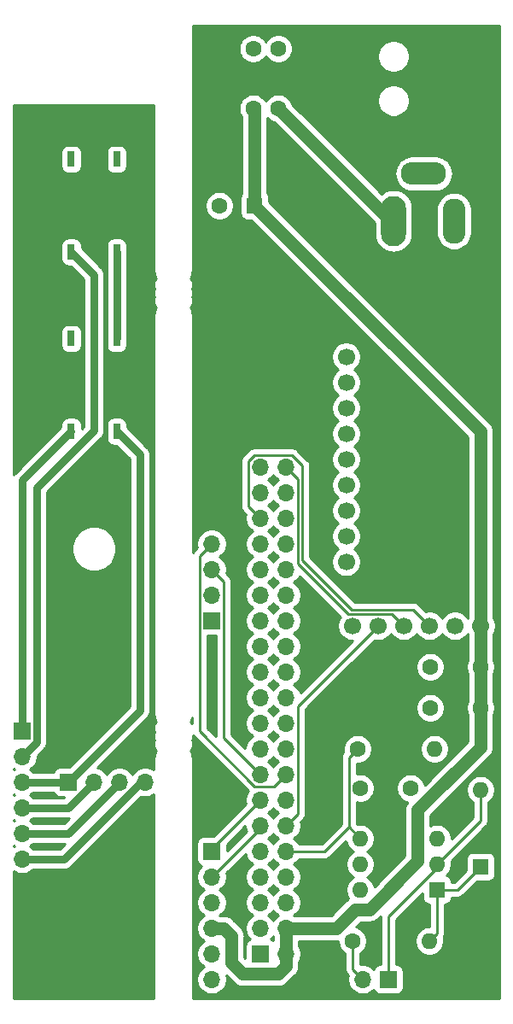
<source format=gtl>
%TF.GenerationSoftware,KiCad,Pcbnew,5.99.0+really5.1.9+dfsg1-1*%
%TF.CreationDate,2021-05-08T23:27:45+10:00*%
%TF.ProjectId,minisynth32,6d696e69-7379-46e7-9468-33322e6b6963,1.0*%
%TF.SameCoordinates,Original*%
%TF.FileFunction,Copper,L1,Top*%
%TF.FilePolarity,Positive*%
%FSLAX46Y46*%
G04 Gerber Fmt 4.6, Leading zero omitted, Abs format (unit mm)*
G04 Created by KiCad (PCBNEW 5.99.0+really5.1.9+dfsg1-1) date 2021-05-08 23:27:45*
%MOMM*%
%LPD*%
G01*
G04 APERTURE LIST*
%TA.AperFunction,ComponentPad*%
%ADD10O,1.700000X1.700000*%
%TD*%
%TA.AperFunction,ComponentPad*%
%ADD11R,1.700000X1.700000*%
%TD*%
%TA.AperFunction,SMDPad,CuDef*%
%ADD12R,0.762000X1.524000*%
%TD*%
%TA.AperFunction,ComponentPad*%
%ADD13C,1.600200*%
%TD*%
%TA.AperFunction,ComponentPad*%
%ADD14O,4.500000X2.250000*%
%TD*%
%TA.AperFunction,ComponentPad*%
%ADD15O,2.250000X4.500000*%
%TD*%
%TA.AperFunction,ComponentPad*%
%ADD16O,2.500000X5.000000*%
%TD*%
%TA.AperFunction,ComponentPad*%
%ADD17C,1.700000*%
%TD*%
%TA.AperFunction,ComponentPad*%
%ADD18O,1.600000X1.600000*%
%TD*%
%TA.AperFunction,ComponentPad*%
%ADD19R,1.600000X1.600000*%
%TD*%
%TA.AperFunction,ComponentPad*%
%ADD20C,1.600000*%
%TD*%
%TA.AperFunction,Conductor*%
%ADD21C,1.270000*%
%TD*%
%TA.AperFunction,Conductor*%
%ADD22C,0.250000*%
%TD*%
%TA.AperFunction,Conductor*%
%ADD23C,0.760000*%
%TD*%
%TA.AperFunction,NonConductor*%
%ADD24C,0.254000*%
%TD*%
%TA.AperFunction,NonConductor*%
%ADD25C,0.100000*%
%TD*%
G04 APERTURE END LIST*
D10*
%TO.P,J7,4*%
%TO.N,Net-(J6-Pad6)*%
X125476000Y-119634000D03*
%TO.P,J7,3*%
%TO.N,Net-(J6-Pad5)*%
X122936000Y-119634000D03*
%TO.P,J7,2*%
%TO.N,Net-(J6-Pad4)*%
X120396000Y-119634000D03*
D11*
%TO.P,J7,1*%
%TO.N,Net-(J6-Pad3)*%
X117856000Y-119634000D03*
%TD*%
D12*
%TO.P,SW3,1*%
%TO.N,Net-(SW1-Pad2)*%
X122643900Y-67081400D03*
%TO.P,SW3,3*%
%TO.N,Net-(J6-Pad2)*%
X118148100Y-67081400D03*
%TO.P,SW3,4*%
%TO.N,Net-(SW3-Pad4)*%
X118148100Y-57886600D03*
%TO.P,SW3,2*%
%TO.N,Net-(SW3-Pad2)*%
X122643900Y-57886600D03*
%TD*%
D13*
%TO.P,SW2,4*%
%TO.N,Net-(SW2-Pad4)*%
X138684000Y-46939200D03*
%TO.P,SW2,3*%
%TO.N,Net-(SW2-Pad3)*%
X136194800Y-46939200D03*
%TO.P,SW2,2*%
%TO.N,Net-(J3-Pad1)*%
X138684000Y-52832000D03*
%TO.P,SW2,1*%
%TO.N,+5V*%
X136194800Y-52832000D03*
%TD*%
D12*
%TO.P,SW1,1*%
%TO.N,Net-(J6-Pad3)*%
X122643900Y-84861400D03*
%TO.P,SW1,3*%
%TO.N,Net-(J6-Pad1)*%
X118148100Y-84861400D03*
%TO.P,SW1,4*%
%TO.N,Net-(SW1-Pad4)*%
X118148100Y-75666600D03*
%TO.P,SW1,2*%
%TO.N,Net-(SW1-Pad2)*%
X122643900Y-75666600D03*
%TD*%
D10*
%TO.P,J6,6*%
%TO.N,Net-(J6-Pad6)*%
X113284000Y-127254000D03*
%TO.P,J6,5*%
%TO.N,Net-(J6-Pad5)*%
X113284000Y-124714000D03*
%TO.P,J6,4*%
%TO.N,Net-(J6-Pad4)*%
X113284000Y-122174000D03*
%TO.P,J6,3*%
%TO.N,Net-(J6-Pad3)*%
X113284000Y-119634000D03*
%TO.P,J6,2*%
%TO.N,Net-(J6-Pad2)*%
X113284000Y-117094000D03*
D11*
%TO.P,J6,1*%
%TO.N,Net-(J6-Pad1)*%
X113284000Y-114554000D03*
%TD*%
D10*
%TO.P,J5,2*%
%TO.N,Net-(J5-Pad2)*%
X147066000Y-139192000D03*
D11*
%TO.P,J5,1*%
%TO.N,Net-(D1-Pad2)*%
X149606000Y-139192000D03*
%TD*%
D10*
%TO.P,J4,4*%
%TO.N,ENC_DAT*%
X132080000Y-96012000D03*
%TO.P,J4,3*%
%TO.N,ENC_CLK*%
X132080000Y-98552000D03*
%TO.P,J4,2*%
%TO.N,ENC_BTN*%
X132080000Y-101092000D03*
D11*
%TO.P,J4,1*%
%TO.N,GND*%
X132080000Y-103632000D03*
%TD*%
D14*
%TO.P,J3,3*%
%TO.N,Net-(J3-Pad3)*%
X153114000Y-59308000D03*
D15*
%TO.P,J3,2*%
%TO.N,GND*%
X156114000Y-64008000D03*
D16*
%TO.P,J3,1*%
%TO.N,Net-(J3-Pad1)*%
X150114000Y-64008000D03*
%TD*%
D10*
%TO.P,J1,6*%
%TO.N,I2C_SDA*%
X132080000Y-139192000D03*
%TO.P,J1,5*%
%TO.N,I2C_SCL*%
X132080000Y-136652000D03*
%TO.P,J1,4*%
%TO.N,+5V*%
X132080000Y-134112000D03*
%TO.P,J1,3*%
%TO.N,GND*%
X132080000Y-131572000D03*
%TO.P,J1,2*%
%TO.N,BTN1*%
X132080000Y-129032000D03*
D11*
%TO.P,J1,1*%
%TO.N,BTN2*%
X132080000Y-126492000D03*
%TD*%
D17*
%TO.P,A1,6*%
%TO.N,+5V*%
X158750000Y-104140000D03*
%TO.P,A1,5*%
%TO.N,GND*%
X156210000Y-104140000D03*
%TO.P,A1,4*%
%TO.N,I2S_LRCLK*%
X153670000Y-104140000D03*
%TO.P,A1,3*%
%TO.N,I2S_DATA*%
X151130000Y-104140000D03*
%TO.P,A1,2*%
%TO.N,I2S_BCLK*%
X148590000Y-104140000D03*
%TO.P,A1,1*%
%TO.N,GND*%
X146050000Y-104140000D03*
%TO.P,A1,7*%
%TO.N,Net-(A1-Pad7)*%
X145415000Y-77470000D03*
%TO.P,A1,8*%
%TO.N,Net-(A1-Pad8)*%
X145415000Y-80010000D03*
%TO.P,A1,9*%
%TO.N,Net-(A1-Pad9)*%
X145415000Y-82550000D03*
%TO.P,A1,10*%
%TO.N,Net-(A1-Pad10)*%
X145415000Y-85090000D03*
%TO.P,A1,11*%
%TO.N,Net-(A1-Pad11)*%
X145415000Y-87630000D03*
%TO.P,A1,12*%
%TO.N,Net-(A1-Pad12)*%
X145415000Y-90170000D03*
%TO.P,A1,13*%
%TO.N,Net-(A1-Pad13)*%
X145415000Y-92710000D03*
%TO.P,A1,14*%
%TO.N,Net-(A1-Pad14)*%
X145415000Y-95250000D03*
%TO.P,A1,15*%
%TO.N,Net-(A1-Pad15)*%
X145415000Y-97790000D03*
%TD*%
D18*
%TO.P,U1,6*%
%TO.N,+3V3*%
X146812000Y-130302000D03*
%TO.P,U1,3*%
%TO.N,Net-(U1-Pad3)*%
X154432000Y-125222000D03*
%TO.P,U1,5*%
%TO.N,GND*%
X146812000Y-127762000D03*
%TO.P,U1,2*%
%TO.N,Net-(D1-Pad2)*%
X154432000Y-127762000D03*
%TO.P,U1,4*%
%TO.N,/GPIO15(RXD0)*%
X146812000Y-125222000D03*
D19*
%TO.P,U1,1*%
%TO.N,Net-(D1-Pad1)*%
X154432000Y-130302000D03*
%TD*%
D18*
%TO.P,R2,2*%
%TO.N,Net-(D1-Pad1)*%
X153670000Y-135382000D03*
D20*
%TO.P,R2,1*%
%TO.N,Net-(J5-Pad2)*%
X146050000Y-135382000D03*
%TD*%
D18*
%TO.P,R1,2*%
%TO.N,+3V3*%
X154178000Y-116332000D03*
D20*
%TO.P,R1,1*%
%TO.N,/GPIO15(RXD0)*%
X146558000Y-116332000D03*
%TD*%
D10*
%TO.P,J2,40*%
%TO.N,I2S_DATA*%
X139446000Y-88392000D03*
%TO.P,J2,39*%
%TO.N,GND*%
X136906000Y-88392000D03*
%TO.P,J2,38*%
%TO.N,/GPIO20(SPI1_MOSI)*%
X139446000Y-90932000D03*
%TO.P,J2,37*%
%TO.N,/GPIO26*%
X136906000Y-90932000D03*
%TO.P,J2,36*%
%TO.N,/GPIO16*%
X139446000Y-93472000D03*
%TO.P,J2,35*%
%TO.N,I2S_LRCLK*%
X136906000Y-93472000D03*
%TO.P,J2,34*%
%TO.N,GND*%
X139446000Y-96012000D03*
%TO.P,J2,33*%
%TO.N,/GPIO13(PWM1)*%
X136906000Y-96012000D03*
%TO.P,J2,32*%
%TO.N,/GPIO12(PWM0)*%
X139446000Y-98552000D03*
%TO.P,J2,31*%
%TO.N,/GPIO6*%
X136906000Y-98552000D03*
%TO.P,J2,30*%
%TO.N,GND*%
X139446000Y-101092000D03*
%TO.P,J2,29*%
%TO.N,/GPIO5*%
X136906000Y-101092000D03*
%TO.P,J2,28*%
%TO.N,/ID_SC*%
X139446000Y-103632000D03*
%TO.P,J2,27*%
%TO.N,/ID_SD*%
X136906000Y-103632000D03*
%TO.P,J2,26*%
%TO.N,/GPIO7(SPI1_CE_N)*%
X139446000Y-106172000D03*
%TO.P,J2,25*%
%TO.N,GND*%
X136906000Y-106172000D03*
%TO.P,J2,24*%
%TO.N,/GPIO8(SPI0_CE_N)*%
X139446000Y-108712000D03*
%TO.P,J2,23*%
%TO.N,/GPIO11(SPI0_CLK)*%
X136906000Y-108712000D03*
%TO.P,J2,22*%
%TO.N,/GPIO25(GEN6)*%
X139446000Y-111252000D03*
%TO.P,J2,21*%
%TO.N,/GPIO9(SPI0_MISO)*%
X136906000Y-111252000D03*
%TO.P,J2,20*%
%TO.N,GND*%
X139446000Y-113792000D03*
%TO.P,J2,19*%
%TO.N,/GPIO10(SPI0_MOSI)*%
X136906000Y-113792000D03*
%TO.P,J2,18*%
%TO.N,/GPIO24(GEN5)*%
X139446000Y-116332000D03*
%TO.P,J2,17*%
%TO.N,Net-(J2-Pad17)*%
X136906000Y-116332000D03*
%TO.P,J2,16*%
%TO.N,ENC_DAT*%
X139446000Y-118872000D03*
%TO.P,J2,15*%
%TO.N,ENC_CLK*%
X136906000Y-118872000D03*
%TO.P,J2,14*%
%TO.N,GND*%
X139446000Y-121412000D03*
%TO.P,J2,13*%
%TO.N,BTN2*%
X136906000Y-121412000D03*
%TO.P,J2,12*%
%TO.N,I2S_BCLK*%
X139446000Y-123952000D03*
%TO.P,J2,11*%
%TO.N,BTN1*%
X136906000Y-123952000D03*
%TO.P,J2,10*%
%TO.N,/GPIO15(RXD0)*%
X139446000Y-126492000D03*
%TO.P,J2,9*%
%TO.N,GND*%
X136906000Y-126492000D03*
%TO.P,J2,8*%
%TO.N,/GPIO14(TXD0)*%
X139446000Y-129032000D03*
%TO.P,J2,7*%
%TO.N,ENC_BTN*%
X136906000Y-129032000D03*
%TO.P,J2,6*%
%TO.N,GND*%
X139446000Y-131572000D03*
%TO.P,J2,5*%
%TO.N,I2C_SCL*%
X136906000Y-131572000D03*
%TO.P,J2,4*%
%TO.N,+5V*%
X139446000Y-134112000D03*
%TO.P,J2,3*%
%TO.N,I2C_SDA*%
X136906000Y-134112000D03*
%TO.P,J2,2*%
%TO.N,+5V*%
X139446000Y-136652000D03*
D11*
%TO.P,J2,1*%
%TO.N,+3V3*%
X136906000Y-136652000D03*
%TD*%
D18*
%TO.P,D1,2*%
%TO.N,Net-(D1-Pad2)*%
X158750000Y-120396000D03*
D19*
%TO.P,D1,1*%
%TO.N,Net-(D1-Pad1)*%
X158750000Y-128016000D03*
%TD*%
D20*
%TO.P,C4,2*%
%TO.N,GND*%
X153750000Y-112268000D03*
%TO.P,C4,1*%
%TO.N,+5V*%
X158750000Y-112268000D03*
%TD*%
%TO.P,C3,2*%
%TO.N,GND*%
X153750000Y-108204000D03*
%TO.P,C3,1*%
%TO.N,+5V*%
X158750000Y-108204000D03*
%TD*%
%TO.P,C2,2*%
%TO.N,GND*%
X151812000Y-120222000D03*
%TO.P,C2,1*%
%TO.N,+3V3*%
X146812000Y-120222000D03*
%TD*%
%TO.P,C1,2*%
%TO.N,GND*%
X132842000Y-62484000D03*
D19*
%TO.P,C1,1*%
%TO.N,+5V*%
X136342000Y-62484000D03*
%TD*%
D21*
%TO.N,+5V*%
X139446000Y-136652000D02*
X139446000Y-134112000D01*
X158750000Y-116147802D02*
X158750000Y-112268000D01*
X152496999Y-127480803D02*
X152496999Y-122400803D01*
X152496999Y-122400803D02*
X158750000Y-116147802D01*
X147740801Y-132237001D02*
X152496999Y-127480803D01*
X146331197Y-132237001D02*
X147740801Y-132237001D01*
X144456198Y-134112000D02*
X146331197Y-132237001D01*
X139446000Y-134112000D02*
X144456198Y-134112000D01*
X158750000Y-112268000D02*
X158750000Y-108204000D01*
X158750000Y-108204000D02*
X158750000Y-104140000D01*
X158750000Y-84892000D02*
X136342000Y-62484000D01*
X158750000Y-104140000D02*
X158750000Y-84892000D01*
X136342000Y-52979200D02*
X136194800Y-52832000D01*
X136342000Y-62484000D02*
X136342000Y-52979200D01*
D22*
X132080000Y-134112000D02*
X131826000Y-134112000D01*
D21*
X133282081Y-134112000D02*
X132080000Y-134112000D01*
X134065001Y-134894920D02*
X133282081Y-134112000D01*
X135147999Y-138637001D02*
X134065001Y-137554003D01*
X138664001Y-138637001D02*
X135147999Y-138637001D01*
X134065001Y-137554003D02*
X134065001Y-134894920D01*
X139446000Y-137855002D02*
X138664001Y-138637001D01*
X139446000Y-136652000D02*
X139446000Y-137855002D01*
D22*
%TO.N,I2S_LRCLK*%
X135730999Y-87827999D02*
X135730999Y-92296999D01*
X140010001Y-87216999D02*
X136341999Y-87216999D01*
X141071011Y-88278009D02*
X140010001Y-87216999D01*
X136341999Y-87216999D02*
X135730999Y-87827999D01*
X141071011Y-97637011D02*
X141071011Y-88278009D01*
X145948989Y-102514989D02*
X141071011Y-97637011D01*
X152044989Y-102514989D02*
X145948989Y-102514989D01*
X135730999Y-92296999D02*
X136906000Y-93472000D01*
X153670000Y-104140000D02*
X152044989Y-102514989D01*
%TO.N,I2S_DATA*%
X140621001Y-89567001D02*
X139446000Y-88392000D01*
X140621001Y-97987999D02*
X140621001Y-89567001D01*
X145598001Y-102964999D02*
X140621001Y-97987999D01*
X149954999Y-102964999D02*
X145598001Y-102964999D01*
X151130000Y-104140000D02*
X149954999Y-102964999D01*
%TO.N,I2S_BCLK*%
X140621001Y-122776999D02*
X139446000Y-123952000D01*
X140621001Y-112108999D02*
X140621001Y-122776999D01*
X148590000Y-104140000D02*
X140621001Y-112108999D01*
%TO.N,Net-(D1-Pad2)*%
X158750000Y-123444000D02*
X154432000Y-127762000D01*
X158750000Y-120396000D02*
X158750000Y-123444000D01*
X154432000Y-128116998D02*
X154432000Y-127762000D01*
X149606000Y-132942998D02*
X154432000Y-128116998D01*
X149606000Y-139192000D02*
X149606000Y-132942998D01*
%TO.N,Net-(D1-Pad1)*%
X154432000Y-134620000D02*
X153670000Y-135382000D01*
X154432000Y-130302000D02*
X154432000Y-134620000D01*
X156464000Y-130302000D02*
X158750000Y-128016000D01*
X154432000Y-130302000D02*
X156464000Y-130302000D01*
%TO.N,BTN2*%
X132080000Y-126238000D02*
X136906000Y-121412000D01*
X132080000Y-126492000D02*
X132080000Y-126238000D01*
%TO.N,BTN1*%
X136906000Y-124206000D02*
X136906000Y-123952000D01*
X132080000Y-129032000D02*
X136906000Y-124206000D01*
%TO.N,ENC_DAT*%
X136341999Y-120047001D02*
X130904999Y-114610001D01*
X138270999Y-120047001D02*
X136341999Y-120047001D01*
X139446000Y-118872000D02*
X138270999Y-120047001D01*
X130904999Y-97187001D02*
X132080000Y-96012000D01*
X130904999Y-114610001D02*
X130904999Y-97187001D01*
%TO.N,ENC_CLK*%
X136906000Y-118872000D02*
X133255001Y-115221001D01*
X133255001Y-99727001D02*
X132080000Y-98552000D01*
X133255001Y-115221001D02*
X133255001Y-99727001D01*
%TO.N,/GPIO15(RXD0)*%
X145686999Y-124096999D02*
X146812000Y-125222000D01*
X145686999Y-117203001D02*
X145686999Y-124096999D01*
X146558000Y-116332000D02*
X145686999Y-117203001D01*
X143291998Y-126492000D02*
X145686999Y-124096999D01*
X139446000Y-126492000D02*
X143291998Y-126492000D01*
D21*
%TO.N,Net-(J3-Pad1)*%
X149860000Y-64008000D02*
X150114000Y-64008000D01*
X138684000Y-52832000D02*
X149860000Y-64008000D01*
D22*
%TO.N,Net-(J5-Pad2)*%
X146050000Y-138176000D02*
X147066000Y-139192000D01*
X146050000Y-135382000D02*
X146050000Y-138176000D01*
D23*
%TO.N,Net-(J6-Pad6)*%
X125052402Y-119634000D02*
X125476000Y-119634000D01*
X117432402Y-127254000D02*
X125052402Y-119634000D01*
X113284000Y-127254000D02*
X117432402Y-127254000D01*
%TO.N,Net-(J6-Pad5)*%
X117856000Y-124714000D02*
X122936000Y-119634000D01*
X113284000Y-124714000D02*
X117856000Y-124714000D01*
%TO.N,Net-(J6-Pad4)*%
X117856000Y-122174000D02*
X120396000Y-119634000D01*
X113284000Y-122174000D02*
X117856000Y-122174000D01*
%TO.N,Net-(J6-Pad3)*%
X113284000Y-119634000D02*
X117856000Y-119634000D01*
X117856000Y-119634000D02*
X124968000Y-112522000D01*
X124968000Y-87185500D02*
X122643900Y-84861400D01*
X124968000Y-112522000D02*
X124968000Y-87185500D01*
%TO.N,Net-(J6-Pad2)*%
X114714001Y-90482501D02*
X120396000Y-84800502D01*
X114714001Y-115663999D02*
X114714001Y-90482501D01*
X113284000Y-117094000D02*
X114714001Y-115663999D01*
X120396000Y-69329300D02*
X118148100Y-67081400D01*
X120396000Y-84800502D02*
X120396000Y-69329300D01*
%TO.N,Net-(J6-Pad1)*%
X113284000Y-89725500D02*
X118148100Y-84861400D01*
X113284000Y-114554000D02*
X113284000Y-89725500D01*
%TO.N,Net-(SW1-Pad2)*%
X122643900Y-75666600D02*
X122643900Y-67081400D01*
%TD*%
D24*
X160630000Y-141072000D02*
X130200000Y-141072000D01*
X130200000Y-117315581D01*
X130196726Y-117282339D01*
X130196726Y-117265863D01*
X130195763Y-117256698D01*
X130168134Y-117010382D01*
X130155695Y-116951865D01*
X130144078Y-116893192D01*
X130141353Y-116884389D01*
X130066408Y-116648131D01*
X130042868Y-116593209D01*
X130020048Y-116537842D01*
X130015664Y-116529736D01*
X129993734Y-116489845D01*
X130057424Y-116426155D01*
X130154277Y-116281205D01*
X130220990Y-116120145D01*
X130255000Y-115949165D01*
X130255000Y-115774835D01*
X130220990Y-115603855D01*
X130162232Y-115462000D01*
X130220990Y-115320145D01*
X130255000Y-115149165D01*
X130255000Y-115006167D01*
X130270025Y-115034277D01*
X130300997Y-115072016D01*
X130364998Y-115150002D01*
X130394002Y-115173805D01*
X135725704Y-120505508D01*
X135590010Y-120708589D01*
X135478068Y-120978842D01*
X135421000Y-121265740D01*
X135421000Y-121558260D01*
X135464790Y-121778408D01*
X132239271Y-125003928D01*
X131230000Y-125003928D01*
X131105518Y-125016188D01*
X130985820Y-125052498D01*
X130875506Y-125111463D01*
X130778815Y-125190815D01*
X130699463Y-125287506D01*
X130640498Y-125397820D01*
X130604188Y-125517518D01*
X130591928Y-125642000D01*
X130591928Y-127342000D01*
X130604188Y-127466482D01*
X130640498Y-127586180D01*
X130699463Y-127696494D01*
X130778815Y-127793185D01*
X130875506Y-127872537D01*
X130985820Y-127931502D01*
X131058380Y-127953513D01*
X130926525Y-128085368D01*
X130764010Y-128328589D01*
X130652068Y-128598842D01*
X130595000Y-128885740D01*
X130595000Y-129178260D01*
X130652068Y-129465158D01*
X130764010Y-129735411D01*
X130926525Y-129978632D01*
X131133368Y-130185475D01*
X131307760Y-130302000D01*
X131133368Y-130418525D01*
X130926525Y-130625368D01*
X130764010Y-130868589D01*
X130652068Y-131138842D01*
X130595000Y-131425740D01*
X130595000Y-131718260D01*
X130652068Y-132005158D01*
X130764010Y-132275411D01*
X130926525Y-132518632D01*
X131133368Y-132725475D01*
X131307760Y-132842000D01*
X131133368Y-132958525D01*
X130926525Y-133165368D01*
X130764010Y-133408589D01*
X130652068Y-133678842D01*
X130595000Y-133965740D01*
X130595000Y-134258260D01*
X130652068Y-134545158D01*
X130764010Y-134815411D01*
X130926525Y-135058632D01*
X131133368Y-135265475D01*
X131307760Y-135382000D01*
X131133368Y-135498525D01*
X130926525Y-135705368D01*
X130764010Y-135948589D01*
X130652068Y-136218842D01*
X130595000Y-136505740D01*
X130595000Y-136798260D01*
X130652068Y-137085158D01*
X130764010Y-137355411D01*
X130926525Y-137598632D01*
X131133368Y-137805475D01*
X131307760Y-137922000D01*
X131133368Y-138038525D01*
X130926525Y-138245368D01*
X130764010Y-138488589D01*
X130652068Y-138758842D01*
X130595000Y-139045740D01*
X130595000Y-139338260D01*
X130652068Y-139625158D01*
X130764010Y-139895411D01*
X130926525Y-140138632D01*
X131133368Y-140345475D01*
X131376589Y-140507990D01*
X131646842Y-140619932D01*
X131933740Y-140677000D01*
X132226260Y-140677000D01*
X132513158Y-140619932D01*
X132783411Y-140507990D01*
X133026632Y-140345475D01*
X133233475Y-140138632D01*
X133395990Y-139895411D01*
X133507932Y-139625158D01*
X133565000Y-139338260D01*
X133565000Y-139045740D01*
X133516410Y-138801462D01*
X134205862Y-139490915D01*
X134245629Y-139539371D01*
X134439011Y-139698076D01*
X134659640Y-139816004D01*
X134826415Y-139866595D01*
X134899035Y-139888624D01*
X134924754Y-139891157D01*
X135085619Y-139907001D01*
X135085625Y-139907001D01*
X135147998Y-139913144D01*
X135210371Y-139907001D01*
X138601628Y-139907001D01*
X138664001Y-139913144D01*
X138726374Y-139907001D01*
X138726381Y-139907001D01*
X138912964Y-139888624D01*
X139152360Y-139816004D01*
X139372989Y-139698076D01*
X139566371Y-139539371D01*
X139606142Y-139490910D01*
X140299914Y-138797139D01*
X140348370Y-138757372D01*
X140507075Y-138563990D01*
X140625003Y-138343361D01*
X140697623Y-138103965D01*
X140709093Y-137987506D01*
X140722144Y-137855002D01*
X140716000Y-137792622D01*
X140716000Y-137424240D01*
X140761990Y-137355411D01*
X140873932Y-137085158D01*
X140931000Y-136798260D01*
X140931000Y-136505740D01*
X140873932Y-136218842D01*
X140761990Y-135948589D01*
X140716000Y-135879760D01*
X140716000Y-135382000D01*
X144393825Y-135382000D01*
X144456198Y-135388143D01*
X144518571Y-135382000D01*
X144518578Y-135382000D01*
X144615000Y-135372503D01*
X144615000Y-135523335D01*
X144670147Y-135800574D01*
X144778320Y-136061727D01*
X144935363Y-136296759D01*
X145135241Y-136496637D01*
X145290000Y-136600044D01*
X145290001Y-138138668D01*
X145286324Y-138176000D01*
X145300998Y-138324985D01*
X145344454Y-138468246D01*
X145415026Y-138600276D01*
X145445166Y-138637001D01*
X145510000Y-138716001D01*
X145538998Y-138739799D01*
X145624791Y-138825592D01*
X145581000Y-139045740D01*
X145581000Y-139338260D01*
X145638068Y-139625158D01*
X145750010Y-139895411D01*
X145912525Y-140138632D01*
X146119368Y-140345475D01*
X146362589Y-140507990D01*
X146632842Y-140619932D01*
X146919740Y-140677000D01*
X147212260Y-140677000D01*
X147499158Y-140619932D01*
X147769411Y-140507990D01*
X148012632Y-140345475D01*
X148144487Y-140213620D01*
X148166498Y-140286180D01*
X148225463Y-140396494D01*
X148304815Y-140493185D01*
X148401506Y-140572537D01*
X148511820Y-140631502D01*
X148631518Y-140667812D01*
X148756000Y-140680072D01*
X150456000Y-140680072D01*
X150580482Y-140667812D01*
X150700180Y-140631502D01*
X150810494Y-140572537D01*
X150907185Y-140493185D01*
X150986537Y-140396494D01*
X151045502Y-140286180D01*
X151081812Y-140166482D01*
X151094072Y-140042000D01*
X151094072Y-138342000D01*
X151081812Y-138217518D01*
X151045502Y-138097820D01*
X150986537Y-137987506D01*
X150907185Y-137890815D01*
X150810494Y-137811463D01*
X150700180Y-137752498D01*
X150580482Y-137716188D01*
X150456000Y-137703928D01*
X150366000Y-137703928D01*
X150366000Y-133257799D01*
X152993928Y-130629872D01*
X152993928Y-131102000D01*
X153006188Y-131226482D01*
X153042498Y-131346180D01*
X153101463Y-131456494D01*
X153180815Y-131553185D01*
X153277506Y-131632537D01*
X153387820Y-131691502D01*
X153507518Y-131727812D01*
X153632000Y-131740072D01*
X153672000Y-131740072D01*
X153672001Y-133947000D01*
X153528665Y-133947000D01*
X153251426Y-134002147D01*
X152990273Y-134110320D01*
X152755241Y-134267363D01*
X152555363Y-134467241D01*
X152398320Y-134702273D01*
X152290147Y-134963426D01*
X152235000Y-135240665D01*
X152235000Y-135523335D01*
X152290147Y-135800574D01*
X152398320Y-136061727D01*
X152555363Y-136296759D01*
X152755241Y-136496637D01*
X152990273Y-136653680D01*
X153251426Y-136761853D01*
X153528665Y-136817000D01*
X153811335Y-136817000D01*
X154088574Y-136761853D01*
X154349727Y-136653680D01*
X154584759Y-136496637D01*
X154784637Y-136296759D01*
X154941680Y-136061727D01*
X155049853Y-135800574D01*
X155105000Y-135523335D01*
X155105000Y-135240665D01*
X155066138Y-135045295D01*
X155066974Y-135044276D01*
X155137546Y-134912247D01*
X155181003Y-134768986D01*
X155192000Y-134657333D01*
X155192000Y-134657325D01*
X155195676Y-134620000D01*
X155192000Y-134582675D01*
X155192000Y-131740072D01*
X155232000Y-131740072D01*
X155356482Y-131727812D01*
X155476180Y-131691502D01*
X155586494Y-131632537D01*
X155683185Y-131553185D01*
X155762537Y-131456494D01*
X155821502Y-131346180D01*
X155857812Y-131226482D01*
X155870072Y-131102000D01*
X155870072Y-131062000D01*
X156426678Y-131062000D01*
X156464000Y-131065676D01*
X156501322Y-131062000D01*
X156501333Y-131062000D01*
X156612986Y-131051003D01*
X156756247Y-131007546D01*
X156888276Y-130936974D01*
X157004001Y-130842001D01*
X157027804Y-130812997D01*
X158386730Y-129454072D01*
X159550000Y-129454072D01*
X159674482Y-129441812D01*
X159794180Y-129405502D01*
X159904494Y-129346537D01*
X160001185Y-129267185D01*
X160080537Y-129170494D01*
X160139502Y-129060180D01*
X160175812Y-128940482D01*
X160188072Y-128816000D01*
X160188072Y-127216000D01*
X160175812Y-127091518D01*
X160139502Y-126971820D01*
X160080537Y-126861506D01*
X160001185Y-126764815D01*
X159904494Y-126685463D01*
X159794180Y-126626498D01*
X159674482Y-126590188D01*
X159550000Y-126577928D01*
X157950000Y-126577928D01*
X157825518Y-126590188D01*
X157705820Y-126626498D01*
X157595506Y-126685463D01*
X157498815Y-126764815D01*
X157419463Y-126861506D01*
X157360498Y-126971820D01*
X157324188Y-127091518D01*
X157311928Y-127216000D01*
X157311928Y-128379270D01*
X156149199Y-129542000D01*
X155870072Y-129542000D01*
X155870072Y-129502000D01*
X155857812Y-129377518D01*
X155821502Y-129257820D01*
X155762537Y-129147506D01*
X155683185Y-129050815D01*
X155586494Y-128971463D01*
X155476180Y-128912498D01*
X155356482Y-128876188D01*
X155348039Y-128875357D01*
X155546637Y-128676759D01*
X155703680Y-128441727D01*
X155811853Y-128180574D01*
X155867000Y-127903335D01*
X155867000Y-127620665D01*
X155830688Y-127438113D01*
X159261003Y-124007799D01*
X159290001Y-123984001D01*
X159384974Y-123868276D01*
X159455546Y-123736247D01*
X159499003Y-123592986D01*
X159510000Y-123481333D01*
X159510000Y-123481324D01*
X159513676Y-123444001D01*
X159510000Y-123406678D01*
X159510000Y-121614043D01*
X159664759Y-121510637D01*
X159864637Y-121310759D01*
X160021680Y-121075727D01*
X160129853Y-120814574D01*
X160185000Y-120537335D01*
X160185000Y-120254665D01*
X160129853Y-119977426D01*
X160021680Y-119716273D01*
X159864637Y-119481241D01*
X159664759Y-119281363D01*
X159429727Y-119124320D01*
X159168574Y-119016147D01*
X158891335Y-118961000D01*
X158608665Y-118961000D01*
X158331426Y-119016147D01*
X158070273Y-119124320D01*
X157835241Y-119281363D01*
X157635363Y-119481241D01*
X157478320Y-119716273D01*
X157370147Y-119977426D01*
X157315000Y-120254665D01*
X157315000Y-120537335D01*
X157370147Y-120814574D01*
X157478320Y-121075727D01*
X157635363Y-121310759D01*
X157835241Y-121510637D01*
X157990000Y-121614044D01*
X157990001Y-123129197D01*
X155867000Y-125252199D01*
X155867000Y-125080665D01*
X155811853Y-124803426D01*
X155703680Y-124542273D01*
X155546637Y-124307241D01*
X155346759Y-124107363D01*
X155111727Y-123950320D01*
X154850574Y-123842147D01*
X154573335Y-123787000D01*
X154290665Y-123787000D01*
X154013426Y-123842147D01*
X153766999Y-123944220D01*
X153766999Y-122926853D01*
X159603921Y-117089933D01*
X159652370Y-117050172D01*
X159692132Y-117001722D01*
X159692135Y-117001719D01*
X159742504Y-116940344D01*
X159811075Y-116856790D01*
X159929003Y-116636161D01*
X160001623Y-116396765D01*
X160020000Y-116210182D01*
X160020000Y-116210181D01*
X160026144Y-116147802D01*
X160020000Y-116085422D01*
X160020000Y-112950241D01*
X160021680Y-112947727D01*
X160129853Y-112686574D01*
X160185000Y-112409335D01*
X160185000Y-112126665D01*
X160129853Y-111849426D01*
X160021680Y-111588273D01*
X160020000Y-111585759D01*
X160020000Y-108886241D01*
X160021680Y-108883727D01*
X160129853Y-108622574D01*
X160185000Y-108345335D01*
X160185000Y-108062665D01*
X160129853Y-107785426D01*
X160021680Y-107524273D01*
X160020000Y-107521759D01*
X160020000Y-104912240D01*
X160065990Y-104843411D01*
X160177932Y-104573158D01*
X160235000Y-104286260D01*
X160235000Y-103993740D01*
X160177932Y-103706842D01*
X160065990Y-103436589D01*
X160020000Y-103367760D01*
X160020000Y-84954380D01*
X160026144Y-84892000D01*
X160001623Y-84643037D01*
X159929003Y-84403641D01*
X159811075Y-84183012D01*
X159652370Y-83989630D01*
X159603914Y-83949863D01*
X137780072Y-62126022D01*
X137780072Y-61684000D01*
X137767812Y-61559518D01*
X137731502Y-61439820D01*
X137672537Y-61329506D01*
X137612000Y-61255741D01*
X137612000Y-53789538D01*
X137769177Y-53946715D01*
X138004225Y-54103769D01*
X138265397Y-54211950D01*
X138268521Y-54212571D01*
X148229001Y-64173052D01*
X148229001Y-65350597D01*
X148256276Y-65627524D01*
X148364062Y-65982848D01*
X148539098Y-66310317D01*
X148774656Y-66597345D01*
X149061684Y-66832903D01*
X149389153Y-67007939D01*
X149744477Y-67115725D01*
X150114000Y-67152120D01*
X150483524Y-67115725D01*
X150838848Y-67007939D01*
X151166317Y-66832903D01*
X151453345Y-66597345D01*
X151688903Y-66310317D01*
X151863939Y-65982848D01*
X151971725Y-65627524D01*
X151999000Y-65350597D01*
X151999000Y-62796548D01*
X154354000Y-62796548D01*
X154354001Y-65219453D01*
X154379468Y-65478020D01*
X154480106Y-65809781D01*
X154643535Y-66115534D01*
X154863472Y-66383529D01*
X155131467Y-66603466D01*
X155437220Y-66766895D01*
X155768981Y-66867533D01*
X156114000Y-66901515D01*
X156459020Y-66867533D01*
X156790781Y-66766895D01*
X157096534Y-66603466D01*
X157364529Y-66383529D01*
X157584466Y-66115534D01*
X157747895Y-65809781D01*
X157848533Y-65478020D01*
X157874000Y-65219453D01*
X157874000Y-62796547D01*
X157848533Y-62537980D01*
X157747895Y-62206219D01*
X157584466Y-61900466D01*
X157364529Y-61632471D01*
X157096533Y-61412534D01*
X156790780Y-61249105D01*
X156459019Y-61148467D01*
X156114000Y-61114485D01*
X155768980Y-61148467D01*
X155437219Y-61249105D01*
X155131466Y-61412534D01*
X154863471Y-61632471D01*
X154643534Y-61900467D01*
X154480105Y-62206220D01*
X154379467Y-62537981D01*
X154354000Y-62796548D01*
X151999000Y-62796548D01*
X151999000Y-62665403D01*
X151971725Y-62388476D01*
X151863939Y-62033152D01*
X151688903Y-61705683D01*
X151453345Y-61418655D01*
X151166317Y-61183097D01*
X150838847Y-61008061D01*
X150483523Y-60900275D01*
X150114000Y-60863880D01*
X149744476Y-60900275D01*
X149389152Y-61008061D01*
X149061683Y-61183097D01*
X148935063Y-61287011D01*
X146956052Y-59308000D01*
X150220485Y-59308000D01*
X150254467Y-59653020D01*
X150355105Y-59984781D01*
X150518534Y-60290534D01*
X150738471Y-60558529D01*
X151006466Y-60778466D01*
X151312219Y-60941895D01*
X151643980Y-61042533D01*
X151902547Y-61068000D01*
X154325453Y-61068000D01*
X154584020Y-61042533D01*
X154915781Y-60941895D01*
X155221534Y-60778466D01*
X155489529Y-60558529D01*
X155709466Y-60290534D01*
X155872895Y-59984781D01*
X155973533Y-59653020D01*
X156007515Y-59308000D01*
X155973533Y-58962980D01*
X155872895Y-58631219D01*
X155709466Y-58325466D01*
X155489529Y-58057471D01*
X155221534Y-57837534D01*
X154915781Y-57674105D01*
X154584020Y-57573467D01*
X154325453Y-57548000D01*
X151902547Y-57548000D01*
X151643980Y-57573467D01*
X151312219Y-57674105D01*
X151006466Y-57837534D01*
X150738471Y-58057471D01*
X150518534Y-58325466D01*
X150355105Y-58631219D01*
X150254467Y-58962980D01*
X150220485Y-59308000D01*
X146956052Y-59308000D01*
X140064571Y-52416521D01*
X140063950Y-52413397D01*
X139955769Y-52152225D01*
X139804841Y-51926345D01*
X148526500Y-51926345D01*
X148526500Y-52239055D01*
X148587507Y-52545757D01*
X148707176Y-52834663D01*
X148880908Y-53094672D01*
X149102028Y-53315792D01*
X149362037Y-53489524D01*
X149650943Y-53609193D01*
X149957645Y-53670200D01*
X150270355Y-53670200D01*
X150577057Y-53609193D01*
X150865963Y-53489524D01*
X151125972Y-53315792D01*
X151347092Y-53094672D01*
X151520824Y-52834663D01*
X151640493Y-52545757D01*
X151701500Y-52239055D01*
X151701500Y-51926345D01*
X151640493Y-51619643D01*
X151520824Y-51330737D01*
X151347092Y-51070728D01*
X151125972Y-50849608D01*
X150865963Y-50675876D01*
X150577057Y-50556207D01*
X150270355Y-50495200D01*
X149957645Y-50495200D01*
X149650943Y-50556207D01*
X149362037Y-50675876D01*
X149102028Y-50849608D01*
X148880908Y-51070728D01*
X148707176Y-51330737D01*
X148587507Y-51619643D01*
X148526500Y-51926345D01*
X139804841Y-51926345D01*
X139798715Y-51917177D01*
X139598823Y-51717285D01*
X139363775Y-51560231D01*
X139102603Y-51452050D01*
X138825345Y-51396900D01*
X138542655Y-51396900D01*
X138265397Y-51452050D01*
X138004225Y-51560231D01*
X137769177Y-51717285D01*
X137569285Y-51917177D01*
X137439400Y-52111564D01*
X137309515Y-51917177D01*
X137109623Y-51717285D01*
X136874575Y-51560231D01*
X136613403Y-51452050D01*
X136336145Y-51396900D01*
X136053455Y-51396900D01*
X135776197Y-51452050D01*
X135515025Y-51560231D01*
X135279977Y-51717285D01*
X135080085Y-51917177D01*
X134923031Y-52152225D01*
X134814850Y-52413397D01*
X134759700Y-52690655D01*
X134759700Y-52973345D01*
X134814850Y-53250603D01*
X134923031Y-53511775D01*
X135072001Y-53734724D01*
X135072000Y-61255741D01*
X135011463Y-61329506D01*
X134952498Y-61439820D01*
X134916188Y-61559518D01*
X134903928Y-61684000D01*
X134903928Y-63284000D01*
X134916188Y-63408482D01*
X134952498Y-63528180D01*
X135011463Y-63638494D01*
X135090815Y-63735185D01*
X135187506Y-63814537D01*
X135297820Y-63873502D01*
X135417518Y-63909812D01*
X135542000Y-63922072D01*
X135984022Y-63922072D01*
X157480001Y-85418052D01*
X157480000Y-103367760D01*
X157363475Y-103193368D01*
X157156632Y-102986525D01*
X156913411Y-102824010D01*
X156643158Y-102712068D01*
X156356260Y-102655000D01*
X156063740Y-102655000D01*
X155776842Y-102712068D01*
X155506589Y-102824010D01*
X155263368Y-102986525D01*
X155056525Y-103193368D01*
X154940000Y-103367760D01*
X154823475Y-103193368D01*
X154616632Y-102986525D01*
X154373411Y-102824010D01*
X154103158Y-102712068D01*
X153816260Y-102655000D01*
X153523740Y-102655000D01*
X153303592Y-102698791D01*
X152608793Y-102003992D01*
X152584990Y-101974988D01*
X152469265Y-101880015D01*
X152337236Y-101809443D01*
X152193975Y-101765986D01*
X152082322Y-101754989D01*
X152082311Y-101754989D01*
X152044989Y-101751313D01*
X152007667Y-101754989D01*
X146263791Y-101754989D01*
X141831011Y-97322210D01*
X141831011Y-88315334D01*
X141834687Y-88278009D01*
X141831011Y-88240684D01*
X141831011Y-88240676D01*
X141820014Y-88129023D01*
X141776557Y-87985762D01*
X141705985Y-87853733D01*
X141611012Y-87738008D01*
X141582014Y-87714210D01*
X140573805Y-86706001D01*
X140550002Y-86676998D01*
X140434277Y-86582025D01*
X140302248Y-86511453D01*
X140158987Y-86467996D01*
X140047334Y-86456999D01*
X140047323Y-86456999D01*
X140010001Y-86453323D01*
X139972679Y-86456999D01*
X136379321Y-86456999D01*
X136341998Y-86453323D01*
X136304675Y-86456999D01*
X136304666Y-86456999D01*
X136193013Y-86467996D01*
X136049752Y-86511453D01*
X135917723Y-86582025D01*
X135917721Y-86582026D01*
X135917722Y-86582026D01*
X135830995Y-86653200D01*
X135830991Y-86653204D01*
X135801998Y-86676998D01*
X135778204Y-86705991D01*
X135220001Y-87264196D01*
X135190998Y-87287998D01*
X135135870Y-87355173D01*
X135096025Y-87403723D01*
X135073765Y-87445368D01*
X135025453Y-87535753D01*
X134981996Y-87679014D01*
X134970999Y-87790667D01*
X134970999Y-87790677D01*
X134967323Y-87827999D01*
X134970999Y-87865322D01*
X134971000Y-92259667D01*
X134967323Y-92296999D01*
X134981997Y-92445984D01*
X135025453Y-92589245D01*
X135096025Y-92721275D01*
X135167200Y-92808001D01*
X135190999Y-92837000D01*
X135219997Y-92860798D01*
X135464791Y-93105592D01*
X135421000Y-93325740D01*
X135421000Y-93618260D01*
X135478068Y-93905158D01*
X135590010Y-94175411D01*
X135752525Y-94418632D01*
X135959368Y-94625475D01*
X136133760Y-94742000D01*
X135959368Y-94858525D01*
X135752525Y-95065368D01*
X135590010Y-95308589D01*
X135478068Y-95578842D01*
X135421000Y-95865740D01*
X135421000Y-96158260D01*
X135478068Y-96445158D01*
X135590010Y-96715411D01*
X135752525Y-96958632D01*
X135959368Y-97165475D01*
X136133760Y-97282000D01*
X135959368Y-97398525D01*
X135752525Y-97605368D01*
X135590010Y-97848589D01*
X135478068Y-98118842D01*
X135421000Y-98405740D01*
X135421000Y-98698260D01*
X135478068Y-98985158D01*
X135590010Y-99255411D01*
X135752525Y-99498632D01*
X135959368Y-99705475D01*
X136133760Y-99822000D01*
X135959368Y-99938525D01*
X135752525Y-100145368D01*
X135590010Y-100388589D01*
X135478068Y-100658842D01*
X135421000Y-100945740D01*
X135421000Y-101238260D01*
X135478068Y-101525158D01*
X135590010Y-101795411D01*
X135752525Y-102038632D01*
X135959368Y-102245475D01*
X136133760Y-102362000D01*
X135959368Y-102478525D01*
X135752525Y-102685368D01*
X135590010Y-102928589D01*
X135478068Y-103198842D01*
X135421000Y-103485740D01*
X135421000Y-103778260D01*
X135478068Y-104065158D01*
X135590010Y-104335411D01*
X135752525Y-104578632D01*
X135959368Y-104785475D01*
X136133760Y-104902000D01*
X135959368Y-105018525D01*
X135752525Y-105225368D01*
X135590010Y-105468589D01*
X135478068Y-105738842D01*
X135421000Y-106025740D01*
X135421000Y-106318260D01*
X135478068Y-106605158D01*
X135590010Y-106875411D01*
X135752525Y-107118632D01*
X135959368Y-107325475D01*
X136133760Y-107442000D01*
X135959368Y-107558525D01*
X135752525Y-107765368D01*
X135590010Y-108008589D01*
X135478068Y-108278842D01*
X135421000Y-108565740D01*
X135421000Y-108858260D01*
X135478068Y-109145158D01*
X135590010Y-109415411D01*
X135752525Y-109658632D01*
X135959368Y-109865475D01*
X136133760Y-109982000D01*
X135959368Y-110098525D01*
X135752525Y-110305368D01*
X135590010Y-110548589D01*
X135478068Y-110818842D01*
X135421000Y-111105740D01*
X135421000Y-111398260D01*
X135478068Y-111685158D01*
X135590010Y-111955411D01*
X135752525Y-112198632D01*
X135959368Y-112405475D01*
X136133760Y-112522000D01*
X135959368Y-112638525D01*
X135752525Y-112845368D01*
X135590010Y-113088589D01*
X135478068Y-113358842D01*
X135421000Y-113645740D01*
X135421000Y-113938260D01*
X135478068Y-114225158D01*
X135590010Y-114495411D01*
X135752525Y-114738632D01*
X135959368Y-114945475D01*
X136133760Y-115062000D01*
X135959368Y-115178525D01*
X135752525Y-115385368D01*
X135590010Y-115628589D01*
X135478068Y-115898842D01*
X135421000Y-116185740D01*
X135421000Y-116312199D01*
X134015001Y-114906200D01*
X134015001Y-99764323D01*
X134018677Y-99727000D01*
X134015001Y-99689677D01*
X134015001Y-99689668D01*
X134004004Y-99578015D01*
X133960547Y-99434754D01*
X133889975Y-99302725D01*
X133795002Y-99187000D01*
X133766004Y-99163202D01*
X133521210Y-98918408D01*
X133565000Y-98698260D01*
X133565000Y-98405740D01*
X133507932Y-98118842D01*
X133395990Y-97848589D01*
X133233475Y-97605368D01*
X133026632Y-97398525D01*
X132852240Y-97282000D01*
X133026632Y-97165475D01*
X133233475Y-96958632D01*
X133395990Y-96715411D01*
X133507932Y-96445158D01*
X133565000Y-96158260D01*
X133565000Y-95865740D01*
X133507932Y-95578842D01*
X133395990Y-95308589D01*
X133233475Y-95065368D01*
X133026632Y-94858525D01*
X132783411Y-94696010D01*
X132513158Y-94584068D01*
X132226260Y-94527000D01*
X131933740Y-94527000D01*
X131646842Y-94584068D01*
X131376589Y-94696010D01*
X131133368Y-94858525D01*
X130926525Y-95065368D01*
X130764010Y-95308589D01*
X130652068Y-95578842D01*
X130595000Y-95865740D01*
X130595000Y-96158260D01*
X130638791Y-96378408D01*
X130393997Y-96623202D01*
X130364999Y-96647000D01*
X130341201Y-96675998D01*
X130341200Y-96675999D01*
X130270025Y-96762725D01*
X130200000Y-96893732D01*
X130200000Y-77323740D01*
X143930000Y-77323740D01*
X143930000Y-77616260D01*
X143987068Y-77903158D01*
X144099010Y-78173411D01*
X144261525Y-78416632D01*
X144468368Y-78623475D01*
X144642760Y-78740000D01*
X144468368Y-78856525D01*
X144261525Y-79063368D01*
X144099010Y-79306589D01*
X143987068Y-79576842D01*
X143930000Y-79863740D01*
X143930000Y-80156260D01*
X143987068Y-80443158D01*
X144099010Y-80713411D01*
X144261525Y-80956632D01*
X144468368Y-81163475D01*
X144642760Y-81280000D01*
X144468368Y-81396525D01*
X144261525Y-81603368D01*
X144099010Y-81846589D01*
X143987068Y-82116842D01*
X143930000Y-82403740D01*
X143930000Y-82696260D01*
X143987068Y-82983158D01*
X144099010Y-83253411D01*
X144261525Y-83496632D01*
X144468368Y-83703475D01*
X144642760Y-83820000D01*
X144468368Y-83936525D01*
X144261525Y-84143368D01*
X144099010Y-84386589D01*
X143987068Y-84656842D01*
X143930000Y-84943740D01*
X143930000Y-85236260D01*
X143987068Y-85523158D01*
X144099010Y-85793411D01*
X144261525Y-86036632D01*
X144468368Y-86243475D01*
X144642760Y-86360000D01*
X144468368Y-86476525D01*
X144261525Y-86683368D01*
X144099010Y-86926589D01*
X143987068Y-87196842D01*
X143930000Y-87483740D01*
X143930000Y-87776260D01*
X143987068Y-88063158D01*
X144099010Y-88333411D01*
X144261525Y-88576632D01*
X144468368Y-88783475D01*
X144642760Y-88900000D01*
X144468368Y-89016525D01*
X144261525Y-89223368D01*
X144099010Y-89466589D01*
X143987068Y-89736842D01*
X143930000Y-90023740D01*
X143930000Y-90316260D01*
X143987068Y-90603158D01*
X144099010Y-90873411D01*
X144261525Y-91116632D01*
X144468368Y-91323475D01*
X144642760Y-91440000D01*
X144468368Y-91556525D01*
X144261525Y-91763368D01*
X144099010Y-92006589D01*
X143987068Y-92276842D01*
X143930000Y-92563740D01*
X143930000Y-92856260D01*
X143987068Y-93143158D01*
X144099010Y-93413411D01*
X144261525Y-93656632D01*
X144468368Y-93863475D01*
X144642760Y-93980000D01*
X144468368Y-94096525D01*
X144261525Y-94303368D01*
X144099010Y-94546589D01*
X143987068Y-94816842D01*
X143930000Y-95103740D01*
X143930000Y-95396260D01*
X143987068Y-95683158D01*
X144099010Y-95953411D01*
X144261525Y-96196632D01*
X144468368Y-96403475D01*
X144642760Y-96520000D01*
X144468368Y-96636525D01*
X144261525Y-96843368D01*
X144099010Y-97086589D01*
X143987068Y-97356842D01*
X143930000Y-97643740D01*
X143930000Y-97936260D01*
X143987068Y-98223158D01*
X144099010Y-98493411D01*
X144261525Y-98736632D01*
X144468368Y-98943475D01*
X144711589Y-99105990D01*
X144981842Y-99217932D01*
X145268740Y-99275000D01*
X145561260Y-99275000D01*
X145848158Y-99217932D01*
X146118411Y-99105990D01*
X146361632Y-98943475D01*
X146568475Y-98736632D01*
X146730990Y-98493411D01*
X146842932Y-98223158D01*
X146900000Y-97936260D01*
X146900000Y-97643740D01*
X146842932Y-97356842D01*
X146730990Y-97086589D01*
X146568475Y-96843368D01*
X146361632Y-96636525D01*
X146187240Y-96520000D01*
X146361632Y-96403475D01*
X146568475Y-96196632D01*
X146730990Y-95953411D01*
X146842932Y-95683158D01*
X146900000Y-95396260D01*
X146900000Y-95103740D01*
X146842932Y-94816842D01*
X146730990Y-94546589D01*
X146568475Y-94303368D01*
X146361632Y-94096525D01*
X146187240Y-93980000D01*
X146361632Y-93863475D01*
X146568475Y-93656632D01*
X146730990Y-93413411D01*
X146842932Y-93143158D01*
X146900000Y-92856260D01*
X146900000Y-92563740D01*
X146842932Y-92276842D01*
X146730990Y-92006589D01*
X146568475Y-91763368D01*
X146361632Y-91556525D01*
X146187240Y-91440000D01*
X146361632Y-91323475D01*
X146568475Y-91116632D01*
X146730990Y-90873411D01*
X146842932Y-90603158D01*
X146900000Y-90316260D01*
X146900000Y-90023740D01*
X146842932Y-89736842D01*
X146730990Y-89466589D01*
X146568475Y-89223368D01*
X146361632Y-89016525D01*
X146187240Y-88900000D01*
X146361632Y-88783475D01*
X146568475Y-88576632D01*
X146730990Y-88333411D01*
X146842932Y-88063158D01*
X146900000Y-87776260D01*
X146900000Y-87483740D01*
X146842932Y-87196842D01*
X146730990Y-86926589D01*
X146568475Y-86683368D01*
X146361632Y-86476525D01*
X146187240Y-86360000D01*
X146361632Y-86243475D01*
X146568475Y-86036632D01*
X146730990Y-85793411D01*
X146842932Y-85523158D01*
X146900000Y-85236260D01*
X146900000Y-84943740D01*
X146842932Y-84656842D01*
X146730990Y-84386589D01*
X146568475Y-84143368D01*
X146361632Y-83936525D01*
X146187240Y-83820000D01*
X146361632Y-83703475D01*
X146568475Y-83496632D01*
X146730990Y-83253411D01*
X146842932Y-82983158D01*
X146900000Y-82696260D01*
X146900000Y-82403740D01*
X146842932Y-82116842D01*
X146730990Y-81846589D01*
X146568475Y-81603368D01*
X146361632Y-81396525D01*
X146187240Y-81280000D01*
X146361632Y-81163475D01*
X146568475Y-80956632D01*
X146730990Y-80713411D01*
X146842932Y-80443158D01*
X146900000Y-80156260D01*
X146900000Y-79863740D01*
X146842932Y-79576842D01*
X146730990Y-79306589D01*
X146568475Y-79063368D01*
X146361632Y-78856525D01*
X146187240Y-78740000D01*
X146361632Y-78623475D01*
X146568475Y-78416632D01*
X146730990Y-78173411D01*
X146842932Y-77903158D01*
X146900000Y-77616260D01*
X146900000Y-77323740D01*
X146842932Y-77036842D01*
X146730990Y-76766589D01*
X146568475Y-76523368D01*
X146361632Y-76316525D01*
X146118411Y-76154010D01*
X145848158Y-76042068D01*
X145561260Y-75985000D01*
X145268740Y-75985000D01*
X144981842Y-76042068D01*
X144711589Y-76154010D01*
X144468368Y-76316525D01*
X144261525Y-76523368D01*
X144099010Y-76766589D01*
X143987068Y-77036842D01*
X143930000Y-77323740D01*
X130200000Y-77323740D01*
X130200000Y-73373581D01*
X130196726Y-73340339D01*
X130196726Y-73323863D01*
X130195763Y-73314698D01*
X130168134Y-73068382D01*
X130155695Y-73009865D01*
X130144078Y-72951192D01*
X130141353Y-72942389D01*
X130066408Y-72706131D01*
X130042868Y-72651209D01*
X130020048Y-72595842D01*
X130015664Y-72587736D01*
X129993734Y-72547845D01*
X130057424Y-72484155D01*
X130154277Y-72339205D01*
X130220990Y-72178145D01*
X130255000Y-72007165D01*
X130255000Y-71832835D01*
X130220990Y-71661855D01*
X130162232Y-71520000D01*
X130220990Y-71378145D01*
X130255000Y-71207165D01*
X130255000Y-71032835D01*
X130220990Y-70861855D01*
X130162232Y-70720000D01*
X130220990Y-70578145D01*
X130255000Y-70407165D01*
X130255000Y-70232835D01*
X130220990Y-70061855D01*
X130154277Y-69900795D01*
X130057424Y-69755845D01*
X129993063Y-69691484D01*
X130026919Y-69627809D01*
X130049707Y-69572521D01*
X130073279Y-69517525D01*
X130076003Y-69508722D01*
X130147643Y-69271441D01*
X130159264Y-69212754D01*
X130171700Y-69154248D01*
X130172663Y-69145083D01*
X130196850Y-68898405D01*
X130196850Y-68898402D01*
X130200000Y-68866419D01*
X130200000Y-62342665D01*
X131407000Y-62342665D01*
X131407000Y-62625335D01*
X131462147Y-62902574D01*
X131570320Y-63163727D01*
X131727363Y-63398759D01*
X131927241Y-63598637D01*
X132162273Y-63755680D01*
X132423426Y-63863853D01*
X132700665Y-63919000D01*
X132983335Y-63919000D01*
X133260574Y-63863853D01*
X133521727Y-63755680D01*
X133756759Y-63598637D01*
X133956637Y-63398759D01*
X134113680Y-63163727D01*
X134221853Y-62902574D01*
X134277000Y-62625335D01*
X134277000Y-62342665D01*
X134221853Y-62065426D01*
X134113680Y-61804273D01*
X133956637Y-61569241D01*
X133756759Y-61369363D01*
X133521727Y-61212320D01*
X133260574Y-61104147D01*
X132983335Y-61049000D01*
X132700665Y-61049000D01*
X132423426Y-61104147D01*
X132162273Y-61212320D01*
X131927241Y-61369363D01*
X131727363Y-61569241D01*
X131570320Y-61804273D01*
X131462147Y-62065426D01*
X131407000Y-62342665D01*
X130200000Y-62342665D01*
X130200000Y-46797855D01*
X134759700Y-46797855D01*
X134759700Y-47080545D01*
X134814850Y-47357803D01*
X134923031Y-47618975D01*
X135080085Y-47854023D01*
X135279977Y-48053915D01*
X135515025Y-48210969D01*
X135776197Y-48319150D01*
X136053455Y-48374300D01*
X136336145Y-48374300D01*
X136613403Y-48319150D01*
X136874575Y-48210969D01*
X137109623Y-48053915D01*
X137309515Y-47854023D01*
X137439400Y-47659636D01*
X137569285Y-47854023D01*
X137769177Y-48053915D01*
X138004225Y-48210969D01*
X138265397Y-48319150D01*
X138542655Y-48374300D01*
X138825345Y-48374300D01*
X139102603Y-48319150D01*
X139363775Y-48210969D01*
X139598823Y-48053915D01*
X139798715Y-47854023D01*
X139955769Y-47618975D01*
X139991735Y-47532145D01*
X148526500Y-47532145D01*
X148526500Y-47844855D01*
X148587507Y-48151557D01*
X148707176Y-48440463D01*
X148880908Y-48700472D01*
X149102028Y-48921592D01*
X149362037Y-49095324D01*
X149650943Y-49214993D01*
X149957645Y-49276000D01*
X150270355Y-49276000D01*
X150577057Y-49214993D01*
X150865963Y-49095324D01*
X151125972Y-48921592D01*
X151347092Y-48700472D01*
X151520824Y-48440463D01*
X151640493Y-48151557D01*
X151701500Y-47844855D01*
X151701500Y-47532145D01*
X151640493Y-47225443D01*
X151520824Y-46936537D01*
X151347092Y-46676528D01*
X151125972Y-46455408D01*
X150865963Y-46281676D01*
X150577057Y-46162007D01*
X150270355Y-46101000D01*
X149957645Y-46101000D01*
X149650943Y-46162007D01*
X149362037Y-46281676D01*
X149102028Y-46455408D01*
X148880908Y-46676528D01*
X148707176Y-46936537D01*
X148587507Y-47225443D01*
X148526500Y-47532145D01*
X139991735Y-47532145D01*
X140063950Y-47357803D01*
X140119100Y-47080545D01*
X140119100Y-46797855D01*
X140063950Y-46520597D01*
X139955769Y-46259425D01*
X139798715Y-46024377D01*
X139598823Y-45824485D01*
X139363775Y-45667431D01*
X139102603Y-45559250D01*
X138825345Y-45504100D01*
X138542655Y-45504100D01*
X138265397Y-45559250D01*
X138004225Y-45667431D01*
X137769177Y-45824485D01*
X137569285Y-46024377D01*
X137439400Y-46218764D01*
X137309515Y-46024377D01*
X137109623Y-45824485D01*
X136874575Y-45667431D01*
X136613403Y-45559250D01*
X136336145Y-45504100D01*
X136053455Y-45504100D01*
X135776197Y-45559250D01*
X135515025Y-45667431D01*
X135279977Y-45824485D01*
X135080085Y-46024377D01*
X134923031Y-46259425D01*
X134814850Y-46520597D01*
X134759700Y-46797855D01*
X130200000Y-46797855D01*
X130200000Y-44602000D01*
X160630001Y-44602000D01*
X160630000Y-141072000D01*
%TA.AperFunction,NonConductor*%
D25*
G36*
X160630000Y-141072000D02*
G01*
X130200000Y-141072000D01*
X130200000Y-117315581D01*
X130196726Y-117282339D01*
X130196726Y-117265863D01*
X130195763Y-117256698D01*
X130168134Y-117010382D01*
X130155695Y-116951865D01*
X130144078Y-116893192D01*
X130141353Y-116884389D01*
X130066408Y-116648131D01*
X130042868Y-116593209D01*
X130020048Y-116537842D01*
X130015664Y-116529736D01*
X129993734Y-116489845D01*
X130057424Y-116426155D01*
X130154277Y-116281205D01*
X130220990Y-116120145D01*
X130255000Y-115949165D01*
X130255000Y-115774835D01*
X130220990Y-115603855D01*
X130162232Y-115462000D01*
X130220990Y-115320145D01*
X130255000Y-115149165D01*
X130255000Y-115006167D01*
X130270025Y-115034277D01*
X130300997Y-115072016D01*
X130364998Y-115150002D01*
X130394002Y-115173805D01*
X135725704Y-120505508D01*
X135590010Y-120708589D01*
X135478068Y-120978842D01*
X135421000Y-121265740D01*
X135421000Y-121558260D01*
X135464790Y-121778408D01*
X132239271Y-125003928D01*
X131230000Y-125003928D01*
X131105518Y-125016188D01*
X130985820Y-125052498D01*
X130875506Y-125111463D01*
X130778815Y-125190815D01*
X130699463Y-125287506D01*
X130640498Y-125397820D01*
X130604188Y-125517518D01*
X130591928Y-125642000D01*
X130591928Y-127342000D01*
X130604188Y-127466482D01*
X130640498Y-127586180D01*
X130699463Y-127696494D01*
X130778815Y-127793185D01*
X130875506Y-127872537D01*
X130985820Y-127931502D01*
X131058380Y-127953513D01*
X130926525Y-128085368D01*
X130764010Y-128328589D01*
X130652068Y-128598842D01*
X130595000Y-128885740D01*
X130595000Y-129178260D01*
X130652068Y-129465158D01*
X130764010Y-129735411D01*
X130926525Y-129978632D01*
X131133368Y-130185475D01*
X131307760Y-130302000D01*
X131133368Y-130418525D01*
X130926525Y-130625368D01*
X130764010Y-130868589D01*
X130652068Y-131138842D01*
X130595000Y-131425740D01*
X130595000Y-131718260D01*
X130652068Y-132005158D01*
X130764010Y-132275411D01*
X130926525Y-132518632D01*
X131133368Y-132725475D01*
X131307760Y-132842000D01*
X131133368Y-132958525D01*
X130926525Y-133165368D01*
X130764010Y-133408589D01*
X130652068Y-133678842D01*
X130595000Y-133965740D01*
X130595000Y-134258260D01*
X130652068Y-134545158D01*
X130764010Y-134815411D01*
X130926525Y-135058632D01*
X131133368Y-135265475D01*
X131307760Y-135382000D01*
X131133368Y-135498525D01*
X130926525Y-135705368D01*
X130764010Y-135948589D01*
X130652068Y-136218842D01*
X130595000Y-136505740D01*
X130595000Y-136798260D01*
X130652068Y-137085158D01*
X130764010Y-137355411D01*
X130926525Y-137598632D01*
X131133368Y-137805475D01*
X131307760Y-137922000D01*
X131133368Y-138038525D01*
X130926525Y-138245368D01*
X130764010Y-138488589D01*
X130652068Y-138758842D01*
X130595000Y-139045740D01*
X130595000Y-139338260D01*
X130652068Y-139625158D01*
X130764010Y-139895411D01*
X130926525Y-140138632D01*
X131133368Y-140345475D01*
X131376589Y-140507990D01*
X131646842Y-140619932D01*
X131933740Y-140677000D01*
X132226260Y-140677000D01*
X132513158Y-140619932D01*
X132783411Y-140507990D01*
X133026632Y-140345475D01*
X133233475Y-140138632D01*
X133395990Y-139895411D01*
X133507932Y-139625158D01*
X133565000Y-139338260D01*
X133565000Y-139045740D01*
X133516410Y-138801462D01*
X134205862Y-139490915D01*
X134245629Y-139539371D01*
X134439011Y-139698076D01*
X134659640Y-139816004D01*
X134826415Y-139866595D01*
X134899035Y-139888624D01*
X134924754Y-139891157D01*
X135085619Y-139907001D01*
X135085625Y-139907001D01*
X135147998Y-139913144D01*
X135210371Y-139907001D01*
X138601628Y-139907001D01*
X138664001Y-139913144D01*
X138726374Y-139907001D01*
X138726381Y-139907001D01*
X138912964Y-139888624D01*
X139152360Y-139816004D01*
X139372989Y-139698076D01*
X139566371Y-139539371D01*
X139606142Y-139490910D01*
X140299914Y-138797139D01*
X140348370Y-138757372D01*
X140507075Y-138563990D01*
X140625003Y-138343361D01*
X140697623Y-138103965D01*
X140709093Y-137987506D01*
X140722144Y-137855002D01*
X140716000Y-137792622D01*
X140716000Y-137424240D01*
X140761990Y-137355411D01*
X140873932Y-137085158D01*
X140931000Y-136798260D01*
X140931000Y-136505740D01*
X140873932Y-136218842D01*
X140761990Y-135948589D01*
X140716000Y-135879760D01*
X140716000Y-135382000D01*
X144393825Y-135382000D01*
X144456198Y-135388143D01*
X144518571Y-135382000D01*
X144518578Y-135382000D01*
X144615000Y-135372503D01*
X144615000Y-135523335D01*
X144670147Y-135800574D01*
X144778320Y-136061727D01*
X144935363Y-136296759D01*
X145135241Y-136496637D01*
X145290000Y-136600044D01*
X145290001Y-138138668D01*
X145286324Y-138176000D01*
X145300998Y-138324985D01*
X145344454Y-138468246D01*
X145415026Y-138600276D01*
X145445166Y-138637001D01*
X145510000Y-138716001D01*
X145538998Y-138739799D01*
X145624791Y-138825592D01*
X145581000Y-139045740D01*
X145581000Y-139338260D01*
X145638068Y-139625158D01*
X145750010Y-139895411D01*
X145912525Y-140138632D01*
X146119368Y-140345475D01*
X146362589Y-140507990D01*
X146632842Y-140619932D01*
X146919740Y-140677000D01*
X147212260Y-140677000D01*
X147499158Y-140619932D01*
X147769411Y-140507990D01*
X148012632Y-140345475D01*
X148144487Y-140213620D01*
X148166498Y-140286180D01*
X148225463Y-140396494D01*
X148304815Y-140493185D01*
X148401506Y-140572537D01*
X148511820Y-140631502D01*
X148631518Y-140667812D01*
X148756000Y-140680072D01*
X150456000Y-140680072D01*
X150580482Y-140667812D01*
X150700180Y-140631502D01*
X150810494Y-140572537D01*
X150907185Y-140493185D01*
X150986537Y-140396494D01*
X151045502Y-140286180D01*
X151081812Y-140166482D01*
X151094072Y-140042000D01*
X151094072Y-138342000D01*
X151081812Y-138217518D01*
X151045502Y-138097820D01*
X150986537Y-137987506D01*
X150907185Y-137890815D01*
X150810494Y-137811463D01*
X150700180Y-137752498D01*
X150580482Y-137716188D01*
X150456000Y-137703928D01*
X150366000Y-137703928D01*
X150366000Y-133257799D01*
X152993928Y-130629872D01*
X152993928Y-131102000D01*
X153006188Y-131226482D01*
X153042498Y-131346180D01*
X153101463Y-131456494D01*
X153180815Y-131553185D01*
X153277506Y-131632537D01*
X153387820Y-131691502D01*
X153507518Y-131727812D01*
X153632000Y-131740072D01*
X153672000Y-131740072D01*
X153672001Y-133947000D01*
X153528665Y-133947000D01*
X153251426Y-134002147D01*
X152990273Y-134110320D01*
X152755241Y-134267363D01*
X152555363Y-134467241D01*
X152398320Y-134702273D01*
X152290147Y-134963426D01*
X152235000Y-135240665D01*
X152235000Y-135523335D01*
X152290147Y-135800574D01*
X152398320Y-136061727D01*
X152555363Y-136296759D01*
X152755241Y-136496637D01*
X152990273Y-136653680D01*
X153251426Y-136761853D01*
X153528665Y-136817000D01*
X153811335Y-136817000D01*
X154088574Y-136761853D01*
X154349727Y-136653680D01*
X154584759Y-136496637D01*
X154784637Y-136296759D01*
X154941680Y-136061727D01*
X155049853Y-135800574D01*
X155105000Y-135523335D01*
X155105000Y-135240665D01*
X155066138Y-135045295D01*
X155066974Y-135044276D01*
X155137546Y-134912247D01*
X155181003Y-134768986D01*
X155192000Y-134657333D01*
X155192000Y-134657325D01*
X155195676Y-134620000D01*
X155192000Y-134582675D01*
X155192000Y-131740072D01*
X155232000Y-131740072D01*
X155356482Y-131727812D01*
X155476180Y-131691502D01*
X155586494Y-131632537D01*
X155683185Y-131553185D01*
X155762537Y-131456494D01*
X155821502Y-131346180D01*
X155857812Y-131226482D01*
X155870072Y-131102000D01*
X155870072Y-131062000D01*
X156426678Y-131062000D01*
X156464000Y-131065676D01*
X156501322Y-131062000D01*
X156501333Y-131062000D01*
X156612986Y-131051003D01*
X156756247Y-131007546D01*
X156888276Y-130936974D01*
X157004001Y-130842001D01*
X157027804Y-130812997D01*
X158386730Y-129454072D01*
X159550000Y-129454072D01*
X159674482Y-129441812D01*
X159794180Y-129405502D01*
X159904494Y-129346537D01*
X160001185Y-129267185D01*
X160080537Y-129170494D01*
X160139502Y-129060180D01*
X160175812Y-128940482D01*
X160188072Y-128816000D01*
X160188072Y-127216000D01*
X160175812Y-127091518D01*
X160139502Y-126971820D01*
X160080537Y-126861506D01*
X160001185Y-126764815D01*
X159904494Y-126685463D01*
X159794180Y-126626498D01*
X159674482Y-126590188D01*
X159550000Y-126577928D01*
X157950000Y-126577928D01*
X157825518Y-126590188D01*
X157705820Y-126626498D01*
X157595506Y-126685463D01*
X157498815Y-126764815D01*
X157419463Y-126861506D01*
X157360498Y-126971820D01*
X157324188Y-127091518D01*
X157311928Y-127216000D01*
X157311928Y-128379270D01*
X156149199Y-129542000D01*
X155870072Y-129542000D01*
X155870072Y-129502000D01*
X155857812Y-129377518D01*
X155821502Y-129257820D01*
X155762537Y-129147506D01*
X155683185Y-129050815D01*
X155586494Y-128971463D01*
X155476180Y-128912498D01*
X155356482Y-128876188D01*
X155348039Y-128875357D01*
X155546637Y-128676759D01*
X155703680Y-128441727D01*
X155811853Y-128180574D01*
X155867000Y-127903335D01*
X155867000Y-127620665D01*
X155830688Y-127438113D01*
X159261003Y-124007799D01*
X159290001Y-123984001D01*
X159384974Y-123868276D01*
X159455546Y-123736247D01*
X159499003Y-123592986D01*
X159510000Y-123481333D01*
X159510000Y-123481324D01*
X159513676Y-123444001D01*
X159510000Y-123406678D01*
X159510000Y-121614043D01*
X159664759Y-121510637D01*
X159864637Y-121310759D01*
X160021680Y-121075727D01*
X160129853Y-120814574D01*
X160185000Y-120537335D01*
X160185000Y-120254665D01*
X160129853Y-119977426D01*
X160021680Y-119716273D01*
X159864637Y-119481241D01*
X159664759Y-119281363D01*
X159429727Y-119124320D01*
X159168574Y-119016147D01*
X158891335Y-118961000D01*
X158608665Y-118961000D01*
X158331426Y-119016147D01*
X158070273Y-119124320D01*
X157835241Y-119281363D01*
X157635363Y-119481241D01*
X157478320Y-119716273D01*
X157370147Y-119977426D01*
X157315000Y-120254665D01*
X157315000Y-120537335D01*
X157370147Y-120814574D01*
X157478320Y-121075727D01*
X157635363Y-121310759D01*
X157835241Y-121510637D01*
X157990000Y-121614044D01*
X157990001Y-123129197D01*
X155867000Y-125252199D01*
X155867000Y-125080665D01*
X155811853Y-124803426D01*
X155703680Y-124542273D01*
X155546637Y-124307241D01*
X155346759Y-124107363D01*
X155111727Y-123950320D01*
X154850574Y-123842147D01*
X154573335Y-123787000D01*
X154290665Y-123787000D01*
X154013426Y-123842147D01*
X153766999Y-123944220D01*
X153766999Y-122926853D01*
X159603921Y-117089933D01*
X159652370Y-117050172D01*
X159692132Y-117001722D01*
X159692135Y-117001719D01*
X159742504Y-116940344D01*
X159811075Y-116856790D01*
X159929003Y-116636161D01*
X160001623Y-116396765D01*
X160020000Y-116210182D01*
X160020000Y-116210181D01*
X160026144Y-116147802D01*
X160020000Y-116085422D01*
X160020000Y-112950241D01*
X160021680Y-112947727D01*
X160129853Y-112686574D01*
X160185000Y-112409335D01*
X160185000Y-112126665D01*
X160129853Y-111849426D01*
X160021680Y-111588273D01*
X160020000Y-111585759D01*
X160020000Y-108886241D01*
X160021680Y-108883727D01*
X160129853Y-108622574D01*
X160185000Y-108345335D01*
X160185000Y-108062665D01*
X160129853Y-107785426D01*
X160021680Y-107524273D01*
X160020000Y-107521759D01*
X160020000Y-104912240D01*
X160065990Y-104843411D01*
X160177932Y-104573158D01*
X160235000Y-104286260D01*
X160235000Y-103993740D01*
X160177932Y-103706842D01*
X160065990Y-103436589D01*
X160020000Y-103367760D01*
X160020000Y-84954380D01*
X160026144Y-84892000D01*
X160001623Y-84643037D01*
X159929003Y-84403641D01*
X159811075Y-84183012D01*
X159652370Y-83989630D01*
X159603914Y-83949863D01*
X137780072Y-62126022D01*
X137780072Y-61684000D01*
X137767812Y-61559518D01*
X137731502Y-61439820D01*
X137672537Y-61329506D01*
X137612000Y-61255741D01*
X137612000Y-53789538D01*
X137769177Y-53946715D01*
X138004225Y-54103769D01*
X138265397Y-54211950D01*
X138268521Y-54212571D01*
X148229001Y-64173052D01*
X148229001Y-65350597D01*
X148256276Y-65627524D01*
X148364062Y-65982848D01*
X148539098Y-66310317D01*
X148774656Y-66597345D01*
X149061684Y-66832903D01*
X149389153Y-67007939D01*
X149744477Y-67115725D01*
X150114000Y-67152120D01*
X150483524Y-67115725D01*
X150838848Y-67007939D01*
X151166317Y-66832903D01*
X151453345Y-66597345D01*
X151688903Y-66310317D01*
X151863939Y-65982848D01*
X151971725Y-65627524D01*
X151999000Y-65350597D01*
X151999000Y-62796548D01*
X154354000Y-62796548D01*
X154354001Y-65219453D01*
X154379468Y-65478020D01*
X154480106Y-65809781D01*
X154643535Y-66115534D01*
X154863472Y-66383529D01*
X155131467Y-66603466D01*
X155437220Y-66766895D01*
X155768981Y-66867533D01*
X156114000Y-66901515D01*
X156459020Y-66867533D01*
X156790781Y-66766895D01*
X157096534Y-66603466D01*
X157364529Y-66383529D01*
X157584466Y-66115534D01*
X157747895Y-65809781D01*
X157848533Y-65478020D01*
X157874000Y-65219453D01*
X157874000Y-62796547D01*
X157848533Y-62537980D01*
X157747895Y-62206219D01*
X157584466Y-61900466D01*
X157364529Y-61632471D01*
X157096533Y-61412534D01*
X156790780Y-61249105D01*
X156459019Y-61148467D01*
X156114000Y-61114485D01*
X155768980Y-61148467D01*
X155437219Y-61249105D01*
X155131466Y-61412534D01*
X154863471Y-61632471D01*
X154643534Y-61900467D01*
X154480105Y-62206220D01*
X154379467Y-62537981D01*
X154354000Y-62796548D01*
X151999000Y-62796548D01*
X151999000Y-62665403D01*
X151971725Y-62388476D01*
X151863939Y-62033152D01*
X151688903Y-61705683D01*
X151453345Y-61418655D01*
X151166317Y-61183097D01*
X150838847Y-61008061D01*
X150483523Y-60900275D01*
X150114000Y-60863880D01*
X149744476Y-60900275D01*
X149389152Y-61008061D01*
X149061683Y-61183097D01*
X148935063Y-61287011D01*
X146956052Y-59308000D01*
X150220485Y-59308000D01*
X150254467Y-59653020D01*
X150355105Y-59984781D01*
X150518534Y-60290534D01*
X150738471Y-60558529D01*
X151006466Y-60778466D01*
X151312219Y-60941895D01*
X151643980Y-61042533D01*
X151902547Y-61068000D01*
X154325453Y-61068000D01*
X154584020Y-61042533D01*
X154915781Y-60941895D01*
X155221534Y-60778466D01*
X155489529Y-60558529D01*
X155709466Y-60290534D01*
X155872895Y-59984781D01*
X155973533Y-59653020D01*
X156007515Y-59308000D01*
X155973533Y-58962980D01*
X155872895Y-58631219D01*
X155709466Y-58325466D01*
X155489529Y-58057471D01*
X155221534Y-57837534D01*
X154915781Y-57674105D01*
X154584020Y-57573467D01*
X154325453Y-57548000D01*
X151902547Y-57548000D01*
X151643980Y-57573467D01*
X151312219Y-57674105D01*
X151006466Y-57837534D01*
X150738471Y-58057471D01*
X150518534Y-58325466D01*
X150355105Y-58631219D01*
X150254467Y-58962980D01*
X150220485Y-59308000D01*
X146956052Y-59308000D01*
X140064571Y-52416521D01*
X140063950Y-52413397D01*
X139955769Y-52152225D01*
X139804841Y-51926345D01*
X148526500Y-51926345D01*
X148526500Y-52239055D01*
X148587507Y-52545757D01*
X148707176Y-52834663D01*
X148880908Y-53094672D01*
X149102028Y-53315792D01*
X149362037Y-53489524D01*
X149650943Y-53609193D01*
X149957645Y-53670200D01*
X150270355Y-53670200D01*
X150577057Y-53609193D01*
X150865963Y-53489524D01*
X151125972Y-53315792D01*
X151347092Y-53094672D01*
X151520824Y-52834663D01*
X151640493Y-52545757D01*
X151701500Y-52239055D01*
X151701500Y-51926345D01*
X151640493Y-51619643D01*
X151520824Y-51330737D01*
X151347092Y-51070728D01*
X151125972Y-50849608D01*
X150865963Y-50675876D01*
X150577057Y-50556207D01*
X150270355Y-50495200D01*
X149957645Y-50495200D01*
X149650943Y-50556207D01*
X149362037Y-50675876D01*
X149102028Y-50849608D01*
X148880908Y-51070728D01*
X148707176Y-51330737D01*
X148587507Y-51619643D01*
X148526500Y-51926345D01*
X139804841Y-51926345D01*
X139798715Y-51917177D01*
X139598823Y-51717285D01*
X139363775Y-51560231D01*
X139102603Y-51452050D01*
X138825345Y-51396900D01*
X138542655Y-51396900D01*
X138265397Y-51452050D01*
X138004225Y-51560231D01*
X137769177Y-51717285D01*
X137569285Y-51917177D01*
X137439400Y-52111564D01*
X137309515Y-51917177D01*
X137109623Y-51717285D01*
X136874575Y-51560231D01*
X136613403Y-51452050D01*
X136336145Y-51396900D01*
X136053455Y-51396900D01*
X135776197Y-51452050D01*
X135515025Y-51560231D01*
X135279977Y-51717285D01*
X135080085Y-51917177D01*
X134923031Y-52152225D01*
X134814850Y-52413397D01*
X134759700Y-52690655D01*
X134759700Y-52973345D01*
X134814850Y-53250603D01*
X134923031Y-53511775D01*
X135072001Y-53734724D01*
X135072000Y-61255741D01*
X135011463Y-61329506D01*
X134952498Y-61439820D01*
X134916188Y-61559518D01*
X134903928Y-61684000D01*
X134903928Y-63284000D01*
X134916188Y-63408482D01*
X134952498Y-63528180D01*
X135011463Y-63638494D01*
X135090815Y-63735185D01*
X135187506Y-63814537D01*
X135297820Y-63873502D01*
X135417518Y-63909812D01*
X135542000Y-63922072D01*
X135984022Y-63922072D01*
X157480001Y-85418052D01*
X157480000Y-103367760D01*
X157363475Y-103193368D01*
X157156632Y-102986525D01*
X156913411Y-102824010D01*
X156643158Y-102712068D01*
X156356260Y-102655000D01*
X156063740Y-102655000D01*
X155776842Y-102712068D01*
X155506589Y-102824010D01*
X155263368Y-102986525D01*
X155056525Y-103193368D01*
X154940000Y-103367760D01*
X154823475Y-103193368D01*
X154616632Y-102986525D01*
X154373411Y-102824010D01*
X154103158Y-102712068D01*
X153816260Y-102655000D01*
X153523740Y-102655000D01*
X153303592Y-102698791D01*
X152608793Y-102003992D01*
X152584990Y-101974988D01*
X152469265Y-101880015D01*
X152337236Y-101809443D01*
X152193975Y-101765986D01*
X152082322Y-101754989D01*
X152082311Y-101754989D01*
X152044989Y-101751313D01*
X152007667Y-101754989D01*
X146263791Y-101754989D01*
X141831011Y-97322210D01*
X141831011Y-88315334D01*
X141834687Y-88278009D01*
X141831011Y-88240684D01*
X141831011Y-88240676D01*
X141820014Y-88129023D01*
X141776557Y-87985762D01*
X141705985Y-87853733D01*
X141611012Y-87738008D01*
X141582014Y-87714210D01*
X140573805Y-86706001D01*
X140550002Y-86676998D01*
X140434277Y-86582025D01*
X140302248Y-86511453D01*
X140158987Y-86467996D01*
X140047334Y-86456999D01*
X140047323Y-86456999D01*
X140010001Y-86453323D01*
X139972679Y-86456999D01*
X136379321Y-86456999D01*
X136341998Y-86453323D01*
X136304675Y-86456999D01*
X136304666Y-86456999D01*
X136193013Y-86467996D01*
X136049752Y-86511453D01*
X135917723Y-86582025D01*
X135917721Y-86582026D01*
X135917722Y-86582026D01*
X135830995Y-86653200D01*
X135830991Y-86653204D01*
X135801998Y-86676998D01*
X135778204Y-86705991D01*
X135220001Y-87264196D01*
X135190998Y-87287998D01*
X135135870Y-87355173D01*
X135096025Y-87403723D01*
X135073765Y-87445368D01*
X135025453Y-87535753D01*
X134981996Y-87679014D01*
X134970999Y-87790667D01*
X134970999Y-87790677D01*
X134967323Y-87827999D01*
X134970999Y-87865322D01*
X134971000Y-92259667D01*
X134967323Y-92296999D01*
X134981997Y-92445984D01*
X135025453Y-92589245D01*
X135096025Y-92721275D01*
X135167200Y-92808001D01*
X135190999Y-92837000D01*
X135219997Y-92860798D01*
X135464791Y-93105592D01*
X135421000Y-93325740D01*
X135421000Y-93618260D01*
X135478068Y-93905158D01*
X135590010Y-94175411D01*
X135752525Y-94418632D01*
X135959368Y-94625475D01*
X136133760Y-94742000D01*
X135959368Y-94858525D01*
X135752525Y-95065368D01*
X135590010Y-95308589D01*
X135478068Y-95578842D01*
X135421000Y-95865740D01*
X135421000Y-96158260D01*
X135478068Y-96445158D01*
X135590010Y-96715411D01*
X135752525Y-96958632D01*
X135959368Y-97165475D01*
X136133760Y-97282000D01*
X135959368Y-97398525D01*
X135752525Y-97605368D01*
X135590010Y-97848589D01*
X135478068Y-98118842D01*
X135421000Y-98405740D01*
X135421000Y-98698260D01*
X135478068Y-98985158D01*
X135590010Y-99255411D01*
X135752525Y-99498632D01*
X135959368Y-99705475D01*
X136133760Y-99822000D01*
X135959368Y-99938525D01*
X135752525Y-100145368D01*
X135590010Y-100388589D01*
X135478068Y-100658842D01*
X135421000Y-100945740D01*
X135421000Y-101238260D01*
X135478068Y-101525158D01*
X135590010Y-101795411D01*
X135752525Y-102038632D01*
X135959368Y-102245475D01*
X136133760Y-102362000D01*
X135959368Y-102478525D01*
X135752525Y-102685368D01*
X135590010Y-102928589D01*
X135478068Y-103198842D01*
X135421000Y-103485740D01*
X135421000Y-103778260D01*
X135478068Y-104065158D01*
X135590010Y-104335411D01*
X135752525Y-104578632D01*
X135959368Y-104785475D01*
X136133760Y-104902000D01*
X135959368Y-105018525D01*
X135752525Y-105225368D01*
X135590010Y-105468589D01*
X135478068Y-105738842D01*
X135421000Y-106025740D01*
X135421000Y-106318260D01*
X135478068Y-106605158D01*
X135590010Y-106875411D01*
X135752525Y-107118632D01*
X135959368Y-107325475D01*
X136133760Y-107442000D01*
X135959368Y-107558525D01*
X135752525Y-107765368D01*
X135590010Y-108008589D01*
X135478068Y-108278842D01*
X135421000Y-108565740D01*
X135421000Y-108858260D01*
X135478068Y-109145158D01*
X135590010Y-109415411D01*
X135752525Y-109658632D01*
X135959368Y-109865475D01*
X136133760Y-109982000D01*
X135959368Y-110098525D01*
X135752525Y-110305368D01*
X135590010Y-110548589D01*
X135478068Y-110818842D01*
X135421000Y-111105740D01*
X135421000Y-111398260D01*
X135478068Y-111685158D01*
X135590010Y-111955411D01*
X135752525Y-112198632D01*
X135959368Y-112405475D01*
X136133760Y-112522000D01*
X135959368Y-112638525D01*
X135752525Y-112845368D01*
X135590010Y-113088589D01*
X135478068Y-113358842D01*
X135421000Y-113645740D01*
X135421000Y-113938260D01*
X135478068Y-114225158D01*
X135590010Y-114495411D01*
X135752525Y-114738632D01*
X135959368Y-114945475D01*
X136133760Y-115062000D01*
X135959368Y-115178525D01*
X135752525Y-115385368D01*
X135590010Y-115628589D01*
X135478068Y-115898842D01*
X135421000Y-116185740D01*
X135421000Y-116312199D01*
X134015001Y-114906200D01*
X134015001Y-99764323D01*
X134018677Y-99727000D01*
X134015001Y-99689677D01*
X134015001Y-99689668D01*
X134004004Y-99578015D01*
X133960547Y-99434754D01*
X133889975Y-99302725D01*
X133795002Y-99187000D01*
X133766004Y-99163202D01*
X133521210Y-98918408D01*
X133565000Y-98698260D01*
X133565000Y-98405740D01*
X133507932Y-98118842D01*
X133395990Y-97848589D01*
X133233475Y-97605368D01*
X133026632Y-97398525D01*
X132852240Y-97282000D01*
X133026632Y-97165475D01*
X133233475Y-96958632D01*
X133395990Y-96715411D01*
X133507932Y-96445158D01*
X133565000Y-96158260D01*
X133565000Y-95865740D01*
X133507932Y-95578842D01*
X133395990Y-95308589D01*
X133233475Y-95065368D01*
X133026632Y-94858525D01*
X132783411Y-94696010D01*
X132513158Y-94584068D01*
X132226260Y-94527000D01*
X131933740Y-94527000D01*
X131646842Y-94584068D01*
X131376589Y-94696010D01*
X131133368Y-94858525D01*
X130926525Y-95065368D01*
X130764010Y-95308589D01*
X130652068Y-95578842D01*
X130595000Y-95865740D01*
X130595000Y-96158260D01*
X130638791Y-96378408D01*
X130393997Y-96623202D01*
X130364999Y-96647000D01*
X130341201Y-96675998D01*
X130341200Y-96675999D01*
X130270025Y-96762725D01*
X130200000Y-96893732D01*
X130200000Y-77323740D01*
X143930000Y-77323740D01*
X143930000Y-77616260D01*
X143987068Y-77903158D01*
X144099010Y-78173411D01*
X144261525Y-78416632D01*
X144468368Y-78623475D01*
X144642760Y-78740000D01*
X144468368Y-78856525D01*
X144261525Y-79063368D01*
X144099010Y-79306589D01*
X143987068Y-79576842D01*
X143930000Y-79863740D01*
X143930000Y-80156260D01*
X143987068Y-80443158D01*
X144099010Y-80713411D01*
X144261525Y-80956632D01*
X144468368Y-81163475D01*
X144642760Y-81280000D01*
X144468368Y-81396525D01*
X144261525Y-81603368D01*
X144099010Y-81846589D01*
X143987068Y-82116842D01*
X143930000Y-82403740D01*
X143930000Y-82696260D01*
X143987068Y-82983158D01*
X144099010Y-83253411D01*
X144261525Y-83496632D01*
X144468368Y-83703475D01*
X144642760Y-83820000D01*
X144468368Y-83936525D01*
X144261525Y-84143368D01*
X144099010Y-84386589D01*
X143987068Y-84656842D01*
X143930000Y-84943740D01*
X143930000Y-85236260D01*
X143987068Y-85523158D01*
X144099010Y-85793411D01*
X144261525Y-86036632D01*
X144468368Y-86243475D01*
X144642760Y-86360000D01*
X144468368Y-86476525D01*
X144261525Y-86683368D01*
X144099010Y-86926589D01*
X143987068Y-87196842D01*
X143930000Y-87483740D01*
X143930000Y-87776260D01*
X143987068Y-88063158D01*
X144099010Y-88333411D01*
X144261525Y-88576632D01*
X144468368Y-88783475D01*
X144642760Y-88900000D01*
X144468368Y-89016525D01*
X144261525Y-89223368D01*
X144099010Y-89466589D01*
X143987068Y-89736842D01*
X143930000Y-90023740D01*
X143930000Y-90316260D01*
X143987068Y-90603158D01*
X144099010Y-90873411D01*
X144261525Y-91116632D01*
X144468368Y-91323475D01*
X144642760Y-91440000D01*
X144468368Y-91556525D01*
X144261525Y-91763368D01*
X144099010Y-92006589D01*
X143987068Y-92276842D01*
X143930000Y-92563740D01*
X143930000Y-92856260D01*
X143987068Y-93143158D01*
X144099010Y-93413411D01*
X144261525Y-93656632D01*
X144468368Y-93863475D01*
X144642760Y-93980000D01*
X144468368Y-94096525D01*
X144261525Y-94303368D01*
X144099010Y-94546589D01*
X143987068Y-94816842D01*
X143930000Y-95103740D01*
X143930000Y-95396260D01*
X143987068Y-95683158D01*
X144099010Y-95953411D01*
X144261525Y-96196632D01*
X144468368Y-96403475D01*
X144642760Y-96520000D01*
X144468368Y-96636525D01*
X144261525Y-96843368D01*
X144099010Y-97086589D01*
X143987068Y-97356842D01*
X143930000Y-97643740D01*
X143930000Y-97936260D01*
X143987068Y-98223158D01*
X144099010Y-98493411D01*
X144261525Y-98736632D01*
X144468368Y-98943475D01*
X144711589Y-99105990D01*
X144981842Y-99217932D01*
X145268740Y-99275000D01*
X145561260Y-99275000D01*
X145848158Y-99217932D01*
X146118411Y-99105990D01*
X146361632Y-98943475D01*
X146568475Y-98736632D01*
X146730990Y-98493411D01*
X146842932Y-98223158D01*
X146900000Y-97936260D01*
X146900000Y-97643740D01*
X146842932Y-97356842D01*
X146730990Y-97086589D01*
X146568475Y-96843368D01*
X146361632Y-96636525D01*
X146187240Y-96520000D01*
X146361632Y-96403475D01*
X146568475Y-96196632D01*
X146730990Y-95953411D01*
X146842932Y-95683158D01*
X146900000Y-95396260D01*
X146900000Y-95103740D01*
X146842932Y-94816842D01*
X146730990Y-94546589D01*
X146568475Y-94303368D01*
X146361632Y-94096525D01*
X146187240Y-93980000D01*
X146361632Y-93863475D01*
X146568475Y-93656632D01*
X146730990Y-93413411D01*
X146842932Y-93143158D01*
X146900000Y-92856260D01*
X146900000Y-92563740D01*
X146842932Y-92276842D01*
X146730990Y-92006589D01*
X146568475Y-91763368D01*
X146361632Y-91556525D01*
X146187240Y-91440000D01*
X146361632Y-91323475D01*
X146568475Y-91116632D01*
X146730990Y-90873411D01*
X146842932Y-90603158D01*
X146900000Y-90316260D01*
X146900000Y-90023740D01*
X146842932Y-89736842D01*
X146730990Y-89466589D01*
X146568475Y-89223368D01*
X146361632Y-89016525D01*
X146187240Y-88900000D01*
X146361632Y-88783475D01*
X146568475Y-88576632D01*
X146730990Y-88333411D01*
X146842932Y-88063158D01*
X146900000Y-87776260D01*
X146900000Y-87483740D01*
X146842932Y-87196842D01*
X146730990Y-86926589D01*
X146568475Y-86683368D01*
X146361632Y-86476525D01*
X146187240Y-86360000D01*
X146361632Y-86243475D01*
X146568475Y-86036632D01*
X146730990Y-85793411D01*
X146842932Y-85523158D01*
X146900000Y-85236260D01*
X146900000Y-84943740D01*
X146842932Y-84656842D01*
X146730990Y-84386589D01*
X146568475Y-84143368D01*
X146361632Y-83936525D01*
X146187240Y-83820000D01*
X146361632Y-83703475D01*
X146568475Y-83496632D01*
X146730990Y-83253411D01*
X146842932Y-82983158D01*
X146900000Y-82696260D01*
X146900000Y-82403740D01*
X146842932Y-82116842D01*
X146730990Y-81846589D01*
X146568475Y-81603368D01*
X146361632Y-81396525D01*
X146187240Y-81280000D01*
X146361632Y-81163475D01*
X146568475Y-80956632D01*
X146730990Y-80713411D01*
X146842932Y-80443158D01*
X146900000Y-80156260D01*
X146900000Y-79863740D01*
X146842932Y-79576842D01*
X146730990Y-79306589D01*
X146568475Y-79063368D01*
X146361632Y-78856525D01*
X146187240Y-78740000D01*
X146361632Y-78623475D01*
X146568475Y-78416632D01*
X146730990Y-78173411D01*
X146842932Y-77903158D01*
X146900000Y-77616260D01*
X146900000Y-77323740D01*
X146842932Y-77036842D01*
X146730990Y-76766589D01*
X146568475Y-76523368D01*
X146361632Y-76316525D01*
X146118411Y-76154010D01*
X145848158Y-76042068D01*
X145561260Y-75985000D01*
X145268740Y-75985000D01*
X144981842Y-76042068D01*
X144711589Y-76154010D01*
X144468368Y-76316525D01*
X144261525Y-76523368D01*
X144099010Y-76766589D01*
X143987068Y-77036842D01*
X143930000Y-77323740D01*
X130200000Y-77323740D01*
X130200000Y-73373581D01*
X130196726Y-73340339D01*
X130196726Y-73323863D01*
X130195763Y-73314698D01*
X130168134Y-73068382D01*
X130155695Y-73009865D01*
X130144078Y-72951192D01*
X130141353Y-72942389D01*
X130066408Y-72706131D01*
X130042868Y-72651209D01*
X130020048Y-72595842D01*
X130015664Y-72587736D01*
X129993734Y-72547845D01*
X130057424Y-72484155D01*
X130154277Y-72339205D01*
X130220990Y-72178145D01*
X130255000Y-72007165D01*
X130255000Y-71832835D01*
X130220990Y-71661855D01*
X130162232Y-71520000D01*
X130220990Y-71378145D01*
X130255000Y-71207165D01*
X130255000Y-71032835D01*
X130220990Y-70861855D01*
X130162232Y-70720000D01*
X130220990Y-70578145D01*
X130255000Y-70407165D01*
X130255000Y-70232835D01*
X130220990Y-70061855D01*
X130154277Y-69900795D01*
X130057424Y-69755845D01*
X129993063Y-69691484D01*
X130026919Y-69627809D01*
X130049707Y-69572521D01*
X130073279Y-69517525D01*
X130076003Y-69508722D01*
X130147643Y-69271441D01*
X130159264Y-69212754D01*
X130171700Y-69154248D01*
X130172663Y-69145083D01*
X130196850Y-68898405D01*
X130196850Y-68898402D01*
X130200000Y-68866419D01*
X130200000Y-62342665D01*
X131407000Y-62342665D01*
X131407000Y-62625335D01*
X131462147Y-62902574D01*
X131570320Y-63163727D01*
X131727363Y-63398759D01*
X131927241Y-63598637D01*
X132162273Y-63755680D01*
X132423426Y-63863853D01*
X132700665Y-63919000D01*
X132983335Y-63919000D01*
X133260574Y-63863853D01*
X133521727Y-63755680D01*
X133756759Y-63598637D01*
X133956637Y-63398759D01*
X134113680Y-63163727D01*
X134221853Y-62902574D01*
X134277000Y-62625335D01*
X134277000Y-62342665D01*
X134221853Y-62065426D01*
X134113680Y-61804273D01*
X133956637Y-61569241D01*
X133756759Y-61369363D01*
X133521727Y-61212320D01*
X133260574Y-61104147D01*
X132983335Y-61049000D01*
X132700665Y-61049000D01*
X132423426Y-61104147D01*
X132162273Y-61212320D01*
X131927241Y-61369363D01*
X131727363Y-61569241D01*
X131570320Y-61804273D01*
X131462147Y-62065426D01*
X131407000Y-62342665D01*
X130200000Y-62342665D01*
X130200000Y-46797855D01*
X134759700Y-46797855D01*
X134759700Y-47080545D01*
X134814850Y-47357803D01*
X134923031Y-47618975D01*
X135080085Y-47854023D01*
X135279977Y-48053915D01*
X135515025Y-48210969D01*
X135776197Y-48319150D01*
X136053455Y-48374300D01*
X136336145Y-48374300D01*
X136613403Y-48319150D01*
X136874575Y-48210969D01*
X137109623Y-48053915D01*
X137309515Y-47854023D01*
X137439400Y-47659636D01*
X137569285Y-47854023D01*
X137769177Y-48053915D01*
X138004225Y-48210969D01*
X138265397Y-48319150D01*
X138542655Y-48374300D01*
X138825345Y-48374300D01*
X139102603Y-48319150D01*
X139363775Y-48210969D01*
X139598823Y-48053915D01*
X139798715Y-47854023D01*
X139955769Y-47618975D01*
X139991735Y-47532145D01*
X148526500Y-47532145D01*
X148526500Y-47844855D01*
X148587507Y-48151557D01*
X148707176Y-48440463D01*
X148880908Y-48700472D01*
X149102028Y-48921592D01*
X149362037Y-49095324D01*
X149650943Y-49214993D01*
X149957645Y-49276000D01*
X150270355Y-49276000D01*
X150577057Y-49214993D01*
X150865963Y-49095324D01*
X151125972Y-48921592D01*
X151347092Y-48700472D01*
X151520824Y-48440463D01*
X151640493Y-48151557D01*
X151701500Y-47844855D01*
X151701500Y-47532145D01*
X151640493Y-47225443D01*
X151520824Y-46936537D01*
X151347092Y-46676528D01*
X151125972Y-46455408D01*
X150865963Y-46281676D01*
X150577057Y-46162007D01*
X150270355Y-46101000D01*
X149957645Y-46101000D01*
X149650943Y-46162007D01*
X149362037Y-46281676D01*
X149102028Y-46455408D01*
X148880908Y-46676528D01*
X148707176Y-46936537D01*
X148587507Y-47225443D01*
X148526500Y-47532145D01*
X139991735Y-47532145D01*
X140063950Y-47357803D01*
X140119100Y-47080545D01*
X140119100Y-46797855D01*
X140063950Y-46520597D01*
X139955769Y-46259425D01*
X139798715Y-46024377D01*
X139598823Y-45824485D01*
X139363775Y-45667431D01*
X139102603Y-45559250D01*
X138825345Y-45504100D01*
X138542655Y-45504100D01*
X138265397Y-45559250D01*
X138004225Y-45667431D01*
X137769177Y-45824485D01*
X137569285Y-46024377D01*
X137439400Y-46218764D01*
X137309515Y-46024377D01*
X137109623Y-45824485D01*
X136874575Y-45667431D01*
X136613403Y-45559250D01*
X136336145Y-45504100D01*
X136053455Y-45504100D01*
X135776197Y-45559250D01*
X135515025Y-45667431D01*
X135279977Y-45824485D01*
X135080085Y-46024377D01*
X134923031Y-46259425D01*
X134814850Y-46520597D01*
X134759700Y-46797855D01*
X130200000Y-46797855D01*
X130200000Y-44602000D01*
X160630001Y-44602000D01*
X160630000Y-141072000D01*
G37*
%TD.AperFunction*%
D24*
X148842324Y-132942998D02*
X148846001Y-132980330D01*
X148846000Y-137703928D01*
X148756000Y-137703928D01*
X148631518Y-137716188D01*
X148511820Y-137752498D01*
X148401506Y-137811463D01*
X148304815Y-137890815D01*
X148225463Y-137987506D01*
X148166498Y-138097820D01*
X148144487Y-138170380D01*
X148012632Y-138038525D01*
X147769411Y-137876010D01*
X147499158Y-137764068D01*
X147212260Y-137707000D01*
X146919740Y-137707000D01*
X146810000Y-137728829D01*
X146810000Y-136600043D01*
X146964759Y-136496637D01*
X147164637Y-136296759D01*
X147321680Y-136061727D01*
X147429853Y-135800574D01*
X147485000Y-135523335D01*
X147485000Y-135240665D01*
X147429853Y-134963426D01*
X147321680Y-134702273D01*
X147164637Y-134467241D01*
X146964759Y-134267363D01*
X146729727Y-134110320D01*
X146468574Y-134002147D01*
X146379767Y-133984482D01*
X146857248Y-133507001D01*
X147678428Y-133507001D01*
X147740801Y-133513144D01*
X147803174Y-133507001D01*
X147803181Y-133507001D01*
X147989764Y-133488624D01*
X148229160Y-133416004D01*
X148449789Y-133298076D01*
X148643171Y-133139371D01*
X148682942Y-133090910D01*
X148843577Y-132930275D01*
X148842324Y-132942998D01*
%TA.AperFunction,NonConductor*%
D25*
G36*
X148842324Y-132942998D02*
G01*
X148846001Y-132980330D01*
X148846000Y-137703928D01*
X148756000Y-137703928D01*
X148631518Y-137716188D01*
X148511820Y-137752498D01*
X148401506Y-137811463D01*
X148304815Y-137890815D01*
X148225463Y-137987506D01*
X148166498Y-138097820D01*
X148144487Y-138170380D01*
X148012632Y-138038525D01*
X147769411Y-137876010D01*
X147499158Y-137764068D01*
X147212260Y-137707000D01*
X146919740Y-137707000D01*
X146810000Y-137728829D01*
X146810000Y-136600043D01*
X146964759Y-136496637D01*
X147164637Y-136296759D01*
X147321680Y-136061727D01*
X147429853Y-135800574D01*
X147485000Y-135523335D01*
X147485000Y-135240665D01*
X147429853Y-134963426D01*
X147321680Y-134702273D01*
X147164637Y-134467241D01*
X146964759Y-134267363D01*
X146729727Y-134110320D01*
X146468574Y-134002147D01*
X146379767Y-133984482D01*
X146857248Y-133507001D01*
X147678428Y-133507001D01*
X147740801Y-133513144D01*
X147803174Y-133507001D01*
X147803181Y-133507001D01*
X147989764Y-133488624D01*
X148229160Y-133416004D01*
X148449789Y-133298076D01*
X148643171Y-133139371D01*
X148682942Y-133090910D01*
X148843577Y-132930275D01*
X148842324Y-132942998D01*
G37*
%TD.AperFunction*%
D24*
X135478068Y-126925158D02*
X135590010Y-127195411D01*
X135752525Y-127438632D01*
X135959368Y-127645475D01*
X136133760Y-127762000D01*
X135959368Y-127878525D01*
X135752525Y-128085368D01*
X135590010Y-128328589D01*
X135478068Y-128598842D01*
X135421000Y-128885740D01*
X135421000Y-129178260D01*
X135478068Y-129465158D01*
X135590010Y-129735411D01*
X135752525Y-129978632D01*
X135959368Y-130185475D01*
X136133760Y-130302000D01*
X135959368Y-130418525D01*
X135752525Y-130625368D01*
X135590010Y-130868589D01*
X135478068Y-131138842D01*
X135421000Y-131425740D01*
X135421000Y-131718260D01*
X135478068Y-132005158D01*
X135590010Y-132275411D01*
X135752525Y-132518632D01*
X135959368Y-132725475D01*
X136133760Y-132842000D01*
X135959368Y-132958525D01*
X135752525Y-133165368D01*
X135590010Y-133408589D01*
X135478068Y-133678842D01*
X135421000Y-133965740D01*
X135421000Y-134258260D01*
X135478068Y-134545158D01*
X135590010Y-134815411D01*
X135752525Y-135058632D01*
X135884380Y-135190487D01*
X135811820Y-135212498D01*
X135701506Y-135271463D01*
X135604815Y-135350815D01*
X135525463Y-135447506D01*
X135466498Y-135557820D01*
X135430188Y-135677518D01*
X135417928Y-135802000D01*
X135417928Y-137110880D01*
X135335001Y-137027953D01*
X135335001Y-134957292D01*
X135341144Y-134894919D01*
X135335001Y-134832546D01*
X135335001Y-134832540D01*
X135319157Y-134671675D01*
X135316624Y-134645956D01*
X135286047Y-134545158D01*
X135244004Y-134406561D01*
X135126076Y-134185932D01*
X134967371Y-133992550D01*
X134918910Y-133952779D01*
X134224222Y-133258091D01*
X134184451Y-133209630D01*
X133991069Y-133050925D01*
X133770440Y-132932997D01*
X133531044Y-132860377D01*
X133344461Y-132842000D01*
X133344454Y-132842000D01*
X133282081Y-132835857D01*
X133219708Y-132842000D01*
X132852240Y-132842000D01*
X133026632Y-132725475D01*
X133233475Y-132518632D01*
X133395990Y-132275411D01*
X133507932Y-132005158D01*
X133565000Y-131718260D01*
X133565000Y-131425740D01*
X133507932Y-131138842D01*
X133395990Y-130868589D01*
X133233475Y-130625368D01*
X133026632Y-130418525D01*
X132852240Y-130302000D01*
X133026632Y-130185475D01*
X133233475Y-129978632D01*
X133395990Y-129735411D01*
X133507932Y-129465158D01*
X133565000Y-129178260D01*
X133565000Y-128885740D01*
X133521209Y-128665592D01*
X135442161Y-126744641D01*
X135478068Y-126925158D01*
%TA.AperFunction,NonConductor*%
D25*
G36*
X135478068Y-126925158D02*
G01*
X135590010Y-127195411D01*
X135752525Y-127438632D01*
X135959368Y-127645475D01*
X136133760Y-127762000D01*
X135959368Y-127878525D01*
X135752525Y-128085368D01*
X135590010Y-128328589D01*
X135478068Y-128598842D01*
X135421000Y-128885740D01*
X135421000Y-129178260D01*
X135478068Y-129465158D01*
X135590010Y-129735411D01*
X135752525Y-129978632D01*
X135959368Y-130185475D01*
X136133760Y-130302000D01*
X135959368Y-130418525D01*
X135752525Y-130625368D01*
X135590010Y-130868589D01*
X135478068Y-131138842D01*
X135421000Y-131425740D01*
X135421000Y-131718260D01*
X135478068Y-132005158D01*
X135590010Y-132275411D01*
X135752525Y-132518632D01*
X135959368Y-132725475D01*
X136133760Y-132842000D01*
X135959368Y-132958525D01*
X135752525Y-133165368D01*
X135590010Y-133408589D01*
X135478068Y-133678842D01*
X135421000Y-133965740D01*
X135421000Y-134258260D01*
X135478068Y-134545158D01*
X135590010Y-134815411D01*
X135752525Y-135058632D01*
X135884380Y-135190487D01*
X135811820Y-135212498D01*
X135701506Y-135271463D01*
X135604815Y-135350815D01*
X135525463Y-135447506D01*
X135466498Y-135557820D01*
X135430188Y-135677518D01*
X135417928Y-135802000D01*
X135417928Y-137110880D01*
X135335001Y-137027953D01*
X135335001Y-134957292D01*
X135341144Y-134894919D01*
X135335001Y-134832546D01*
X135335001Y-134832540D01*
X135319157Y-134671675D01*
X135316624Y-134645956D01*
X135286047Y-134545158D01*
X135244004Y-134406561D01*
X135126076Y-134185932D01*
X134967371Y-133992550D01*
X134918910Y-133952779D01*
X134224222Y-133258091D01*
X134184451Y-133209630D01*
X133991069Y-133050925D01*
X133770440Y-132932997D01*
X133531044Y-132860377D01*
X133344461Y-132842000D01*
X133344454Y-132842000D01*
X133282081Y-132835857D01*
X133219708Y-132842000D01*
X132852240Y-132842000D01*
X133026632Y-132725475D01*
X133233475Y-132518632D01*
X133395990Y-132275411D01*
X133507932Y-132005158D01*
X133565000Y-131718260D01*
X133565000Y-131425740D01*
X133507932Y-131138842D01*
X133395990Y-130868589D01*
X133233475Y-130625368D01*
X133026632Y-130418525D01*
X132852240Y-130302000D01*
X133026632Y-130185475D01*
X133233475Y-129978632D01*
X133395990Y-129735411D01*
X133507932Y-129465158D01*
X133565000Y-129178260D01*
X133565000Y-128885740D01*
X133521209Y-128665592D01*
X135442161Y-126744641D01*
X135478068Y-126925158D01*
G37*
%TD.AperFunction*%
D24*
X138176001Y-134884241D02*
X138176001Y-135325223D01*
X138110494Y-135271463D01*
X138000180Y-135212498D01*
X137927620Y-135190487D01*
X138059475Y-135058632D01*
X138176000Y-134884240D01*
X138176001Y-134884241D01*
%TA.AperFunction,NonConductor*%
D25*
G36*
X138176001Y-134884241D02*
G01*
X138176001Y-135325223D01*
X138110494Y-135271463D01*
X138000180Y-135212498D01*
X137927620Y-135190487D01*
X138059475Y-135058632D01*
X138176000Y-134884240D01*
X138176001Y-134884241D01*
G37*
%TD.AperFunction*%
D24*
X138292525Y-132518632D02*
X138499368Y-132725475D01*
X138673760Y-132842000D01*
X138499368Y-132958525D01*
X138292525Y-133165368D01*
X138176000Y-133339760D01*
X138059475Y-133165368D01*
X137852632Y-132958525D01*
X137678240Y-132842000D01*
X137852632Y-132725475D01*
X138059475Y-132518632D01*
X138176000Y-132344240D01*
X138292525Y-132518632D01*
%TA.AperFunction,NonConductor*%
D25*
G36*
X138292525Y-132518632D02*
G01*
X138499368Y-132725475D01*
X138673760Y-132842000D01*
X138499368Y-132958525D01*
X138292525Y-133165368D01*
X138176000Y-133339760D01*
X138059475Y-133165368D01*
X137852632Y-132958525D01*
X137678240Y-132842000D01*
X137852632Y-132725475D01*
X138059475Y-132518632D01*
X138176000Y-132344240D01*
X138292525Y-132518632D01*
G37*
%TD.AperFunction*%
D24*
X145432147Y-125640574D02*
X145540320Y-125901727D01*
X145697363Y-126136759D01*
X145897241Y-126336637D01*
X146129759Y-126492000D01*
X145897241Y-126647363D01*
X145697363Y-126847241D01*
X145540320Y-127082273D01*
X145432147Y-127343426D01*
X145377000Y-127620665D01*
X145377000Y-127903335D01*
X145432147Y-128180574D01*
X145540320Y-128441727D01*
X145697363Y-128676759D01*
X145897241Y-128876637D01*
X146129759Y-129032000D01*
X145897241Y-129187363D01*
X145697363Y-129387241D01*
X145540320Y-129622273D01*
X145432147Y-129883426D01*
X145377000Y-130160665D01*
X145377000Y-130443335D01*
X145432147Y-130720574D01*
X145540320Y-130981727D01*
X145657482Y-131157072D01*
X145622209Y-131175926D01*
X145428827Y-131334631D01*
X145389062Y-131383085D01*
X143930148Y-132842000D01*
X140218240Y-132842000D01*
X140392632Y-132725475D01*
X140599475Y-132518632D01*
X140761990Y-132275411D01*
X140873932Y-132005158D01*
X140931000Y-131718260D01*
X140931000Y-131425740D01*
X140873932Y-131138842D01*
X140761990Y-130868589D01*
X140599475Y-130625368D01*
X140392632Y-130418525D01*
X140218240Y-130302000D01*
X140392632Y-130185475D01*
X140599475Y-129978632D01*
X140761990Y-129735411D01*
X140873932Y-129465158D01*
X140931000Y-129178260D01*
X140931000Y-128885740D01*
X140873932Y-128598842D01*
X140761990Y-128328589D01*
X140599475Y-128085368D01*
X140392632Y-127878525D01*
X140218240Y-127762000D01*
X140392632Y-127645475D01*
X140599475Y-127438632D01*
X140724178Y-127252000D01*
X143254676Y-127252000D01*
X143291998Y-127255676D01*
X143329320Y-127252000D01*
X143329331Y-127252000D01*
X143440984Y-127241003D01*
X143584245Y-127197546D01*
X143716274Y-127126974D01*
X143831999Y-127032001D01*
X143855802Y-127002997D01*
X145396655Y-125462145D01*
X145432147Y-125640574D01*
%TA.AperFunction,NonConductor*%
D25*
G36*
X145432147Y-125640574D02*
G01*
X145540320Y-125901727D01*
X145697363Y-126136759D01*
X145897241Y-126336637D01*
X146129759Y-126492000D01*
X145897241Y-126647363D01*
X145697363Y-126847241D01*
X145540320Y-127082273D01*
X145432147Y-127343426D01*
X145377000Y-127620665D01*
X145377000Y-127903335D01*
X145432147Y-128180574D01*
X145540320Y-128441727D01*
X145697363Y-128676759D01*
X145897241Y-128876637D01*
X146129759Y-129032000D01*
X145897241Y-129187363D01*
X145697363Y-129387241D01*
X145540320Y-129622273D01*
X145432147Y-129883426D01*
X145377000Y-130160665D01*
X145377000Y-130443335D01*
X145432147Y-130720574D01*
X145540320Y-130981727D01*
X145657482Y-131157072D01*
X145622209Y-131175926D01*
X145428827Y-131334631D01*
X145389062Y-131383085D01*
X143930148Y-132842000D01*
X140218240Y-132842000D01*
X140392632Y-132725475D01*
X140599475Y-132518632D01*
X140761990Y-132275411D01*
X140873932Y-132005158D01*
X140931000Y-131718260D01*
X140931000Y-131425740D01*
X140873932Y-131138842D01*
X140761990Y-130868589D01*
X140599475Y-130625368D01*
X140392632Y-130418525D01*
X140218240Y-130302000D01*
X140392632Y-130185475D01*
X140599475Y-129978632D01*
X140761990Y-129735411D01*
X140873932Y-129465158D01*
X140931000Y-129178260D01*
X140931000Y-128885740D01*
X140873932Y-128598842D01*
X140761990Y-128328589D01*
X140599475Y-128085368D01*
X140392632Y-127878525D01*
X140218240Y-127762000D01*
X140392632Y-127645475D01*
X140599475Y-127438632D01*
X140724178Y-127252000D01*
X143254676Y-127252000D01*
X143291998Y-127255676D01*
X143329320Y-127252000D01*
X143329331Y-127252000D01*
X143440984Y-127241003D01*
X143584245Y-127197546D01*
X143716274Y-127126974D01*
X143831999Y-127032001D01*
X143855802Y-127002997D01*
X145396655Y-125462145D01*
X145432147Y-125640574D01*
G37*
%TD.AperFunction*%
D24*
X138292525Y-129978632D02*
X138499368Y-130185475D01*
X138673760Y-130302000D01*
X138499368Y-130418525D01*
X138292525Y-130625368D01*
X138176000Y-130799760D01*
X138059475Y-130625368D01*
X137852632Y-130418525D01*
X137678240Y-130302000D01*
X137852632Y-130185475D01*
X138059475Y-129978632D01*
X138176000Y-129804240D01*
X138292525Y-129978632D01*
%TA.AperFunction,NonConductor*%
D25*
G36*
X138292525Y-129978632D02*
G01*
X138499368Y-130185475D01*
X138673760Y-130302000D01*
X138499368Y-130418525D01*
X138292525Y-130625368D01*
X138176000Y-130799760D01*
X138059475Y-130625368D01*
X137852632Y-130418525D01*
X137678240Y-130302000D01*
X137852632Y-130185475D01*
X138059475Y-129978632D01*
X138176000Y-129804240D01*
X138292525Y-129978632D01*
G37*
%TD.AperFunction*%
D24*
X157480001Y-104912241D02*
X157480000Y-107521758D01*
X157478320Y-107524273D01*
X157370147Y-107785426D01*
X157315000Y-108062665D01*
X157315000Y-108345335D01*
X157370147Y-108622574D01*
X157478320Y-108883727D01*
X157480001Y-108886243D01*
X157480000Y-111585758D01*
X157478320Y-111588273D01*
X157370147Y-111849426D01*
X157315000Y-112126665D01*
X157315000Y-112409335D01*
X157370147Y-112686574D01*
X157478320Y-112947727D01*
X157480001Y-112950243D01*
X157480000Y-115621750D01*
X153209518Y-119892233D01*
X153191853Y-119803426D01*
X153083680Y-119542273D01*
X152926637Y-119307241D01*
X152726759Y-119107363D01*
X152491727Y-118950320D01*
X152230574Y-118842147D01*
X151953335Y-118787000D01*
X151670665Y-118787000D01*
X151393426Y-118842147D01*
X151132273Y-118950320D01*
X150897241Y-119107363D01*
X150697363Y-119307241D01*
X150540320Y-119542273D01*
X150432147Y-119803426D01*
X150377000Y-120080665D01*
X150377000Y-120363335D01*
X150432147Y-120640574D01*
X150540320Y-120901727D01*
X150697363Y-121136759D01*
X150897241Y-121336637D01*
X151132273Y-121493680D01*
X151393426Y-121601853D01*
X151493430Y-121621745D01*
X151435925Y-121691815D01*
X151353962Y-121845158D01*
X151317997Y-121912444D01*
X151245376Y-122151840D01*
X151220856Y-122400803D01*
X151227000Y-122463186D01*
X151226999Y-126954751D01*
X148209518Y-129972233D01*
X148191853Y-129883426D01*
X148083680Y-129622273D01*
X147926637Y-129387241D01*
X147726759Y-129187363D01*
X147494241Y-129032000D01*
X147726759Y-128876637D01*
X147926637Y-128676759D01*
X148083680Y-128441727D01*
X148191853Y-128180574D01*
X148247000Y-127903335D01*
X148247000Y-127620665D01*
X148191853Y-127343426D01*
X148083680Y-127082273D01*
X147926637Y-126847241D01*
X147726759Y-126647363D01*
X147494241Y-126492000D01*
X147726759Y-126336637D01*
X147926637Y-126136759D01*
X148083680Y-125901727D01*
X148191853Y-125640574D01*
X148247000Y-125363335D01*
X148247000Y-125080665D01*
X148191853Y-124803426D01*
X148083680Y-124542273D01*
X147926637Y-124307241D01*
X147726759Y-124107363D01*
X147491727Y-123950320D01*
X147230574Y-123842147D01*
X146953335Y-123787000D01*
X146670665Y-123787000D01*
X146488113Y-123823312D01*
X146446999Y-123782198D01*
X146446999Y-121612509D01*
X146670665Y-121657000D01*
X146953335Y-121657000D01*
X147230574Y-121601853D01*
X147491727Y-121493680D01*
X147726759Y-121336637D01*
X147926637Y-121136759D01*
X148083680Y-120901727D01*
X148191853Y-120640574D01*
X148247000Y-120363335D01*
X148247000Y-120080665D01*
X148191853Y-119803426D01*
X148083680Y-119542273D01*
X147926637Y-119307241D01*
X147726759Y-119107363D01*
X147491727Y-118950320D01*
X147230574Y-118842147D01*
X146953335Y-118787000D01*
X146670665Y-118787000D01*
X146446999Y-118831491D01*
X146446999Y-117767000D01*
X146699335Y-117767000D01*
X146976574Y-117711853D01*
X147237727Y-117603680D01*
X147472759Y-117446637D01*
X147672637Y-117246759D01*
X147829680Y-117011727D01*
X147937853Y-116750574D01*
X147993000Y-116473335D01*
X147993000Y-116190665D01*
X152743000Y-116190665D01*
X152743000Y-116473335D01*
X152798147Y-116750574D01*
X152906320Y-117011727D01*
X153063363Y-117246759D01*
X153263241Y-117446637D01*
X153498273Y-117603680D01*
X153759426Y-117711853D01*
X154036665Y-117767000D01*
X154319335Y-117767000D01*
X154596574Y-117711853D01*
X154857727Y-117603680D01*
X155092759Y-117446637D01*
X155292637Y-117246759D01*
X155449680Y-117011727D01*
X155557853Y-116750574D01*
X155613000Y-116473335D01*
X155613000Y-116190665D01*
X155557853Y-115913426D01*
X155449680Y-115652273D01*
X155292637Y-115417241D01*
X155092759Y-115217363D01*
X154857727Y-115060320D01*
X154596574Y-114952147D01*
X154319335Y-114897000D01*
X154036665Y-114897000D01*
X153759426Y-114952147D01*
X153498273Y-115060320D01*
X153263241Y-115217363D01*
X153063363Y-115417241D01*
X152906320Y-115652273D01*
X152798147Y-115913426D01*
X152743000Y-116190665D01*
X147993000Y-116190665D01*
X147937853Y-115913426D01*
X147829680Y-115652273D01*
X147672637Y-115417241D01*
X147472759Y-115217363D01*
X147237727Y-115060320D01*
X146976574Y-114952147D01*
X146699335Y-114897000D01*
X146416665Y-114897000D01*
X146139426Y-114952147D01*
X145878273Y-115060320D01*
X145643241Y-115217363D01*
X145443363Y-115417241D01*
X145286320Y-115652273D01*
X145178147Y-115913426D01*
X145123000Y-116190665D01*
X145123000Y-116473335D01*
X145158801Y-116653314D01*
X145146998Y-116663000D01*
X145091870Y-116730175D01*
X145052025Y-116778725D01*
X145003128Y-116870204D01*
X144981453Y-116910755D01*
X144937996Y-117054016D01*
X144926999Y-117165669D01*
X144926999Y-117165679D01*
X144923323Y-117203001D01*
X144926999Y-117240324D01*
X144927000Y-123782196D01*
X142977197Y-125732000D01*
X140724178Y-125732000D01*
X140599475Y-125545368D01*
X140392632Y-125338525D01*
X140218240Y-125222000D01*
X140392632Y-125105475D01*
X140599475Y-124898632D01*
X140761990Y-124655411D01*
X140873932Y-124385158D01*
X140931000Y-124098260D01*
X140931000Y-123805740D01*
X140887210Y-123585592D01*
X141132004Y-123340798D01*
X141161002Y-123317000D01*
X141255975Y-123201275D01*
X141326547Y-123069246D01*
X141370004Y-122925985D01*
X141381001Y-122814332D01*
X141381001Y-122814323D01*
X141384677Y-122777000D01*
X141381001Y-122739677D01*
X141381001Y-112423800D01*
X141678136Y-112126665D01*
X152315000Y-112126665D01*
X152315000Y-112409335D01*
X152370147Y-112686574D01*
X152478320Y-112947727D01*
X152635363Y-113182759D01*
X152835241Y-113382637D01*
X153070273Y-113539680D01*
X153331426Y-113647853D01*
X153608665Y-113703000D01*
X153891335Y-113703000D01*
X154168574Y-113647853D01*
X154429727Y-113539680D01*
X154664759Y-113382637D01*
X154864637Y-113182759D01*
X155021680Y-112947727D01*
X155129853Y-112686574D01*
X155185000Y-112409335D01*
X155185000Y-112126665D01*
X155129853Y-111849426D01*
X155021680Y-111588273D01*
X154864637Y-111353241D01*
X154664759Y-111153363D01*
X154429727Y-110996320D01*
X154168574Y-110888147D01*
X153891335Y-110833000D01*
X153608665Y-110833000D01*
X153331426Y-110888147D01*
X153070273Y-110996320D01*
X152835241Y-111153363D01*
X152635363Y-111353241D01*
X152478320Y-111588273D01*
X152370147Y-111849426D01*
X152315000Y-112126665D01*
X141678136Y-112126665D01*
X145742137Y-108062665D01*
X152315000Y-108062665D01*
X152315000Y-108345335D01*
X152370147Y-108622574D01*
X152478320Y-108883727D01*
X152635363Y-109118759D01*
X152835241Y-109318637D01*
X153070273Y-109475680D01*
X153331426Y-109583853D01*
X153608665Y-109639000D01*
X153891335Y-109639000D01*
X154168574Y-109583853D01*
X154429727Y-109475680D01*
X154664759Y-109318637D01*
X154864637Y-109118759D01*
X155021680Y-108883727D01*
X155129853Y-108622574D01*
X155185000Y-108345335D01*
X155185000Y-108062665D01*
X155129853Y-107785426D01*
X155021680Y-107524273D01*
X154864637Y-107289241D01*
X154664759Y-107089363D01*
X154429727Y-106932320D01*
X154168574Y-106824147D01*
X153891335Y-106769000D01*
X153608665Y-106769000D01*
X153331426Y-106824147D01*
X153070273Y-106932320D01*
X152835241Y-107089363D01*
X152635363Y-107289241D01*
X152478320Y-107524273D01*
X152370147Y-107785426D01*
X152315000Y-108062665D01*
X145742137Y-108062665D01*
X148223593Y-105581210D01*
X148443740Y-105625000D01*
X148736260Y-105625000D01*
X149023158Y-105567932D01*
X149293411Y-105455990D01*
X149536632Y-105293475D01*
X149743475Y-105086632D01*
X149860000Y-104912240D01*
X149976525Y-105086632D01*
X150183368Y-105293475D01*
X150426589Y-105455990D01*
X150696842Y-105567932D01*
X150983740Y-105625000D01*
X151276260Y-105625000D01*
X151563158Y-105567932D01*
X151833411Y-105455990D01*
X152076632Y-105293475D01*
X152283475Y-105086632D01*
X152400000Y-104912240D01*
X152516525Y-105086632D01*
X152723368Y-105293475D01*
X152966589Y-105455990D01*
X153236842Y-105567932D01*
X153523740Y-105625000D01*
X153816260Y-105625000D01*
X154103158Y-105567932D01*
X154373411Y-105455990D01*
X154616632Y-105293475D01*
X154823475Y-105086632D01*
X154940000Y-104912240D01*
X155056525Y-105086632D01*
X155263368Y-105293475D01*
X155506589Y-105455990D01*
X155776842Y-105567932D01*
X156063740Y-105625000D01*
X156356260Y-105625000D01*
X156643158Y-105567932D01*
X156913411Y-105455990D01*
X157156632Y-105293475D01*
X157363475Y-105086632D01*
X157480000Y-104912240D01*
X157480001Y-104912241D01*
%TA.AperFunction,NonConductor*%
D25*
G36*
X157480001Y-104912241D02*
G01*
X157480000Y-107521758D01*
X157478320Y-107524273D01*
X157370147Y-107785426D01*
X157315000Y-108062665D01*
X157315000Y-108345335D01*
X157370147Y-108622574D01*
X157478320Y-108883727D01*
X157480001Y-108886243D01*
X157480000Y-111585758D01*
X157478320Y-111588273D01*
X157370147Y-111849426D01*
X157315000Y-112126665D01*
X157315000Y-112409335D01*
X157370147Y-112686574D01*
X157478320Y-112947727D01*
X157480001Y-112950243D01*
X157480000Y-115621750D01*
X153209518Y-119892233D01*
X153191853Y-119803426D01*
X153083680Y-119542273D01*
X152926637Y-119307241D01*
X152726759Y-119107363D01*
X152491727Y-118950320D01*
X152230574Y-118842147D01*
X151953335Y-118787000D01*
X151670665Y-118787000D01*
X151393426Y-118842147D01*
X151132273Y-118950320D01*
X150897241Y-119107363D01*
X150697363Y-119307241D01*
X150540320Y-119542273D01*
X150432147Y-119803426D01*
X150377000Y-120080665D01*
X150377000Y-120363335D01*
X150432147Y-120640574D01*
X150540320Y-120901727D01*
X150697363Y-121136759D01*
X150897241Y-121336637D01*
X151132273Y-121493680D01*
X151393426Y-121601853D01*
X151493430Y-121621745D01*
X151435925Y-121691815D01*
X151353962Y-121845158D01*
X151317997Y-121912444D01*
X151245376Y-122151840D01*
X151220856Y-122400803D01*
X151227000Y-122463186D01*
X151226999Y-126954751D01*
X148209518Y-129972233D01*
X148191853Y-129883426D01*
X148083680Y-129622273D01*
X147926637Y-129387241D01*
X147726759Y-129187363D01*
X147494241Y-129032000D01*
X147726759Y-128876637D01*
X147926637Y-128676759D01*
X148083680Y-128441727D01*
X148191853Y-128180574D01*
X148247000Y-127903335D01*
X148247000Y-127620665D01*
X148191853Y-127343426D01*
X148083680Y-127082273D01*
X147926637Y-126847241D01*
X147726759Y-126647363D01*
X147494241Y-126492000D01*
X147726759Y-126336637D01*
X147926637Y-126136759D01*
X148083680Y-125901727D01*
X148191853Y-125640574D01*
X148247000Y-125363335D01*
X148247000Y-125080665D01*
X148191853Y-124803426D01*
X148083680Y-124542273D01*
X147926637Y-124307241D01*
X147726759Y-124107363D01*
X147491727Y-123950320D01*
X147230574Y-123842147D01*
X146953335Y-123787000D01*
X146670665Y-123787000D01*
X146488113Y-123823312D01*
X146446999Y-123782198D01*
X146446999Y-121612509D01*
X146670665Y-121657000D01*
X146953335Y-121657000D01*
X147230574Y-121601853D01*
X147491727Y-121493680D01*
X147726759Y-121336637D01*
X147926637Y-121136759D01*
X148083680Y-120901727D01*
X148191853Y-120640574D01*
X148247000Y-120363335D01*
X148247000Y-120080665D01*
X148191853Y-119803426D01*
X148083680Y-119542273D01*
X147926637Y-119307241D01*
X147726759Y-119107363D01*
X147491727Y-118950320D01*
X147230574Y-118842147D01*
X146953335Y-118787000D01*
X146670665Y-118787000D01*
X146446999Y-118831491D01*
X146446999Y-117767000D01*
X146699335Y-117767000D01*
X146976574Y-117711853D01*
X147237727Y-117603680D01*
X147472759Y-117446637D01*
X147672637Y-117246759D01*
X147829680Y-117011727D01*
X147937853Y-116750574D01*
X147993000Y-116473335D01*
X147993000Y-116190665D01*
X152743000Y-116190665D01*
X152743000Y-116473335D01*
X152798147Y-116750574D01*
X152906320Y-117011727D01*
X153063363Y-117246759D01*
X153263241Y-117446637D01*
X153498273Y-117603680D01*
X153759426Y-117711853D01*
X154036665Y-117767000D01*
X154319335Y-117767000D01*
X154596574Y-117711853D01*
X154857727Y-117603680D01*
X155092759Y-117446637D01*
X155292637Y-117246759D01*
X155449680Y-117011727D01*
X155557853Y-116750574D01*
X155613000Y-116473335D01*
X155613000Y-116190665D01*
X155557853Y-115913426D01*
X155449680Y-115652273D01*
X155292637Y-115417241D01*
X155092759Y-115217363D01*
X154857727Y-115060320D01*
X154596574Y-114952147D01*
X154319335Y-114897000D01*
X154036665Y-114897000D01*
X153759426Y-114952147D01*
X153498273Y-115060320D01*
X153263241Y-115217363D01*
X153063363Y-115417241D01*
X152906320Y-115652273D01*
X152798147Y-115913426D01*
X152743000Y-116190665D01*
X147993000Y-116190665D01*
X147937853Y-115913426D01*
X147829680Y-115652273D01*
X147672637Y-115417241D01*
X147472759Y-115217363D01*
X147237727Y-115060320D01*
X146976574Y-114952147D01*
X146699335Y-114897000D01*
X146416665Y-114897000D01*
X146139426Y-114952147D01*
X145878273Y-115060320D01*
X145643241Y-115217363D01*
X145443363Y-115417241D01*
X145286320Y-115652273D01*
X145178147Y-115913426D01*
X145123000Y-116190665D01*
X145123000Y-116473335D01*
X145158801Y-116653314D01*
X145146998Y-116663000D01*
X145091870Y-116730175D01*
X145052025Y-116778725D01*
X145003128Y-116870204D01*
X144981453Y-116910755D01*
X144937996Y-117054016D01*
X144926999Y-117165669D01*
X144926999Y-117165679D01*
X144923323Y-117203001D01*
X144926999Y-117240324D01*
X144927000Y-123782196D01*
X142977197Y-125732000D01*
X140724178Y-125732000D01*
X140599475Y-125545368D01*
X140392632Y-125338525D01*
X140218240Y-125222000D01*
X140392632Y-125105475D01*
X140599475Y-124898632D01*
X140761990Y-124655411D01*
X140873932Y-124385158D01*
X140931000Y-124098260D01*
X140931000Y-123805740D01*
X140887210Y-123585592D01*
X141132004Y-123340798D01*
X141161002Y-123317000D01*
X141255975Y-123201275D01*
X141326547Y-123069246D01*
X141370004Y-122925985D01*
X141381001Y-122814332D01*
X141381001Y-122814323D01*
X141384677Y-122777000D01*
X141381001Y-122739677D01*
X141381001Y-112423800D01*
X141678136Y-112126665D01*
X152315000Y-112126665D01*
X152315000Y-112409335D01*
X152370147Y-112686574D01*
X152478320Y-112947727D01*
X152635363Y-113182759D01*
X152835241Y-113382637D01*
X153070273Y-113539680D01*
X153331426Y-113647853D01*
X153608665Y-113703000D01*
X153891335Y-113703000D01*
X154168574Y-113647853D01*
X154429727Y-113539680D01*
X154664759Y-113382637D01*
X154864637Y-113182759D01*
X155021680Y-112947727D01*
X155129853Y-112686574D01*
X155185000Y-112409335D01*
X155185000Y-112126665D01*
X155129853Y-111849426D01*
X155021680Y-111588273D01*
X154864637Y-111353241D01*
X154664759Y-111153363D01*
X154429727Y-110996320D01*
X154168574Y-110888147D01*
X153891335Y-110833000D01*
X153608665Y-110833000D01*
X153331426Y-110888147D01*
X153070273Y-110996320D01*
X152835241Y-111153363D01*
X152635363Y-111353241D01*
X152478320Y-111588273D01*
X152370147Y-111849426D01*
X152315000Y-112126665D01*
X141678136Y-112126665D01*
X145742137Y-108062665D01*
X152315000Y-108062665D01*
X152315000Y-108345335D01*
X152370147Y-108622574D01*
X152478320Y-108883727D01*
X152635363Y-109118759D01*
X152835241Y-109318637D01*
X153070273Y-109475680D01*
X153331426Y-109583853D01*
X153608665Y-109639000D01*
X153891335Y-109639000D01*
X154168574Y-109583853D01*
X154429727Y-109475680D01*
X154664759Y-109318637D01*
X154864637Y-109118759D01*
X155021680Y-108883727D01*
X155129853Y-108622574D01*
X155185000Y-108345335D01*
X155185000Y-108062665D01*
X155129853Y-107785426D01*
X155021680Y-107524273D01*
X154864637Y-107289241D01*
X154664759Y-107089363D01*
X154429727Y-106932320D01*
X154168574Y-106824147D01*
X153891335Y-106769000D01*
X153608665Y-106769000D01*
X153331426Y-106824147D01*
X153070273Y-106932320D01*
X152835241Y-107089363D01*
X152635363Y-107289241D01*
X152478320Y-107524273D01*
X152370147Y-107785426D01*
X152315000Y-108062665D01*
X145742137Y-108062665D01*
X148223593Y-105581210D01*
X148443740Y-105625000D01*
X148736260Y-105625000D01*
X149023158Y-105567932D01*
X149293411Y-105455990D01*
X149536632Y-105293475D01*
X149743475Y-105086632D01*
X149860000Y-104912240D01*
X149976525Y-105086632D01*
X150183368Y-105293475D01*
X150426589Y-105455990D01*
X150696842Y-105567932D01*
X150983740Y-105625000D01*
X151276260Y-105625000D01*
X151563158Y-105567932D01*
X151833411Y-105455990D01*
X152076632Y-105293475D01*
X152283475Y-105086632D01*
X152400000Y-104912240D01*
X152516525Y-105086632D01*
X152723368Y-105293475D01*
X152966589Y-105455990D01*
X153236842Y-105567932D01*
X153523740Y-105625000D01*
X153816260Y-105625000D01*
X154103158Y-105567932D01*
X154373411Y-105455990D01*
X154616632Y-105293475D01*
X154823475Y-105086632D01*
X154940000Y-104912240D01*
X155056525Y-105086632D01*
X155263368Y-105293475D01*
X155506589Y-105455990D01*
X155776842Y-105567932D01*
X156063740Y-105625000D01*
X156356260Y-105625000D01*
X156643158Y-105567932D01*
X156913411Y-105455990D01*
X157156632Y-105293475D01*
X157363475Y-105086632D01*
X157480000Y-104912240D01*
X157480001Y-104912241D01*
G37*
%TD.AperFunction*%
D24*
X138292525Y-127438632D02*
X138499368Y-127645475D01*
X138673760Y-127762000D01*
X138499368Y-127878525D01*
X138292525Y-128085368D01*
X138176000Y-128259760D01*
X138059475Y-128085368D01*
X137852632Y-127878525D01*
X137678240Y-127762000D01*
X137852632Y-127645475D01*
X138059475Y-127438632D01*
X138176000Y-127264240D01*
X138292525Y-127438632D01*
%TA.AperFunction,NonConductor*%
D25*
G36*
X138292525Y-127438632D02*
G01*
X138499368Y-127645475D01*
X138673760Y-127762000D01*
X138499368Y-127878525D01*
X138292525Y-128085368D01*
X138176000Y-128259760D01*
X138059475Y-128085368D01*
X137852632Y-127878525D01*
X137678240Y-127762000D01*
X137852632Y-127645475D01*
X138059475Y-127438632D01*
X138176000Y-127264240D01*
X138292525Y-127438632D01*
G37*
%TD.AperFunction*%
D24*
X135421000Y-124098260D02*
X135478068Y-124385158D01*
X135529023Y-124508175D01*
X133568072Y-126469127D01*
X133568072Y-125824729D01*
X135421000Y-123971802D01*
X135421000Y-124098260D01*
%TA.AperFunction,NonConductor*%
D25*
G36*
X135421000Y-124098260D02*
G01*
X135478068Y-124385158D01*
X135529023Y-124508175D01*
X133568072Y-126469127D01*
X133568072Y-125824729D01*
X135421000Y-123971802D01*
X135421000Y-124098260D01*
G37*
%TD.AperFunction*%
D24*
X138292525Y-124898632D02*
X138499368Y-125105475D01*
X138673760Y-125222000D01*
X138499368Y-125338525D01*
X138292525Y-125545368D01*
X138176000Y-125719760D01*
X138059475Y-125545368D01*
X137852632Y-125338525D01*
X137678240Y-125222000D01*
X137852632Y-125105475D01*
X138059475Y-124898632D01*
X138176000Y-124724240D01*
X138292525Y-124898632D01*
%TA.AperFunction,NonConductor*%
D25*
G36*
X138292525Y-124898632D02*
G01*
X138499368Y-125105475D01*
X138673760Y-125222000D01*
X138499368Y-125338525D01*
X138292525Y-125545368D01*
X138176000Y-125719760D01*
X138059475Y-125545368D01*
X137852632Y-125338525D01*
X137678240Y-125222000D01*
X137852632Y-125105475D01*
X138059475Y-124898632D01*
X138176000Y-124724240D01*
X138292525Y-124898632D01*
G37*
%TD.AperFunction*%
D24*
X138292525Y-122358632D02*
X138499368Y-122565475D01*
X138673760Y-122682000D01*
X138499368Y-122798525D01*
X138292525Y-123005368D01*
X138176000Y-123179760D01*
X138059475Y-123005368D01*
X137852632Y-122798525D01*
X137678240Y-122682000D01*
X137852632Y-122565475D01*
X138059475Y-122358632D01*
X138176000Y-122184240D01*
X138292525Y-122358632D01*
%TA.AperFunction,NonConductor*%
D25*
G36*
X138292525Y-122358632D02*
G01*
X138499368Y-122565475D01*
X138673760Y-122682000D01*
X138499368Y-122798525D01*
X138292525Y-123005368D01*
X138176000Y-123179760D01*
X138059475Y-123005368D01*
X137852632Y-122798525D01*
X137678240Y-122682000D01*
X137852632Y-122565475D01*
X138059475Y-122358632D01*
X138176000Y-122184240D01*
X138292525Y-122358632D01*
G37*
%TD.AperFunction*%
D24*
X138292525Y-117278632D02*
X138499368Y-117485475D01*
X138673760Y-117602000D01*
X138499368Y-117718525D01*
X138292525Y-117925368D01*
X138176000Y-118099760D01*
X138059475Y-117925368D01*
X137852632Y-117718525D01*
X137678240Y-117602000D01*
X137852632Y-117485475D01*
X138059475Y-117278632D01*
X138176000Y-117104240D01*
X138292525Y-117278632D01*
%TA.AperFunction,NonConductor*%
D25*
G36*
X138292525Y-117278632D02*
G01*
X138499368Y-117485475D01*
X138673760Y-117602000D01*
X138499368Y-117718525D01*
X138292525Y-117925368D01*
X138176000Y-118099760D01*
X138059475Y-117925368D01*
X137852632Y-117718525D01*
X137678240Y-117602000D01*
X137852632Y-117485475D01*
X138059475Y-117278632D01*
X138176000Y-117104240D01*
X138292525Y-117278632D01*
G37*
%TD.AperFunction*%
D24*
X138292525Y-114738632D02*
X138499368Y-114945475D01*
X138673760Y-115062000D01*
X138499368Y-115178525D01*
X138292525Y-115385368D01*
X138176000Y-115559760D01*
X138059475Y-115385368D01*
X137852632Y-115178525D01*
X137678240Y-115062000D01*
X137852632Y-114945475D01*
X138059475Y-114738632D01*
X138176000Y-114564240D01*
X138292525Y-114738632D01*
%TA.AperFunction,NonConductor*%
D25*
G36*
X138292525Y-114738632D02*
G01*
X138499368Y-114945475D01*
X138673760Y-115062000D01*
X138499368Y-115178525D01*
X138292525Y-115385368D01*
X138176000Y-115559760D01*
X138059475Y-115385368D01*
X137852632Y-115178525D01*
X137678240Y-115062000D01*
X137852632Y-114945475D01*
X138059475Y-114738632D01*
X138176000Y-114564240D01*
X138292525Y-114738632D01*
G37*
%TD.AperFunction*%
D24*
X132495001Y-115125202D02*
X131664999Y-114295200D01*
X131664999Y-105120072D01*
X132495002Y-105120072D01*
X132495001Y-115125202D01*
%TA.AperFunction,NonConductor*%
D25*
G36*
X132495001Y-115125202D02*
G01*
X131664999Y-114295200D01*
X131664999Y-105120072D01*
X132495002Y-105120072D01*
X132495001Y-115125202D01*
G37*
%TD.AperFunction*%
D24*
X130144999Y-113828910D02*
X130057424Y-113697845D01*
X129993063Y-113633484D01*
X130026919Y-113569809D01*
X130049707Y-113514521D01*
X130073279Y-113459525D01*
X130076003Y-113450722D01*
X130144999Y-113222198D01*
X130144999Y-113828910D01*
%TA.AperFunction,NonConductor*%
D25*
G36*
X130144999Y-113828910D02*
G01*
X130057424Y-113697845D01*
X129993063Y-113633484D01*
X130026919Y-113569809D01*
X130049707Y-113514521D01*
X130073279Y-113459525D01*
X130076003Y-113450722D01*
X130144999Y-113222198D01*
X130144999Y-113828910D01*
G37*
%TD.AperFunction*%
D24*
X138292525Y-112198632D02*
X138499368Y-112405475D01*
X138673760Y-112522000D01*
X138499368Y-112638525D01*
X138292525Y-112845368D01*
X138176000Y-113019760D01*
X138059475Y-112845368D01*
X137852632Y-112638525D01*
X137678240Y-112522000D01*
X137852632Y-112405475D01*
X138059475Y-112198632D01*
X138176000Y-112024240D01*
X138292525Y-112198632D01*
%TA.AperFunction,NonConductor*%
D25*
G36*
X138292525Y-112198632D02*
G01*
X138499368Y-112405475D01*
X138673760Y-112522000D01*
X138499368Y-112638525D01*
X138292525Y-112845368D01*
X138176000Y-113019760D01*
X138059475Y-112845368D01*
X137852632Y-112638525D01*
X137678240Y-112522000D01*
X137852632Y-112405475D01*
X138059475Y-112198632D01*
X138176000Y-112024240D01*
X138292525Y-112198632D01*
G37*
%TD.AperFunction*%
D24*
X144838463Y-103280263D02*
X144734010Y-103436589D01*
X144622068Y-103706842D01*
X144565000Y-103993740D01*
X144565000Y-104286260D01*
X144622068Y-104573158D01*
X144734010Y-104843411D01*
X144896525Y-105086632D01*
X145103368Y-105293475D01*
X145346589Y-105455990D01*
X145616842Y-105567932D01*
X145903740Y-105625000D01*
X146030198Y-105625000D01*
X140862927Y-110792272D01*
X140761990Y-110548589D01*
X140599475Y-110305368D01*
X140392632Y-110098525D01*
X140218240Y-109982000D01*
X140392632Y-109865475D01*
X140599475Y-109658632D01*
X140761990Y-109415411D01*
X140873932Y-109145158D01*
X140931000Y-108858260D01*
X140931000Y-108565740D01*
X140873932Y-108278842D01*
X140761990Y-108008589D01*
X140599475Y-107765368D01*
X140392632Y-107558525D01*
X140218240Y-107442000D01*
X140392632Y-107325475D01*
X140599475Y-107118632D01*
X140761990Y-106875411D01*
X140873932Y-106605158D01*
X140931000Y-106318260D01*
X140931000Y-106025740D01*
X140873932Y-105738842D01*
X140761990Y-105468589D01*
X140599475Y-105225368D01*
X140392632Y-105018525D01*
X140218240Y-104902000D01*
X140392632Y-104785475D01*
X140599475Y-104578632D01*
X140761990Y-104335411D01*
X140873932Y-104065158D01*
X140931000Y-103778260D01*
X140931000Y-103485740D01*
X140873932Y-103198842D01*
X140761990Y-102928589D01*
X140599475Y-102685368D01*
X140392632Y-102478525D01*
X140218240Y-102362000D01*
X140392632Y-102245475D01*
X140599475Y-102038632D01*
X140761990Y-101795411D01*
X140873932Y-101525158D01*
X140931000Y-101238260D01*
X140931000Y-100945740D01*
X140873932Y-100658842D01*
X140761990Y-100388589D01*
X140599475Y-100145368D01*
X140392632Y-99938525D01*
X140218240Y-99822000D01*
X140392632Y-99705475D01*
X140599475Y-99498632D01*
X140761990Y-99255411D01*
X140777110Y-99218909D01*
X144838463Y-103280263D01*
%TA.AperFunction,NonConductor*%
D25*
G36*
X144838463Y-103280263D02*
G01*
X144734010Y-103436589D01*
X144622068Y-103706842D01*
X144565000Y-103993740D01*
X144565000Y-104286260D01*
X144622068Y-104573158D01*
X144734010Y-104843411D01*
X144896525Y-105086632D01*
X145103368Y-105293475D01*
X145346589Y-105455990D01*
X145616842Y-105567932D01*
X145903740Y-105625000D01*
X146030198Y-105625000D01*
X140862927Y-110792272D01*
X140761990Y-110548589D01*
X140599475Y-110305368D01*
X140392632Y-110098525D01*
X140218240Y-109982000D01*
X140392632Y-109865475D01*
X140599475Y-109658632D01*
X140761990Y-109415411D01*
X140873932Y-109145158D01*
X140931000Y-108858260D01*
X140931000Y-108565740D01*
X140873932Y-108278842D01*
X140761990Y-108008589D01*
X140599475Y-107765368D01*
X140392632Y-107558525D01*
X140218240Y-107442000D01*
X140392632Y-107325475D01*
X140599475Y-107118632D01*
X140761990Y-106875411D01*
X140873932Y-106605158D01*
X140931000Y-106318260D01*
X140931000Y-106025740D01*
X140873932Y-105738842D01*
X140761990Y-105468589D01*
X140599475Y-105225368D01*
X140392632Y-105018525D01*
X140218240Y-104902000D01*
X140392632Y-104785475D01*
X140599475Y-104578632D01*
X140761990Y-104335411D01*
X140873932Y-104065158D01*
X140931000Y-103778260D01*
X140931000Y-103485740D01*
X140873932Y-103198842D01*
X140761990Y-102928589D01*
X140599475Y-102685368D01*
X140392632Y-102478525D01*
X140218240Y-102362000D01*
X140392632Y-102245475D01*
X140599475Y-102038632D01*
X140761990Y-101795411D01*
X140873932Y-101525158D01*
X140931000Y-101238260D01*
X140931000Y-100945740D01*
X140873932Y-100658842D01*
X140761990Y-100388589D01*
X140599475Y-100145368D01*
X140392632Y-99938525D01*
X140218240Y-99822000D01*
X140392632Y-99705475D01*
X140599475Y-99498632D01*
X140761990Y-99255411D01*
X140777110Y-99218909D01*
X144838463Y-103280263D01*
G37*
%TD.AperFunction*%
D24*
X138292525Y-109658632D02*
X138499368Y-109865475D01*
X138673760Y-109982000D01*
X138499368Y-110098525D01*
X138292525Y-110305368D01*
X138176000Y-110479760D01*
X138059475Y-110305368D01*
X137852632Y-110098525D01*
X137678240Y-109982000D01*
X137852632Y-109865475D01*
X138059475Y-109658632D01*
X138176000Y-109484240D01*
X138292525Y-109658632D01*
%TA.AperFunction,NonConductor*%
D25*
G36*
X138292525Y-109658632D02*
G01*
X138499368Y-109865475D01*
X138673760Y-109982000D01*
X138499368Y-110098525D01*
X138292525Y-110305368D01*
X138176000Y-110479760D01*
X138059475Y-110305368D01*
X137852632Y-110098525D01*
X137678240Y-109982000D01*
X137852632Y-109865475D01*
X138059475Y-109658632D01*
X138176000Y-109484240D01*
X138292525Y-109658632D01*
G37*
%TD.AperFunction*%
D24*
X138292525Y-107118632D02*
X138499368Y-107325475D01*
X138673760Y-107442000D01*
X138499368Y-107558525D01*
X138292525Y-107765368D01*
X138176000Y-107939760D01*
X138059475Y-107765368D01*
X137852632Y-107558525D01*
X137678240Y-107442000D01*
X137852632Y-107325475D01*
X138059475Y-107118632D01*
X138176000Y-106944240D01*
X138292525Y-107118632D01*
%TA.AperFunction,NonConductor*%
D25*
G36*
X138292525Y-107118632D02*
G01*
X138499368Y-107325475D01*
X138673760Y-107442000D01*
X138499368Y-107558525D01*
X138292525Y-107765368D01*
X138176000Y-107939760D01*
X138059475Y-107765368D01*
X137852632Y-107558525D01*
X137678240Y-107442000D01*
X137852632Y-107325475D01*
X138059475Y-107118632D01*
X138176000Y-106944240D01*
X138292525Y-107118632D01*
G37*
%TD.AperFunction*%
D24*
X138292525Y-104578632D02*
X138499368Y-104785475D01*
X138673760Y-104902000D01*
X138499368Y-105018525D01*
X138292525Y-105225368D01*
X138176000Y-105399760D01*
X138059475Y-105225368D01*
X137852632Y-105018525D01*
X137678240Y-104902000D01*
X137852632Y-104785475D01*
X138059475Y-104578632D01*
X138176000Y-104404240D01*
X138292525Y-104578632D01*
%TA.AperFunction,NonConductor*%
D25*
G36*
X138292525Y-104578632D02*
G01*
X138499368Y-104785475D01*
X138673760Y-104902000D01*
X138499368Y-105018525D01*
X138292525Y-105225368D01*
X138176000Y-105399760D01*
X138059475Y-105225368D01*
X137852632Y-105018525D01*
X137678240Y-104902000D01*
X137852632Y-104785475D01*
X138059475Y-104578632D01*
X138176000Y-104404240D01*
X138292525Y-104578632D01*
G37*
%TD.AperFunction*%
D24*
X138292525Y-102038632D02*
X138499368Y-102245475D01*
X138673760Y-102362000D01*
X138499368Y-102478525D01*
X138292525Y-102685368D01*
X138176000Y-102859760D01*
X138059475Y-102685368D01*
X137852632Y-102478525D01*
X137678240Y-102362000D01*
X137852632Y-102245475D01*
X138059475Y-102038632D01*
X138176000Y-101864240D01*
X138292525Y-102038632D01*
%TA.AperFunction,NonConductor*%
D25*
G36*
X138292525Y-102038632D02*
G01*
X138499368Y-102245475D01*
X138673760Y-102362000D01*
X138499368Y-102478525D01*
X138292525Y-102685368D01*
X138176000Y-102859760D01*
X138059475Y-102685368D01*
X137852632Y-102478525D01*
X137678240Y-102362000D01*
X137852632Y-102245475D01*
X138059475Y-102038632D01*
X138176000Y-101864240D01*
X138292525Y-102038632D01*
G37*
%TD.AperFunction*%
D24*
X138292525Y-99498632D02*
X138499368Y-99705475D01*
X138673760Y-99822000D01*
X138499368Y-99938525D01*
X138292525Y-100145368D01*
X138176000Y-100319760D01*
X138059475Y-100145368D01*
X137852632Y-99938525D01*
X137678240Y-99822000D01*
X137852632Y-99705475D01*
X138059475Y-99498632D01*
X138176000Y-99324240D01*
X138292525Y-99498632D01*
%TA.AperFunction,NonConductor*%
D25*
G36*
X138292525Y-99498632D02*
G01*
X138499368Y-99705475D01*
X138673760Y-99822000D01*
X138499368Y-99938525D01*
X138292525Y-100145368D01*
X138176000Y-100319760D01*
X138059475Y-100145368D01*
X137852632Y-99938525D01*
X137678240Y-99822000D01*
X137852632Y-99705475D01*
X138059475Y-99498632D01*
X138176000Y-99324240D01*
X138292525Y-99498632D01*
G37*
%TD.AperFunction*%
D24*
X138292525Y-96958632D02*
X138499368Y-97165475D01*
X138673760Y-97282000D01*
X138499368Y-97398525D01*
X138292525Y-97605368D01*
X138176000Y-97779760D01*
X138059475Y-97605368D01*
X137852632Y-97398525D01*
X137678240Y-97282000D01*
X137852632Y-97165475D01*
X138059475Y-96958632D01*
X138176000Y-96784240D01*
X138292525Y-96958632D01*
%TA.AperFunction,NonConductor*%
D25*
G36*
X138292525Y-96958632D02*
G01*
X138499368Y-97165475D01*
X138673760Y-97282000D01*
X138499368Y-97398525D01*
X138292525Y-97605368D01*
X138176000Y-97779760D01*
X138059475Y-97605368D01*
X137852632Y-97398525D01*
X137678240Y-97282000D01*
X137852632Y-97165475D01*
X138059475Y-96958632D01*
X138176000Y-96784240D01*
X138292525Y-96958632D01*
G37*
%TD.AperFunction*%
D24*
X138292525Y-94418632D02*
X138499368Y-94625475D01*
X138673760Y-94742000D01*
X138499368Y-94858525D01*
X138292525Y-95065368D01*
X138176000Y-95239760D01*
X138059475Y-95065368D01*
X137852632Y-94858525D01*
X137678240Y-94742000D01*
X137852632Y-94625475D01*
X138059475Y-94418632D01*
X138176000Y-94244240D01*
X138292525Y-94418632D01*
%TA.AperFunction,NonConductor*%
D25*
G36*
X138292525Y-94418632D02*
G01*
X138499368Y-94625475D01*
X138673760Y-94742000D01*
X138499368Y-94858525D01*
X138292525Y-95065368D01*
X138176000Y-95239760D01*
X138059475Y-95065368D01*
X137852632Y-94858525D01*
X137678240Y-94742000D01*
X137852632Y-94625475D01*
X138059475Y-94418632D01*
X138176000Y-94244240D01*
X138292525Y-94418632D01*
G37*
%TD.AperFunction*%
D24*
X138292525Y-91878632D02*
X138499368Y-92085475D01*
X138673760Y-92202000D01*
X138499368Y-92318525D01*
X138292525Y-92525368D01*
X138176000Y-92699760D01*
X138059475Y-92525368D01*
X137852632Y-92318525D01*
X137678240Y-92202000D01*
X137852632Y-92085475D01*
X138059475Y-91878632D01*
X138176000Y-91704240D01*
X138292525Y-91878632D01*
%TA.AperFunction,NonConductor*%
D25*
G36*
X138292525Y-91878632D02*
G01*
X138499368Y-92085475D01*
X138673760Y-92202000D01*
X138499368Y-92318525D01*
X138292525Y-92525368D01*
X138176000Y-92699760D01*
X138059475Y-92525368D01*
X137852632Y-92318525D01*
X137678240Y-92202000D01*
X137852632Y-92085475D01*
X138059475Y-91878632D01*
X138176000Y-91704240D01*
X138292525Y-91878632D01*
G37*
%TD.AperFunction*%
D24*
X138292525Y-89338632D02*
X138499368Y-89545475D01*
X138673760Y-89662000D01*
X138499368Y-89778525D01*
X138292525Y-89985368D01*
X138176000Y-90159760D01*
X138059475Y-89985368D01*
X137852632Y-89778525D01*
X137678240Y-89662000D01*
X137852632Y-89545475D01*
X138059475Y-89338632D01*
X138176000Y-89164240D01*
X138292525Y-89338632D01*
%TA.AperFunction,NonConductor*%
D25*
G36*
X138292525Y-89338632D02*
G01*
X138499368Y-89545475D01*
X138673760Y-89662000D01*
X138499368Y-89778525D01*
X138292525Y-89985368D01*
X138176000Y-90159760D01*
X138059475Y-89985368D01*
X137852632Y-89778525D01*
X137678240Y-89662000D01*
X137852632Y-89545475D01*
X138059475Y-89338632D01*
X138176000Y-89164240D01*
X138292525Y-89338632D01*
G37*
%TD.AperFunction*%
D24*
X126340000Y-122649582D02*
X126340001Y-141072000D01*
X112420000Y-141072000D01*
X112420000Y-128462688D01*
X112580589Y-128569990D01*
X112850842Y-128681932D01*
X113137740Y-128739000D01*
X113430260Y-128739000D01*
X113717158Y-128681932D01*
X113987411Y-128569990D01*
X114230632Y-128407475D01*
X114369107Y-128269000D01*
X117382542Y-128269000D01*
X117432402Y-128273911D01*
X117482262Y-128269000D01*
X117482265Y-128269000D01*
X117631377Y-128254314D01*
X117822705Y-128196275D01*
X117999034Y-128102025D01*
X118153588Y-127975186D01*
X118185381Y-127936446D01*
X125057067Y-121064762D01*
X125329740Y-121119000D01*
X125622260Y-121119000D01*
X125909158Y-121061932D01*
X126179411Y-120949990D01*
X126340000Y-120842688D01*
X126340000Y-122649582D01*
%TA.AperFunction,NonConductor*%
D25*
G36*
X126340000Y-122649582D02*
G01*
X126340001Y-141072000D01*
X112420000Y-141072000D01*
X112420000Y-128462688D01*
X112580589Y-128569990D01*
X112850842Y-128681932D01*
X113137740Y-128739000D01*
X113430260Y-128739000D01*
X113717158Y-128681932D01*
X113987411Y-128569990D01*
X114230632Y-128407475D01*
X114369107Y-128269000D01*
X117382542Y-128269000D01*
X117432402Y-128273911D01*
X117482262Y-128269000D01*
X117482265Y-128269000D01*
X117631377Y-128254314D01*
X117822705Y-128196275D01*
X117999034Y-128102025D01*
X118153588Y-127975186D01*
X118185381Y-127936446D01*
X125057067Y-121064762D01*
X125329740Y-121119000D01*
X125622260Y-121119000D01*
X125909158Y-121061932D01*
X126179411Y-120949990D01*
X126340000Y-120842688D01*
X126340000Y-122649582D01*
G37*
%TD.AperFunction*%
D24*
X117011977Y-126239000D02*
X114369107Y-126239000D01*
X114230632Y-126100525D01*
X114056240Y-125984000D01*
X114230632Y-125867475D01*
X114369107Y-125729000D01*
X117521977Y-125729000D01*
X117011977Y-126239000D01*
%TA.AperFunction,NonConductor*%
D25*
G36*
X117011977Y-126239000D02*
G01*
X114369107Y-126239000D01*
X114230632Y-126100525D01*
X114056240Y-125984000D01*
X114230632Y-125867475D01*
X114369107Y-125729000D01*
X117521977Y-125729000D01*
X117011977Y-126239000D01*
G37*
%TD.AperFunction*%
D24*
X112511760Y-125984000D02*
X112420000Y-126045312D01*
X112420000Y-125922688D01*
X112511760Y-125984000D01*
%TA.AperFunction,NonConductor*%
D25*
G36*
X112511760Y-125984000D02*
G01*
X112420000Y-126045312D01*
X112420000Y-125922688D01*
X112511760Y-125984000D01*
G37*
%TD.AperFunction*%
D24*
X117435575Y-123699000D02*
X114369107Y-123699000D01*
X114230632Y-123560525D01*
X114056240Y-123444000D01*
X114230632Y-123327475D01*
X114369107Y-123189000D01*
X117806140Y-123189000D01*
X117856000Y-123193911D01*
X117905860Y-123189000D01*
X117905863Y-123189000D01*
X117949913Y-123184661D01*
X117435575Y-123699000D01*
%TA.AperFunction,NonConductor*%
D25*
G36*
X117435575Y-123699000D02*
G01*
X114369107Y-123699000D01*
X114230632Y-123560525D01*
X114056240Y-123444000D01*
X114230632Y-123327475D01*
X114369107Y-123189000D01*
X117806140Y-123189000D01*
X117856000Y-123193911D01*
X117905860Y-123189000D01*
X117905863Y-123189000D01*
X117949913Y-123184661D01*
X117435575Y-123699000D01*
G37*
%TD.AperFunction*%
D24*
X112511760Y-123444000D02*
X112420000Y-123505312D01*
X112420000Y-123382688D01*
X112511760Y-123444000D01*
%TA.AperFunction,NonConductor*%
D25*
G36*
X112511760Y-123444000D02*
G01*
X112420000Y-123505312D01*
X112420000Y-123382688D01*
X112511760Y-123444000D01*
G37*
%TD.AperFunction*%
D24*
X116416498Y-120728180D02*
X116475463Y-120838494D01*
X116554815Y-120935185D01*
X116651506Y-121014537D01*
X116761820Y-121073502D01*
X116881518Y-121109812D01*
X117006000Y-121122072D01*
X117472503Y-121122072D01*
X117435575Y-121159000D01*
X114369107Y-121159000D01*
X114230632Y-121020525D01*
X114056240Y-120904000D01*
X114230632Y-120787475D01*
X114369107Y-120649000D01*
X116392479Y-120649000D01*
X116416498Y-120728180D01*
%TA.AperFunction,NonConductor*%
D25*
G36*
X116416498Y-120728180D02*
G01*
X116475463Y-120838494D01*
X116554815Y-120935185D01*
X116651506Y-121014537D01*
X116761820Y-121073502D01*
X116881518Y-121109812D01*
X117006000Y-121122072D01*
X117472503Y-121122072D01*
X117435575Y-121159000D01*
X114369107Y-121159000D01*
X114230632Y-121020525D01*
X114056240Y-120904000D01*
X114230632Y-120787475D01*
X114369107Y-120649000D01*
X116392479Y-120649000D01*
X116416498Y-120728180D01*
G37*
%TD.AperFunction*%
D24*
X112511760Y-120904000D02*
X112420000Y-120965312D01*
X112420000Y-120842688D01*
X112511760Y-120904000D01*
%TA.AperFunction,NonConductor*%
D25*
G36*
X112511760Y-120904000D02*
G01*
X112420000Y-120965312D01*
X112420000Y-120842688D01*
X112511760Y-120904000D01*
G37*
%TD.AperFunction*%
D24*
X126340001Y-68866419D02*
X126343274Y-68899651D01*
X126343274Y-68916137D01*
X126344237Y-68925302D01*
X126371866Y-69171618D01*
X126384297Y-69230098D01*
X126395921Y-69288808D01*
X126398647Y-69297611D01*
X126473592Y-69533869D01*
X126497146Y-69588824D01*
X126519953Y-69644158D01*
X126524336Y-69652264D01*
X126546266Y-69692155D01*
X126482576Y-69755845D01*
X126385723Y-69900795D01*
X126319010Y-70061855D01*
X126285000Y-70232835D01*
X126285000Y-70407165D01*
X126319010Y-70578145D01*
X126377768Y-70720000D01*
X126319010Y-70861855D01*
X126285000Y-71032835D01*
X126285000Y-71207165D01*
X126319010Y-71378145D01*
X126377768Y-71520000D01*
X126319010Y-71661855D01*
X126285000Y-71832835D01*
X126285000Y-72007165D01*
X126319010Y-72178145D01*
X126385723Y-72339205D01*
X126482576Y-72484155D01*
X126546937Y-72548516D01*
X126513081Y-72612191D01*
X126490298Y-72667468D01*
X126466721Y-72722475D01*
X126463997Y-72731278D01*
X126392357Y-72968559D01*
X126380736Y-73027246D01*
X126368300Y-73085752D01*
X126367337Y-73094917D01*
X126343150Y-73341595D01*
X126343150Y-73341608D01*
X126340001Y-73373581D01*
X126340000Y-112808418D01*
X126343274Y-112841660D01*
X126343274Y-112858137D01*
X126344237Y-112867302D01*
X126371866Y-113113618D01*
X126384297Y-113172098D01*
X126395921Y-113230808D01*
X126398647Y-113239611D01*
X126473592Y-113475869D01*
X126497146Y-113530824D01*
X126519953Y-113586158D01*
X126524336Y-113594264D01*
X126546266Y-113634155D01*
X126482576Y-113697845D01*
X126385723Y-113842795D01*
X126319010Y-114003855D01*
X126285000Y-114174835D01*
X126285000Y-114349165D01*
X126319010Y-114520145D01*
X126377768Y-114662000D01*
X126319010Y-114803855D01*
X126285000Y-114974835D01*
X126285000Y-115149165D01*
X126319010Y-115320145D01*
X126377768Y-115462000D01*
X126319010Y-115603855D01*
X126285000Y-115774835D01*
X126285000Y-115949165D01*
X126319010Y-116120145D01*
X126385723Y-116281205D01*
X126482576Y-116426155D01*
X126546937Y-116490516D01*
X126513081Y-116554191D01*
X126490298Y-116609468D01*
X126466721Y-116664475D01*
X126463997Y-116673278D01*
X126392357Y-116910559D01*
X126380736Y-116969246D01*
X126368300Y-117027752D01*
X126367337Y-117036917D01*
X126343150Y-117283595D01*
X126343150Y-117283608D01*
X126340001Y-117315581D01*
X126340001Y-118425313D01*
X126179411Y-118318010D01*
X125909158Y-118206068D01*
X125622260Y-118149000D01*
X125329740Y-118149000D01*
X125042842Y-118206068D01*
X124772589Y-118318010D01*
X124529368Y-118480525D01*
X124322525Y-118687368D01*
X124206000Y-118861760D01*
X124089475Y-118687368D01*
X123882632Y-118480525D01*
X123639411Y-118318010D01*
X123369158Y-118206068D01*
X123082260Y-118149000D01*
X122789740Y-118149000D01*
X122502842Y-118206068D01*
X122232589Y-118318010D01*
X121989368Y-118480525D01*
X121782525Y-118687368D01*
X121666000Y-118861760D01*
X121549475Y-118687368D01*
X121342632Y-118480525D01*
X121099411Y-118318010D01*
X120829158Y-118206068D01*
X120737575Y-118187851D01*
X125650451Y-113274975D01*
X125689186Y-113243186D01*
X125763436Y-113152713D01*
X125816025Y-113088633D01*
X125910275Y-112912304D01*
X125925223Y-112863025D01*
X125968314Y-112720975D01*
X125983000Y-112571863D01*
X125983000Y-112571861D01*
X125987911Y-112522000D01*
X125983000Y-112472139D01*
X125983000Y-87235361D01*
X125987911Y-87185500D01*
X125983000Y-87135637D01*
X125968314Y-86986525D01*
X125910275Y-86795197D01*
X125816025Y-86618867D01*
X125720972Y-86503045D01*
X125720970Y-86503043D01*
X125689186Y-86464314D01*
X125650457Y-86432530D01*
X123662972Y-84445047D01*
X123662972Y-84099400D01*
X123650712Y-83974918D01*
X123614402Y-83855220D01*
X123555437Y-83744906D01*
X123476085Y-83648215D01*
X123379394Y-83568863D01*
X123269080Y-83509898D01*
X123149382Y-83473588D01*
X123024900Y-83461328D01*
X122262900Y-83461328D01*
X122138418Y-83473588D01*
X122018720Y-83509898D01*
X121908406Y-83568863D01*
X121811715Y-83648215D01*
X121732363Y-83744906D01*
X121673398Y-83855220D01*
X121637088Y-83974918D01*
X121624828Y-84099400D01*
X121624828Y-84852882D01*
X121623989Y-84861400D01*
X121624828Y-84869918D01*
X121624828Y-85623400D01*
X121637088Y-85747882D01*
X121673398Y-85867580D01*
X121732363Y-85977894D01*
X121811715Y-86074585D01*
X121908406Y-86153937D01*
X122018720Y-86212902D01*
X122138418Y-86249212D01*
X122262900Y-86261472D01*
X122608546Y-86261472D01*
X123953001Y-87605928D01*
X123953000Y-112101574D01*
X117908647Y-118145928D01*
X117006000Y-118145928D01*
X116881518Y-118158188D01*
X116761820Y-118194498D01*
X116651506Y-118253463D01*
X116554815Y-118332815D01*
X116475463Y-118429506D01*
X116416498Y-118539820D01*
X116392479Y-118619000D01*
X114369107Y-118619000D01*
X114230632Y-118480525D01*
X114056240Y-118364000D01*
X114230632Y-118247475D01*
X114437475Y-118040632D01*
X114599990Y-117797411D01*
X114711932Y-117527158D01*
X114769000Y-117240260D01*
X114769000Y-117044426D01*
X115396452Y-116416974D01*
X115435187Y-116385185D01*
X115522211Y-116279146D01*
X115562026Y-116230632D01*
X115656276Y-116054303D01*
X115673554Y-115997344D01*
X115714315Y-115862974D01*
X115729001Y-115713862D01*
X115729001Y-115713860D01*
X115733912Y-115663999D01*
X115729001Y-115614138D01*
X115729001Y-96299872D01*
X118161000Y-96299872D01*
X118161000Y-96740128D01*
X118246890Y-97171925D01*
X118415369Y-97578669D01*
X118659962Y-97944729D01*
X118971271Y-98256038D01*
X119337331Y-98500631D01*
X119744075Y-98669110D01*
X120175872Y-98755000D01*
X120616128Y-98755000D01*
X121047925Y-98669110D01*
X121454669Y-98500631D01*
X121820729Y-98256038D01*
X122132038Y-97944729D01*
X122376631Y-97578669D01*
X122545110Y-97171925D01*
X122631000Y-96740128D01*
X122631000Y-96299872D01*
X122545110Y-95868075D01*
X122376631Y-95461331D01*
X122132038Y-95095271D01*
X121820729Y-94783962D01*
X121454669Y-94539369D01*
X121047925Y-94370890D01*
X120616128Y-94285000D01*
X120175872Y-94285000D01*
X119744075Y-94370890D01*
X119337331Y-94539369D01*
X118971271Y-94783962D01*
X118659962Y-95095271D01*
X118415369Y-95461331D01*
X118246890Y-95868075D01*
X118161000Y-96299872D01*
X115729001Y-96299872D01*
X115729001Y-90902926D01*
X121078451Y-85553477D01*
X121117186Y-85521688D01*
X121194047Y-85428032D01*
X121244025Y-85367135D01*
X121338274Y-85190806D01*
X121338275Y-85190805D01*
X121396314Y-84999477D01*
X121411000Y-84850365D01*
X121411000Y-84850356D01*
X121415910Y-84800503D01*
X121411000Y-84750650D01*
X121411000Y-69379161D01*
X121415911Y-69329300D01*
X121409697Y-69266207D01*
X121396314Y-69130325D01*
X121338275Y-68938997D01*
X121319387Y-68903660D01*
X121244025Y-68762667D01*
X121148972Y-68646845D01*
X121148970Y-68646843D01*
X121117186Y-68608114D01*
X121078457Y-68576330D01*
X119167172Y-66665047D01*
X119167172Y-66319400D01*
X121624828Y-66319400D01*
X121624828Y-67843400D01*
X121628901Y-67884754D01*
X121628900Y-74863254D01*
X121624828Y-74904600D01*
X121624828Y-76428600D01*
X121637088Y-76553082D01*
X121673398Y-76672780D01*
X121732363Y-76783094D01*
X121811715Y-76879785D01*
X121908406Y-76959137D01*
X122018720Y-77018102D01*
X122138418Y-77054412D01*
X122262900Y-77066672D01*
X123024900Y-77066672D01*
X123149382Y-77054412D01*
X123269080Y-77018102D01*
X123379394Y-76959137D01*
X123476085Y-76879785D01*
X123555437Y-76783094D01*
X123614402Y-76672780D01*
X123650712Y-76553082D01*
X123662972Y-76428600D01*
X123662972Y-74904600D01*
X123658900Y-74863255D01*
X123658900Y-67884745D01*
X123662972Y-67843400D01*
X123662972Y-66319400D01*
X123650712Y-66194918D01*
X123614402Y-66075220D01*
X123555437Y-65964906D01*
X123476085Y-65868215D01*
X123379394Y-65788863D01*
X123269080Y-65729898D01*
X123149382Y-65693588D01*
X123024900Y-65681328D01*
X122262900Y-65681328D01*
X122138418Y-65693588D01*
X122018720Y-65729898D01*
X121908406Y-65788863D01*
X121811715Y-65868215D01*
X121732363Y-65964906D01*
X121673398Y-66075220D01*
X121637088Y-66194918D01*
X121624828Y-66319400D01*
X119167172Y-66319400D01*
X119154912Y-66194918D01*
X119118602Y-66075220D01*
X119059637Y-65964906D01*
X118980285Y-65868215D01*
X118883594Y-65788863D01*
X118773280Y-65729898D01*
X118653582Y-65693588D01*
X118529100Y-65681328D01*
X117767100Y-65681328D01*
X117642618Y-65693588D01*
X117522920Y-65729898D01*
X117412606Y-65788863D01*
X117315915Y-65868215D01*
X117236563Y-65964906D01*
X117177598Y-66075220D01*
X117141288Y-66194918D01*
X117129028Y-66319400D01*
X117129028Y-67072882D01*
X117128189Y-67081400D01*
X117129028Y-67089918D01*
X117129028Y-67843400D01*
X117141288Y-67967882D01*
X117177598Y-68087580D01*
X117236563Y-68197894D01*
X117315915Y-68294585D01*
X117412606Y-68373937D01*
X117522920Y-68432902D01*
X117642618Y-68469212D01*
X117767100Y-68481472D01*
X118112746Y-68481472D01*
X119381001Y-69749728D01*
X119381000Y-84380076D01*
X119167172Y-84593904D01*
X119167172Y-84099400D01*
X119154912Y-83974918D01*
X119118602Y-83855220D01*
X119059637Y-83744906D01*
X118980285Y-83648215D01*
X118883594Y-83568863D01*
X118773280Y-83509898D01*
X118653582Y-83473588D01*
X118529100Y-83461328D01*
X117767100Y-83461328D01*
X117642618Y-83473588D01*
X117522920Y-83509898D01*
X117412606Y-83568863D01*
X117315915Y-83648215D01*
X117236563Y-83744906D01*
X117177598Y-83855220D01*
X117141288Y-83974918D01*
X117129028Y-84099400D01*
X117129028Y-84445045D01*
X112601550Y-88972525D01*
X112562815Y-89004314D01*
X112531029Y-89043046D01*
X112435975Y-89158868D01*
X112420000Y-89188755D01*
X112420000Y-74904600D01*
X117129028Y-74904600D01*
X117129028Y-76428600D01*
X117141288Y-76553082D01*
X117177598Y-76672780D01*
X117236563Y-76783094D01*
X117315915Y-76879785D01*
X117412606Y-76959137D01*
X117522920Y-77018102D01*
X117642618Y-77054412D01*
X117767100Y-77066672D01*
X118529100Y-77066672D01*
X118653582Y-77054412D01*
X118773280Y-77018102D01*
X118883594Y-76959137D01*
X118980285Y-76879785D01*
X119059637Y-76783094D01*
X119118602Y-76672780D01*
X119154912Y-76553082D01*
X119167172Y-76428600D01*
X119167172Y-74904600D01*
X119154912Y-74780118D01*
X119118602Y-74660420D01*
X119059637Y-74550106D01*
X118980285Y-74453415D01*
X118883594Y-74374063D01*
X118773280Y-74315098D01*
X118653582Y-74278788D01*
X118529100Y-74266528D01*
X117767100Y-74266528D01*
X117642618Y-74278788D01*
X117522920Y-74315098D01*
X117412606Y-74374063D01*
X117315915Y-74453415D01*
X117236563Y-74550106D01*
X117177598Y-74660420D01*
X117141288Y-74780118D01*
X117129028Y-74904600D01*
X112420000Y-74904600D01*
X112420000Y-57124600D01*
X117129028Y-57124600D01*
X117129028Y-58648600D01*
X117141288Y-58773082D01*
X117177598Y-58892780D01*
X117236563Y-59003094D01*
X117315915Y-59099785D01*
X117412606Y-59179137D01*
X117522920Y-59238102D01*
X117642618Y-59274412D01*
X117767100Y-59286672D01*
X118529100Y-59286672D01*
X118653582Y-59274412D01*
X118773280Y-59238102D01*
X118883594Y-59179137D01*
X118980285Y-59099785D01*
X119059637Y-59003094D01*
X119118602Y-58892780D01*
X119154912Y-58773082D01*
X119167172Y-58648600D01*
X119167172Y-57124600D01*
X121624828Y-57124600D01*
X121624828Y-58648600D01*
X121637088Y-58773082D01*
X121673398Y-58892780D01*
X121732363Y-59003094D01*
X121811715Y-59099785D01*
X121908406Y-59179137D01*
X122018720Y-59238102D01*
X122138418Y-59274412D01*
X122262900Y-59286672D01*
X123024900Y-59286672D01*
X123149382Y-59274412D01*
X123269080Y-59238102D01*
X123379394Y-59179137D01*
X123476085Y-59099785D01*
X123555437Y-59003094D01*
X123614402Y-58892780D01*
X123650712Y-58773082D01*
X123662972Y-58648600D01*
X123662972Y-57124600D01*
X123650712Y-57000118D01*
X123614402Y-56880420D01*
X123555437Y-56770106D01*
X123476085Y-56673415D01*
X123379394Y-56594063D01*
X123269080Y-56535098D01*
X123149382Y-56498788D01*
X123024900Y-56486528D01*
X122262900Y-56486528D01*
X122138418Y-56498788D01*
X122018720Y-56535098D01*
X121908406Y-56594063D01*
X121811715Y-56673415D01*
X121732363Y-56770106D01*
X121673398Y-56880420D01*
X121637088Y-57000118D01*
X121624828Y-57124600D01*
X119167172Y-57124600D01*
X119154912Y-57000118D01*
X119118602Y-56880420D01*
X119059637Y-56770106D01*
X118980285Y-56673415D01*
X118883594Y-56594063D01*
X118773280Y-56535098D01*
X118653582Y-56498788D01*
X118529100Y-56486528D01*
X117767100Y-56486528D01*
X117642618Y-56498788D01*
X117522920Y-56535098D01*
X117412606Y-56594063D01*
X117315915Y-56673415D01*
X117236563Y-56770106D01*
X117177598Y-56880420D01*
X117141288Y-57000118D01*
X117129028Y-57124600D01*
X112420000Y-57124600D01*
X112420000Y-52476000D01*
X126340000Y-52476000D01*
X126340001Y-68866419D01*
%TA.AperFunction,NonConductor*%
D25*
G36*
X126340001Y-68866419D02*
G01*
X126343274Y-68899651D01*
X126343274Y-68916137D01*
X126344237Y-68925302D01*
X126371866Y-69171618D01*
X126384297Y-69230098D01*
X126395921Y-69288808D01*
X126398647Y-69297611D01*
X126473592Y-69533869D01*
X126497146Y-69588824D01*
X126519953Y-69644158D01*
X126524336Y-69652264D01*
X126546266Y-69692155D01*
X126482576Y-69755845D01*
X126385723Y-69900795D01*
X126319010Y-70061855D01*
X126285000Y-70232835D01*
X126285000Y-70407165D01*
X126319010Y-70578145D01*
X126377768Y-70720000D01*
X126319010Y-70861855D01*
X126285000Y-71032835D01*
X126285000Y-71207165D01*
X126319010Y-71378145D01*
X126377768Y-71520000D01*
X126319010Y-71661855D01*
X126285000Y-71832835D01*
X126285000Y-72007165D01*
X126319010Y-72178145D01*
X126385723Y-72339205D01*
X126482576Y-72484155D01*
X126546937Y-72548516D01*
X126513081Y-72612191D01*
X126490298Y-72667468D01*
X126466721Y-72722475D01*
X126463997Y-72731278D01*
X126392357Y-72968559D01*
X126380736Y-73027246D01*
X126368300Y-73085752D01*
X126367337Y-73094917D01*
X126343150Y-73341595D01*
X126343150Y-73341608D01*
X126340001Y-73373581D01*
X126340000Y-112808418D01*
X126343274Y-112841660D01*
X126343274Y-112858137D01*
X126344237Y-112867302D01*
X126371866Y-113113618D01*
X126384297Y-113172098D01*
X126395921Y-113230808D01*
X126398647Y-113239611D01*
X126473592Y-113475869D01*
X126497146Y-113530824D01*
X126519953Y-113586158D01*
X126524336Y-113594264D01*
X126546266Y-113634155D01*
X126482576Y-113697845D01*
X126385723Y-113842795D01*
X126319010Y-114003855D01*
X126285000Y-114174835D01*
X126285000Y-114349165D01*
X126319010Y-114520145D01*
X126377768Y-114662000D01*
X126319010Y-114803855D01*
X126285000Y-114974835D01*
X126285000Y-115149165D01*
X126319010Y-115320145D01*
X126377768Y-115462000D01*
X126319010Y-115603855D01*
X126285000Y-115774835D01*
X126285000Y-115949165D01*
X126319010Y-116120145D01*
X126385723Y-116281205D01*
X126482576Y-116426155D01*
X126546937Y-116490516D01*
X126513081Y-116554191D01*
X126490298Y-116609468D01*
X126466721Y-116664475D01*
X126463997Y-116673278D01*
X126392357Y-116910559D01*
X126380736Y-116969246D01*
X126368300Y-117027752D01*
X126367337Y-117036917D01*
X126343150Y-117283595D01*
X126343150Y-117283608D01*
X126340001Y-117315581D01*
X126340001Y-118425313D01*
X126179411Y-118318010D01*
X125909158Y-118206068D01*
X125622260Y-118149000D01*
X125329740Y-118149000D01*
X125042842Y-118206068D01*
X124772589Y-118318010D01*
X124529368Y-118480525D01*
X124322525Y-118687368D01*
X124206000Y-118861760D01*
X124089475Y-118687368D01*
X123882632Y-118480525D01*
X123639411Y-118318010D01*
X123369158Y-118206068D01*
X123082260Y-118149000D01*
X122789740Y-118149000D01*
X122502842Y-118206068D01*
X122232589Y-118318010D01*
X121989368Y-118480525D01*
X121782525Y-118687368D01*
X121666000Y-118861760D01*
X121549475Y-118687368D01*
X121342632Y-118480525D01*
X121099411Y-118318010D01*
X120829158Y-118206068D01*
X120737575Y-118187851D01*
X125650451Y-113274975D01*
X125689186Y-113243186D01*
X125763436Y-113152713D01*
X125816025Y-113088633D01*
X125910275Y-112912304D01*
X125925223Y-112863025D01*
X125968314Y-112720975D01*
X125983000Y-112571863D01*
X125983000Y-112571861D01*
X125987911Y-112522000D01*
X125983000Y-112472139D01*
X125983000Y-87235361D01*
X125987911Y-87185500D01*
X125983000Y-87135637D01*
X125968314Y-86986525D01*
X125910275Y-86795197D01*
X125816025Y-86618867D01*
X125720972Y-86503045D01*
X125720970Y-86503043D01*
X125689186Y-86464314D01*
X125650457Y-86432530D01*
X123662972Y-84445047D01*
X123662972Y-84099400D01*
X123650712Y-83974918D01*
X123614402Y-83855220D01*
X123555437Y-83744906D01*
X123476085Y-83648215D01*
X123379394Y-83568863D01*
X123269080Y-83509898D01*
X123149382Y-83473588D01*
X123024900Y-83461328D01*
X122262900Y-83461328D01*
X122138418Y-83473588D01*
X122018720Y-83509898D01*
X121908406Y-83568863D01*
X121811715Y-83648215D01*
X121732363Y-83744906D01*
X121673398Y-83855220D01*
X121637088Y-83974918D01*
X121624828Y-84099400D01*
X121624828Y-84852882D01*
X121623989Y-84861400D01*
X121624828Y-84869918D01*
X121624828Y-85623400D01*
X121637088Y-85747882D01*
X121673398Y-85867580D01*
X121732363Y-85977894D01*
X121811715Y-86074585D01*
X121908406Y-86153937D01*
X122018720Y-86212902D01*
X122138418Y-86249212D01*
X122262900Y-86261472D01*
X122608546Y-86261472D01*
X123953001Y-87605928D01*
X123953000Y-112101574D01*
X117908647Y-118145928D01*
X117006000Y-118145928D01*
X116881518Y-118158188D01*
X116761820Y-118194498D01*
X116651506Y-118253463D01*
X116554815Y-118332815D01*
X116475463Y-118429506D01*
X116416498Y-118539820D01*
X116392479Y-118619000D01*
X114369107Y-118619000D01*
X114230632Y-118480525D01*
X114056240Y-118364000D01*
X114230632Y-118247475D01*
X114437475Y-118040632D01*
X114599990Y-117797411D01*
X114711932Y-117527158D01*
X114769000Y-117240260D01*
X114769000Y-117044426D01*
X115396452Y-116416974D01*
X115435187Y-116385185D01*
X115522211Y-116279146D01*
X115562026Y-116230632D01*
X115656276Y-116054303D01*
X115673554Y-115997344D01*
X115714315Y-115862974D01*
X115729001Y-115713862D01*
X115729001Y-115713860D01*
X115733912Y-115663999D01*
X115729001Y-115614138D01*
X115729001Y-96299872D01*
X118161000Y-96299872D01*
X118161000Y-96740128D01*
X118246890Y-97171925D01*
X118415369Y-97578669D01*
X118659962Y-97944729D01*
X118971271Y-98256038D01*
X119337331Y-98500631D01*
X119744075Y-98669110D01*
X120175872Y-98755000D01*
X120616128Y-98755000D01*
X121047925Y-98669110D01*
X121454669Y-98500631D01*
X121820729Y-98256038D01*
X122132038Y-97944729D01*
X122376631Y-97578669D01*
X122545110Y-97171925D01*
X122631000Y-96740128D01*
X122631000Y-96299872D01*
X122545110Y-95868075D01*
X122376631Y-95461331D01*
X122132038Y-95095271D01*
X121820729Y-94783962D01*
X121454669Y-94539369D01*
X121047925Y-94370890D01*
X120616128Y-94285000D01*
X120175872Y-94285000D01*
X119744075Y-94370890D01*
X119337331Y-94539369D01*
X118971271Y-94783962D01*
X118659962Y-95095271D01*
X118415369Y-95461331D01*
X118246890Y-95868075D01*
X118161000Y-96299872D01*
X115729001Y-96299872D01*
X115729001Y-90902926D01*
X121078451Y-85553477D01*
X121117186Y-85521688D01*
X121194047Y-85428032D01*
X121244025Y-85367135D01*
X121338274Y-85190806D01*
X121338275Y-85190805D01*
X121396314Y-84999477D01*
X121411000Y-84850365D01*
X121411000Y-84850356D01*
X121415910Y-84800503D01*
X121411000Y-84750650D01*
X121411000Y-69379161D01*
X121415911Y-69329300D01*
X121409697Y-69266207D01*
X121396314Y-69130325D01*
X121338275Y-68938997D01*
X121319387Y-68903660D01*
X121244025Y-68762667D01*
X121148972Y-68646845D01*
X121148970Y-68646843D01*
X121117186Y-68608114D01*
X121078457Y-68576330D01*
X119167172Y-66665047D01*
X119167172Y-66319400D01*
X121624828Y-66319400D01*
X121624828Y-67843400D01*
X121628901Y-67884754D01*
X121628900Y-74863254D01*
X121624828Y-74904600D01*
X121624828Y-76428600D01*
X121637088Y-76553082D01*
X121673398Y-76672780D01*
X121732363Y-76783094D01*
X121811715Y-76879785D01*
X121908406Y-76959137D01*
X122018720Y-77018102D01*
X122138418Y-77054412D01*
X122262900Y-77066672D01*
X123024900Y-77066672D01*
X123149382Y-77054412D01*
X123269080Y-77018102D01*
X123379394Y-76959137D01*
X123476085Y-76879785D01*
X123555437Y-76783094D01*
X123614402Y-76672780D01*
X123650712Y-76553082D01*
X123662972Y-76428600D01*
X123662972Y-74904600D01*
X123658900Y-74863255D01*
X123658900Y-67884745D01*
X123662972Y-67843400D01*
X123662972Y-66319400D01*
X123650712Y-66194918D01*
X123614402Y-66075220D01*
X123555437Y-65964906D01*
X123476085Y-65868215D01*
X123379394Y-65788863D01*
X123269080Y-65729898D01*
X123149382Y-65693588D01*
X123024900Y-65681328D01*
X122262900Y-65681328D01*
X122138418Y-65693588D01*
X122018720Y-65729898D01*
X121908406Y-65788863D01*
X121811715Y-65868215D01*
X121732363Y-65964906D01*
X121673398Y-66075220D01*
X121637088Y-66194918D01*
X121624828Y-66319400D01*
X119167172Y-66319400D01*
X119154912Y-66194918D01*
X119118602Y-66075220D01*
X119059637Y-65964906D01*
X118980285Y-65868215D01*
X118883594Y-65788863D01*
X118773280Y-65729898D01*
X118653582Y-65693588D01*
X118529100Y-65681328D01*
X117767100Y-65681328D01*
X117642618Y-65693588D01*
X117522920Y-65729898D01*
X117412606Y-65788863D01*
X117315915Y-65868215D01*
X117236563Y-65964906D01*
X117177598Y-66075220D01*
X117141288Y-66194918D01*
X117129028Y-66319400D01*
X117129028Y-67072882D01*
X117128189Y-67081400D01*
X117129028Y-67089918D01*
X117129028Y-67843400D01*
X117141288Y-67967882D01*
X117177598Y-68087580D01*
X117236563Y-68197894D01*
X117315915Y-68294585D01*
X117412606Y-68373937D01*
X117522920Y-68432902D01*
X117642618Y-68469212D01*
X117767100Y-68481472D01*
X118112746Y-68481472D01*
X119381001Y-69749728D01*
X119381000Y-84380076D01*
X119167172Y-84593904D01*
X119167172Y-84099400D01*
X119154912Y-83974918D01*
X119118602Y-83855220D01*
X119059637Y-83744906D01*
X118980285Y-83648215D01*
X118883594Y-83568863D01*
X118773280Y-83509898D01*
X118653582Y-83473588D01*
X118529100Y-83461328D01*
X117767100Y-83461328D01*
X117642618Y-83473588D01*
X117522920Y-83509898D01*
X117412606Y-83568863D01*
X117315915Y-83648215D01*
X117236563Y-83744906D01*
X117177598Y-83855220D01*
X117141288Y-83974918D01*
X117129028Y-84099400D01*
X117129028Y-84445045D01*
X112601550Y-88972525D01*
X112562815Y-89004314D01*
X112531029Y-89043046D01*
X112435975Y-89158868D01*
X112420000Y-89188755D01*
X112420000Y-74904600D01*
X117129028Y-74904600D01*
X117129028Y-76428600D01*
X117141288Y-76553082D01*
X117177598Y-76672780D01*
X117236563Y-76783094D01*
X117315915Y-76879785D01*
X117412606Y-76959137D01*
X117522920Y-77018102D01*
X117642618Y-77054412D01*
X117767100Y-77066672D01*
X118529100Y-77066672D01*
X118653582Y-77054412D01*
X118773280Y-77018102D01*
X118883594Y-76959137D01*
X118980285Y-76879785D01*
X119059637Y-76783094D01*
X119118602Y-76672780D01*
X119154912Y-76553082D01*
X119167172Y-76428600D01*
X119167172Y-74904600D01*
X119154912Y-74780118D01*
X119118602Y-74660420D01*
X119059637Y-74550106D01*
X118980285Y-74453415D01*
X118883594Y-74374063D01*
X118773280Y-74315098D01*
X118653582Y-74278788D01*
X118529100Y-74266528D01*
X117767100Y-74266528D01*
X117642618Y-74278788D01*
X117522920Y-74315098D01*
X117412606Y-74374063D01*
X117315915Y-74453415D01*
X117236563Y-74550106D01*
X117177598Y-74660420D01*
X117141288Y-74780118D01*
X117129028Y-74904600D01*
X112420000Y-74904600D01*
X112420000Y-57124600D01*
X117129028Y-57124600D01*
X117129028Y-58648600D01*
X117141288Y-58773082D01*
X117177598Y-58892780D01*
X117236563Y-59003094D01*
X117315915Y-59099785D01*
X117412606Y-59179137D01*
X117522920Y-59238102D01*
X117642618Y-59274412D01*
X117767100Y-59286672D01*
X118529100Y-59286672D01*
X118653582Y-59274412D01*
X118773280Y-59238102D01*
X118883594Y-59179137D01*
X118980285Y-59099785D01*
X119059637Y-59003094D01*
X119118602Y-58892780D01*
X119154912Y-58773082D01*
X119167172Y-58648600D01*
X119167172Y-57124600D01*
X121624828Y-57124600D01*
X121624828Y-58648600D01*
X121637088Y-58773082D01*
X121673398Y-58892780D01*
X121732363Y-59003094D01*
X121811715Y-59099785D01*
X121908406Y-59179137D01*
X122018720Y-59238102D01*
X122138418Y-59274412D01*
X122262900Y-59286672D01*
X123024900Y-59286672D01*
X123149382Y-59274412D01*
X123269080Y-59238102D01*
X123379394Y-59179137D01*
X123476085Y-59099785D01*
X123555437Y-59003094D01*
X123614402Y-58892780D01*
X123650712Y-58773082D01*
X123662972Y-58648600D01*
X123662972Y-57124600D01*
X123650712Y-57000118D01*
X123614402Y-56880420D01*
X123555437Y-56770106D01*
X123476085Y-56673415D01*
X123379394Y-56594063D01*
X123269080Y-56535098D01*
X123149382Y-56498788D01*
X123024900Y-56486528D01*
X122262900Y-56486528D01*
X122138418Y-56498788D01*
X122018720Y-56535098D01*
X121908406Y-56594063D01*
X121811715Y-56673415D01*
X121732363Y-56770106D01*
X121673398Y-56880420D01*
X121637088Y-57000118D01*
X121624828Y-57124600D01*
X119167172Y-57124600D01*
X119154912Y-57000118D01*
X119118602Y-56880420D01*
X119059637Y-56770106D01*
X118980285Y-56673415D01*
X118883594Y-56594063D01*
X118773280Y-56535098D01*
X118653582Y-56498788D01*
X118529100Y-56486528D01*
X117767100Y-56486528D01*
X117642618Y-56498788D01*
X117522920Y-56535098D01*
X117412606Y-56594063D01*
X117315915Y-56673415D01*
X117236563Y-56770106D01*
X117177598Y-56880420D01*
X117141288Y-57000118D01*
X117129028Y-57124600D01*
X112420000Y-57124600D01*
X112420000Y-52476000D01*
X126340000Y-52476000D01*
X126340001Y-68866419D01*
G37*
%TD.AperFunction*%
D24*
X112511760Y-118364000D02*
X112420000Y-118425312D01*
X112420000Y-118302688D01*
X112511760Y-118364000D01*
%TA.AperFunction,NonConductor*%
D25*
G36*
X112511760Y-118364000D02*
G01*
X112420000Y-118425312D01*
X112420000Y-118302688D01*
X112511760Y-118364000D01*
G37*
%TD.AperFunction*%
M02*

</source>
